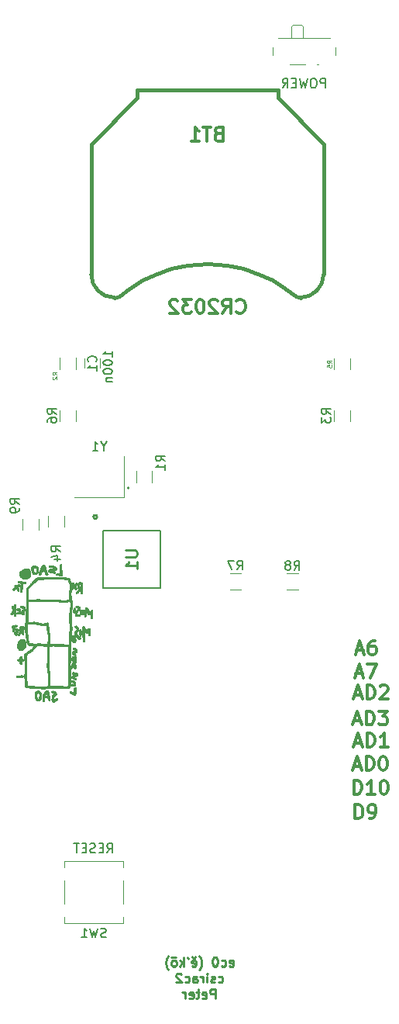
<source format=gbr>
G04 #@! TF.FileFunction,Legend,Bot*
%FSLAX46Y46*%
G04 Gerber Fmt 4.6, Leading zero omitted, Abs format (unit mm)*
G04 Created by KiCad (PCBNEW 4.0.6) date Sat Nov 10 09:15:38 2018*
%MOMM*%
%LPD*%
G01*
G04 APERTURE LIST*
%ADD10C,0.100000*%
%ADD11C,0.300000*%
%ADD12C,0.200000*%
%ADD13C,0.250000*%
%ADD14C,0.010000*%
%ADD15C,0.120000*%
%ADD16C,0.254000*%
%ADD17C,0.381000*%
%ADD18C,0.150000*%
%ADD19C,0.125000*%
%ADD20C,0.304800*%
G04 APERTURE END LIST*
D10*
D11*
X75423058Y-134206371D02*
X75423058Y-132706371D01*
X75780201Y-132706371D01*
X75994486Y-132777800D01*
X76137344Y-132920657D01*
X76208772Y-133063514D01*
X76280201Y-133349229D01*
X76280201Y-133563514D01*
X76208772Y-133849229D01*
X76137344Y-133992086D01*
X75994486Y-134134943D01*
X75780201Y-134206371D01*
X75423058Y-134206371D01*
X76994486Y-134206371D02*
X77280201Y-134206371D01*
X77423058Y-134134943D01*
X77494486Y-134063514D01*
X77637344Y-133849229D01*
X77708772Y-133563514D01*
X77708772Y-132992086D01*
X77637344Y-132849229D01*
X77565915Y-132777800D01*
X77423058Y-132706371D01*
X77137344Y-132706371D01*
X76994486Y-132777800D01*
X76923058Y-132849229D01*
X76851629Y-132992086D01*
X76851629Y-133349229D01*
X76923058Y-133492086D01*
X76994486Y-133563514D01*
X77137344Y-133634943D01*
X77423058Y-133634943D01*
X77565915Y-133563514D01*
X77637344Y-133492086D01*
X77708772Y-133349229D01*
X75292972Y-131539371D02*
X75292972Y-130039371D01*
X75650115Y-130039371D01*
X75864400Y-130110800D01*
X76007258Y-130253657D01*
X76078686Y-130396514D01*
X76150115Y-130682229D01*
X76150115Y-130896514D01*
X76078686Y-131182229D01*
X76007258Y-131325086D01*
X75864400Y-131467943D01*
X75650115Y-131539371D01*
X75292972Y-131539371D01*
X77578686Y-131539371D02*
X76721543Y-131539371D01*
X77150115Y-131539371D02*
X77150115Y-130039371D01*
X77007258Y-130253657D01*
X76864400Y-130396514D01*
X76721543Y-130467943D01*
X78507257Y-130039371D02*
X78650114Y-130039371D01*
X78792971Y-130110800D01*
X78864400Y-130182229D01*
X78935829Y-130325086D01*
X79007257Y-130610800D01*
X79007257Y-130967943D01*
X78935829Y-131253657D01*
X78864400Y-131396514D01*
X78792971Y-131467943D01*
X78650114Y-131539371D01*
X78507257Y-131539371D01*
X78364400Y-131467943D01*
X78292971Y-131396514D01*
X78221543Y-131253657D01*
X78150114Y-130967943D01*
X78150114Y-130610800D01*
X78221543Y-130325086D01*
X78292971Y-130182229D01*
X78364400Y-130110800D01*
X78507257Y-130039371D01*
X75267572Y-128520000D02*
X75981858Y-128520000D01*
X75124715Y-128948571D02*
X75624715Y-127448571D01*
X76124715Y-128948571D01*
X76624715Y-128948571D02*
X76624715Y-127448571D01*
X76981858Y-127448571D01*
X77196143Y-127520000D01*
X77339001Y-127662857D01*
X77410429Y-127805714D01*
X77481858Y-128091429D01*
X77481858Y-128305714D01*
X77410429Y-128591429D01*
X77339001Y-128734286D01*
X77196143Y-128877143D01*
X76981858Y-128948571D01*
X76624715Y-128948571D01*
X78410429Y-127448571D02*
X78553286Y-127448571D01*
X78696143Y-127520000D01*
X78767572Y-127591429D01*
X78839001Y-127734286D01*
X78910429Y-128020000D01*
X78910429Y-128377143D01*
X78839001Y-128662857D01*
X78767572Y-128805714D01*
X78696143Y-128877143D01*
X78553286Y-128948571D01*
X78410429Y-128948571D01*
X78267572Y-128877143D01*
X78196143Y-128805714D01*
X78124715Y-128662857D01*
X78053286Y-128377143D01*
X78053286Y-128020000D01*
X78124715Y-127734286D01*
X78196143Y-127591429D01*
X78267572Y-127520000D01*
X78410429Y-127448571D01*
X75369172Y-125980000D02*
X76083458Y-125980000D01*
X75226315Y-126408571D02*
X75726315Y-124908571D01*
X76226315Y-126408571D01*
X76726315Y-126408571D02*
X76726315Y-124908571D01*
X77083458Y-124908571D01*
X77297743Y-124980000D01*
X77440601Y-125122857D01*
X77512029Y-125265714D01*
X77583458Y-125551429D01*
X77583458Y-125765714D01*
X77512029Y-126051429D01*
X77440601Y-126194286D01*
X77297743Y-126337143D01*
X77083458Y-126408571D01*
X76726315Y-126408571D01*
X79012029Y-126408571D02*
X78154886Y-126408571D01*
X78583458Y-126408571D02*
X78583458Y-124908571D01*
X78440601Y-125122857D01*
X78297743Y-125265714D01*
X78154886Y-125337143D01*
X75292972Y-123567000D02*
X76007258Y-123567000D01*
X75150115Y-123995571D02*
X75650115Y-122495571D01*
X76150115Y-123995571D01*
X76650115Y-123995571D02*
X76650115Y-122495571D01*
X77007258Y-122495571D01*
X77221543Y-122567000D01*
X77364401Y-122709857D01*
X77435829Y-122852714D01*
X77507258Y-123138429D01*
X77507258Y-123352714D01*
X77435829Y-123638429D01*
X77364401Y-123781286D01*
X77221543Y-123924143D01*
X77007258Y-123995571D01*
X76650115Y-123995571D01*
X78007258Y-122495571D02*
X78935829Y-122495571D01*
X78435829Y-123067000D01*
X78650115Y-123067000D01*
X78792972Y-123138429D01*
X78864401Y-123209857D01*
X78935829Y-123352714D01*
X78935829Y-123709857D01*
X78864401Y-123852714D01*
X78792972Y-123924143D01*
X78650115Y-123995571D01*
X78221543Y-123995571D01*
X78078686Y-123924143D01*
X78007258Y-123852714D01*
X75369172Y-120747600D02*
X76083458Y-120747600D01*
X75226315Y-121176171D02*
X75726315Y-119676171D01*
X76226315Y-121176171D01*
X76726315Y-121176171D02*
X76726315Y-119676171D01*
X77083458Y-119676171D01*
X77297743Y-119747600D01*
X77440601Y-119890457D01*
X77512029Y-120033314D01*
X77583458Y-120319029D01*
X77583458Y-120533314D01*
X77512029Y-120819029D01*
X77440601Y-120961886D01*
X77297743Y-121104743D01*
X77083458Y-121176171D01*
X76726315Y-121176171D01*
X78154886Y-119819029D02*
X78226315Y-119747600D01*
X78369172Y-119676171D01*
X78726315Y-119676171D01*
X78869172Y-119747600D01*
X78940601Y-119819029D01*
X79012029Y-119961886D01*
X79012029Y-120104743D01*
X78940601Y-120319029D01*
X78083458Y-121176171D01*
X79012029Y-121176171D01*
X75509572Y-118410800D02*
X76223858Y-118410800D01*
X75366715Y-118839371D02*
X75866715Y-117339371D01*
X76366715Y-118839371D01*
X76723858Y-117339371D02*
X77723858Y-117339371D01*
X77081001Y-118839371D01*
X75585772Y-115870800D02*
X76300058Y-115870800D01*
X75442915Y-116299371D02*
X75942915Y-114799371D01*
X76442915Y-116299371D01*
X77585772Y-114799371D02*
X77300058Y-114799371D01*
X77157201Y-114870800D01*
X77085772Y-114942229D01*
X76942915Y-115156514D01*
X76871486Y-115442229D01*
X76871486Y-116013657D01*
X76942915Y-116156514D01*
X77014343Y-116227943D01*
X77157201Y-116299371D01*
X77442915Y-116299371D01*
X77585772Y-116227943D01*
X77657201Y-116156514D01*
X77728629Y-116013657D01*
X77728629Y-115656514D01*
X77657201Y-115513657D01*
X77585772Y-115442229D01*
X77442915Y-115370800D01*
X77157201Y-115370800D01*
X77014343Y-115442229D01*
X76942915Y-115513657D01*
X76871486Y-115656514D01*
D12*
X50746619Y-98130000D02*
G75*
G03X50746619Y-98130000I-116619J0D01*
G01*
D13*
X61695714Y-150304762D02*
X61790952Y-150352381D01*
X61981429Y-150352381D01*
X62076667Y-150304762D01*
X62124286Y-150209524D01*
X62124286Y-149828571D01*
X62076667Y-149733333D01*
X61981429Y-149685714D01*
X61790952Y-149685714D01*
X61695714Y-149733333D01*
X61648095Y-149828571D01*
X61648095Y-149923810D01*
X62124286Y-150019048D01*
X60790952Y-150304762D02*
X60886190Y-150352381D01*
X61076667Y-150352381D01*
X61171905Y-150304762D01*
X61219524Y-150257143D01*
X61267143Y-150161905D01*
X61267143Y-149876190D01*
X61219524Y-149780952D01*
X61171905Y-149733333D01*
X61076667Y-149685714D01*
X60886190Y-149685714D01*
X60790952Y-149733333D01*
X60171905Y-149352381D02*
X60076666Y-149352381D01*
X59981428Y-149400000D01*
X59933809Y-149447619D01*
X59886190Y-149542857D01*
X59838571Y-149733333D01*
X59838571Y-149971429D01*
X59886190Y-150161905D01*
X59933809Y-150257143D01*
X59981428Y-150304762D01*
X60076666Y-150352381D01*
X60171905Y-150352381D01*
X60267143Y-150304762D01*
X60314762Y-150257143D01*
X60362381Y-150161905D01*
X60410000Y-149971429D01*
X60410000Y-149733333D01*
X60362381Y-149542857D01*
X60314762Y-149447619D01*
X60267143Y-149400000D01*
X60171905Y-149352381D01*
X58362380Y-150733333D02*
X58410000Y-150685714D01*
X58505238Y-150542857D01*
X58552857Y-150447619D01*
X58600476Y-150304762D01*
X58648095Y-150066667D01*
X58648095Y-149876190D01*
X58600476Y-149638095D01*
X58552857Y-149495238D01*
X58505238Y-149400000D01*
X58410000Y-149257143D01*
X58362380Y-149209524D01*
X57600475Y-150304762D02*
X57695713Y-150352381D01*
X57886190Y-150352381D01*
X57981428Y-150304762D01*
X58029047Y-150209524D01*
X58029047Y-149828571D01*
X57981428Y-149733333D01*
X57886190Y-149685714D01*
X57695713Y-149685714D01*
X57600475Y-149733333D01*
X57552856Y-149828571D01*
X57552856Y-149923810D01*
X58029047Y-150019048D01*
X57981428Y-149304762D02*
X57933809Y-149400000D01*
X57838571Y-149447619D01*
X57743333Y-149447619D01*
X57648094Y-149400000D01*
X57600475Y-149304762D01*
X57076666Y-149352381D02*
X57171904Y-149542857D01*
X56648095Y-150352381D02*
X56648095Y-149352381D01*
X56552857Y-149971429D02*
X56267142Y-150352381D01*
X56267142Y-149685714D02*
X56648095Y-150066667D01*
X55695714Y-150352381D02*
X55790952Y-150304762D01*
X55838571Y-150257143D01*
X55886190Y-150161905D01*
X55886190Y-149876190D01*
X55838571Y-149780952D01*
X55790952Y-149733333D01*
X55695714Y-149685714D01*
X55552856Y-149685714D01*
X55457618Y-149733333D01*
X55409999Y-149780952D01*
X55362380Y-149876190D01*
X55362380Y-150161905D01*
X55409999Y-150257143D01*
X55457618Y-150304762D01*
X55552856Y-150352381D01*
X55695714Y-150352381D01*
X55838571Y-149400000D02*
X55362380Y-149400000D01*
X55029047Y-150733333D02*
X54981428Y-150685714D01*
X54886190Y-150542857D01*
X54838571Y-150447619D01*
X54790952Y-150304762D01*
X54743333Y-150066667D01*
X54743333Y-149876190D01*
X54790952Y-149638095D01*
X54838571Y-149495238D01*
X54886190Y-149400000D01*
X54981428Y-149257143D01*
X55029047Y-149209524D01*
X60481428Y-152054762D02*
X60576666Y-152102381D01*
X60767143Y-152102381D01*
X60862381Y-152054762D01*
X60910000Y-152007143D01*
X60957619Y-151911905D01*
X60957619Y-151626190D01*
X60910000Y-151530952D01*
X60862381Y-151483333D01*
X60767143Y-151435714D01*
X60576666Y-151435714D01*
X60481428Y-151483333D01*
X60100476Y-152054762D02*
X60005238Y-152102381D01*
X59814762Y-152102381D01*
X59719523Y-152054762D01*
X59671904Y-151959524D01*
X59671904Y-151911905D01*
X59719523Y-151816667D01*
X59814762Y-151769048D01*
X59957619Y-151769048D01*
X60052857Y-151721429D01*
X60100476Y-151626190D01*
X60100476Y-151578571D01*
X60052857Y-151483333D01*
X59957619Y-151435714D01*
X59814762Y-151435714D01*
X59719523Y-151483333D01*
X59243333Y-152102381D02*
X59243333Y-151435714D01*
X59243333Y-151102381D02*
X59290952Y-151150000D01*
X59243333Y-151197619D01*
X59195714Y-151150000D01*
X59243333Y-151102381D01*
X59243333Y-151197619D01*
X58767143Y-152102381D02*
X58767143Y-151435714D01*
X58767143Y-151626190D02*
X58719524Y-151530952D01*
X58671905Y-151483333D01*
X58576667Y-151435714D01*
X58481428Y-151435714D01*
X57719523Y-152102381D02*
X57719523Y-151578571D01*
X57767142Y-151483333D01*
X57862380Y-151435714D01*
X58052857Y-151435714D01*
X58148095Y-151483333D01*
X57719523Y-152054762D02*
X57814761Y-152102381D01*
X58052857Y-152102381D01*
X58148095Y-152054762D01*
X58195714Y-151959524D01*
X58195714Y-151864286D01*
X58148095Y-151769048D01*
X58052857Y-151721429D01*
X57814761Y-151721429D01*
X57719523Y-151673810D01*
X56814761Y-152054762D02*
X56909999Y-152102381D01*
X57100476Y-152102381D01*
X57195714Y-152054762D01*
X57243333Y-152007143D01*
X57290952Y-151911905D01*
X57290952Y-151626190D01*
X57243333Y-151530952D01*
X57195714Y-151483333D01*
X57100476Y-151435714D01*
X56909999Y-151435714D01*
X56814761Y-151483333D01*
X56433809Y-151197619D02*
X56386190Y-151150000D01*
X56290952Y-151102381D01*
X56052856Y-151102381D01*
X55957618Y-151150000D01*
X55909999Y-151197619D01*
X55862380Y-151292857D01*
X55862380Y-151388095D01*
X55909999Y-151530952D01*
X56481428Y-152102381D01*
X55862380Y-152102381D01*
X60124286Y-153852381D02*
X60124286Y-152852381D01*
X59743333Y-152852381D01*
X59648095Y-152900000D01*
X59600476Y-152947619D01*
X59552857Y-153042857D01*
X59552857Y-153185714D01*
X59600476Y-153280952D01*
X59648095Y-153328571D01*
X59743333Y-153376190D01*
X60124286Y-153376190D01*
X58743333Y-153804762D02*
X58838571Y-153852381D01*
X59029048Y-153852381D01*
X59124286Y-153804762D01*
X59171905Y-153709524D01*
X59171905Y-153328571D01*
X59124286Y-153233333D01*
X59029048Y-153185714D01*
X58838571Y-153185714D01*
X58743333Y-153233333D01*
X58695714Y-153328571D01*
X58695714Y-153423810D01*
X59171905Y-153519048D01*
X58410000Y-153185714D02*
X58029048Y-153185714D01*
X58267143Y-152852381D02*
X58267143Y-153709524D01*
X58219524Y-153804762D01*
X58124286Y-153852381D01*
X58029048Y-153852381D01*
X57314761Y-153804762D02*
X57409999Y-153852381D01*
X57600476Y-153852381D01*
X57695714Y-153804762D01*
X57743333Y-153709524D01*
X57743333Y-153328571D01*
X57695714Y-153233333D01*
X57600476Y-153185714D01*
X57409999Y-153185714D01*
X57314761Y-153233333D01*
X57267142Y-153328571D01*
X57267142Y-153423810D01*
X57743333Y-153519048D01*
X56838571Y-153852381D02*
X56838571Y-153185714D01*
X56838571Y-153376190D02*
X56790952Y-153280952D01*
X56743333Y-153233333D01*
X56648095Y-153185714D01*
X56552856Y-153185714D01*
D14*
G36*
X42304948Y-120276659D02*
X42257151Y-120302434D01*
X42237378Y-120350521D01*
X42235967Y-120374833D01*
X42251464Y-120439540D01*
X42295244Y-120475141D01*
X42330537Y-120480667D01*
X42372019Y-120491569D01*
X42426348Y-120518594D01*
X42480064Y-120553222D01*
X42519712Y-120586930D01*
X42532300Y-120608430D01*
X42514696Y-120625391D01*
X42492821Y-120628833D01*
X42437165Y-120646481D01*
X42377614Y-120692172D01*
X42326919Y-120755025D01*
X42311533Y-120783496D01*
X42291781Y-120844306D01*
X42272376Y-120934372D01*
X42255325Y-121040649D01*
X42242637Y-121150092D01*
X42236320Y-121249656D01*
X42235967Y-121274324D01*
X42252304Y-121372583D01*
X42298682Y-121445049D01*
X42371155Y-121487347D01*
X42436627Y-121496667D01*
X42496913Y-121491274D01*
X42549876Y-121470436D01*
X42611497Y-121427162D01*
X42630149Y-121412000D01*
X42687205Y-121367649D01*
X42733109Y-121336998D01*
X42755302Y-121327333D01*
X42788627Y-121311217D01*
X42832169Y-121271455D01*
X42874747Y-121220926D01*
X42905177Y-121172513D01*
X42913300Y-121145350D01*
X42896397Y-121091655D01*
X42853037Y-121059544D01*
X42794247Y-121050925D01*
X42731051Y-121067705D01*
X42680467Y-121105083D01*
X42641196Y-121140983D01*
X42611856Y-121157822D01*
X42609983Y-121158000D01*
X42581323Y-121169890D01*
X42535227Y-121199551D01*
X42519725Y-121211001D01*
X42474865Y-121240270D01*
X42445390Y-121250341D01*
X42440883Y-121248043D01*
X42437084Y-121214560D01*
X42442005Y-121153306D01*
X42453352Y-121077385D01*
X42468828Y-120999902D01*
X42486140Y-120933960D01*
X42502991Y-120892664D01*
X42503183Y-120892369D01*
X42546096Y-120850585D01*
X42601888Y-120820383D01*
X42691280Y-120773303D01*
X42754604Y-120707289D01*
X42784697Y-120630553D01*
X42786195Y-120608998D01*
X42775678Y-120544853D01*
X42741008Y-120482729D01*
X42677226Y-120415992D01*
X42588887Y-120345051D01*
X42519188Y-120298617D01*
X42460164Y-120275622D01*
X42393110Y-120269029D01*
X42386746Y-120269000D01*
X42304948Y-120276659D01*
X42304948Y-120276659D01*
G37*
X42304948Y-120276659D02*
X42257151Y-120302434D01*
X42237378Y-120350521D01*
X42235967Y-120374833D01*
X42251464Y-120439540D01*
X42295244Y-120475141D01*
X42330537Y-120480667D01*
X42372019Y-120491569D01*
X42426348Y-120518594D01*
X42480064Y-120553222D01*
X42519712Y-120586930D01*
X42532300Y-120608430D01*
X42514696Y-120625391D01*
X42492821Y-120628833D01*
X42437165Y-120646481D01*
X42377614Y-120692172D01*
X42326919Y-120755025D01*
X42311533Y-120783496D01*
X42291781Y-120844306D01*
X42272376Y-120934372D01*
X42255325Y-121040649D01*
X42242637Y-121150092D01*
X42236320Y-121249656D01*
X42235967Y-121274324D01*
X42252304Y-121372583D01*
X42298682Y-121445049D01*
X42371155Y-121487347D01*
X42436627Y-121496667D01*
X42496913Y-121491274D01*
X42549876Y-121470436D01*
X42611497Y-121427162D01*
X42630149Y-121412000D01*
X42687205Y-121367649D01*
X42733109Y-121336998D01*
X42755302Y-121327333D01*
X42788627Y-121311217D01*
X42832169Y-121271455D01*
X42874747Y-121220926D01*
X42905177Y-121172513D01*
X42913300Y-121145350D01*
X42896397Y-121091655D01*
X42853037Y-121059544D01*
X42794247Y-121050925D01*
X42731051Y-121067705D01*
X42680467Y-121105083D01*
X42641196Y-121140983D01*
X42611856Y-121157822D01*
X42609983Y-121158000D01*
X42581323Y-121169890D01*
X42535227Y-121199551D01*
X42519725Y-121211001D01*
X42474865Y-121240270D01*
X42445390Y-121250341D01*
X42440883Y-121248043D01*
X42437084Y-121214560D01*
X42442005Y-121153306D01*
X42453352Y-121077385D01*
X42468828Y-120999902D01*
X42486140Y-120933960D01*
X42502991Y-120892664D01*
X42503183Y-120892369D01*
X42546096Y-120850585D01*
X42601888Y-120820383D01*
X42691280Y-120773303D01*
X42754604Y-120707289D01*
X42784697Y-120630553D01*
X42786195Y-120608998D01*
X42775678Y-120544853D01*
X42741008Y-120482729D01*
X42677226Y-120415992D01*
X42588887Y-120345051D01*
X42519188Y-120298617D01*
X42460164Y-120275622D01*
X42393110Y-120269029D01*
X42386746Y-120269000D01*
X42304948Y-120276659D01*
G36*
X41701195Y-120233241D02*
X41675050Y-120247833D01*
X41645651Y-120264672D01*
X41613991Y-120269000D01*
X41556625Y-120289253D01*
X41497908Y-120347136D01*
X41442217Y-120438333D01*
X41407961Y-120499373D01*
X41372874Y-120550382D01*
X41369254Y-120554750D01*
X41339167Y-120601170D01*
X41315599Y-120665534D01*
X41297449Y-120753575D01*
X41283614Y-120871027D01*
X41272993Y-121023622D01*
X41270736Y-121067403D01*
X41265485Y-121195960D01*
X41264375Y-121288212D01*
X41267618Y-121350006D01*
X41275430Y-121387186D01*
X41282937Y-121400778D01*
X41329685Y-121428439D01*
X41387164Y-121429066D01*
X41427400Y-121407767D01*
X41441409Y-121373702D01*
X41450634Y-121312816D01*
X41452800Y-121262246D01*
X41455190Y-121181644D01*
X41461297Y-121107628D01*
X41466029Y-121075979D01*
X41480950Y-121029999D01*
X41510572Y-121012241D01*
X41549081Y-121009833D01*
X41612458Y-121014773D01*
X41691394Y-121027247D01*
X41724736Y-121034262D01*
X41795814Y-121056632D01*
X41835284Y-121089880D01*
X41851922Y-121145401D01*
X41854678Y-121203033D01*
X41871236Y-121265278D01*
X41917657Y-121298677D01*
X41975395Y-121302404D01*
X42005641Y-121297401D01*
X42023343Y-121284814D01*
X42031820Y-121255334D01*
X42034394Y-121199651D01*
X42034452Y-121136833D01*
X42026731Y-120994464D01*
X42006349Y-120843367D01*
X41995313Y-120791824D01*
X41791515Y-120791824D01*
X41772215Y-120799271D01*
X41721403Y-120802907D01*
X41649790Y-120802006D01*
X41644659Y-120801773D01*
X41567473Y-120796784D01*
X41524759Y-120789383D01*
X41508656Y-120777088D01*
X41510545Y-120759439D01*
X41531060Y-120721083D01*
X41566874Y-120667987D01*
X41580323Y-120650000D01*
X41624783Y-120587371D01*
X41662900Y-120525856D01*
X41669142Y-120514300D01*
X41700971Y-120452683D01*
X41716518Y-120556354D01*
X41732101Y-120631184D01*
X41753090Y-120697896D01*
X41761765Y-120717462D01*
X41782936Y-120763448D01*
X41791515Y-120791824D01*
X41995313Y-120791824D01*
X41976405Y-120703519D01*
X41957252Y-120639417D01*
X41940351Y-120582540D01*
X41920408Y-120505250D01*
X41908572Y-120454632D01*
X41877429Y-120344702D01*
X41840174Y-120272894D01*
X41793963Y-120235125D01*
X41749895Y-120226667D01*
X41701195Y-120233241D01*
X41701195Y-120233241D01*
G37*
X41701195Y-120233241D02*
X41675050Y-120247833D01*
X41645651Y-120264672D01*
X41613991Y-120269000D01*
X41556625Y-120289253D01*
X41497908Y-120347136D01*
X41442217Y-120438333D01*
X41407961Y-120499373D01*
X41372874Y-120550382D01*
X41369254Y-120554750D01*
X41339167Y-120601170D01*
X41315599Y-120665534D01*
X41297449Y-120753575D01*
X41283614Y-120871027D01*
X41272993Y-121023622D01*
X41270736Y-121067403D01*
X41265485Y-121195960D01*
X41264375Y-121288212D01*
X41267618Y-121350006D01*
X41275430Y-121387186D01*
X41282937Y-121400778D01*
X41329685Y-121428439D01*
X41387164Y-121429066D01*
X41427400Y-121407767D01*
X41441409Y-121373702D01*
X41450634Y-121312816D01*
X41452800Y-121262246D01*
X41455190Y-121181644D01*
X41461297Y-121107628D01*
X41466029Y-121075979D01*
X41480950Y-121029999D01*
X41510572Y-121012241D01*
X41549081Y-121009833D01*
X41612458Y-121014773D01*
X41691394Y-121027247D01*
X41724736Y-121034262D01*
X41795814Y-121056632D01*
X41835284Y-121089880D01*
X41851922Y-121145401D01*
X41854678Y-121203033D01*
X41871236Y-121265278D01*
X41917657Y-121298677D01*
X41975395Y-121302404D01*
X42005641Y-121297401D01*
X42023343Y-121284814D01*
X42031820Y-121255334D01*
X42034394Y-121199651D01*
X42034452Y-121136833D01*
X42026731Y-120994464D01*
X42006349Y-120843367D01*
X41995313Y-120791824D01*
X41791515Y-120791824D01*
X41772215Y-120799271D01*
X41721403Y-120802907D01*
X41649790Y-120802006D01*
X41644659Y-120801773D01*
X41567473Y-120796784D01*
X41524759Y-120789383D01*
X41508656Y-120777088D01*
X41510545Y-120759439D01*
X41531060Y-120721083D01*
X41566874Y-120667987D01*
X41580323Y-120650000D01*
X41624783Y-120587371D01*
X41662900Y-120525856D01*
X41669142Y-120514300D01*
X41700971Y-120452683D01*
X41716518Y-120556354D01*
X41732101Y-120631184D01*
X41753090Y-120697896D01*
X41761765Y-120717462D01*
X41782936Y-120763448D01*
X41791515Y-120791824D01*
X41995313Y-120791824D01*
X41976405Y-120703519D01*
X41957252Y-120639417D01*
X41940351Y-120582540D01*
X41920408Y-120505250D01*
X41908572Y-120454632D01*
X41877429Y-120344702D01*
X41840174Y-120272894D01*
X41793963Y-120235125D01*
X41749895Y-120226667D01*
X41701195Y-120233241D01*
G36*
X40692073Y-120240083D02*
X40616405Y-120287640D01*
X40546034Y-120348841D01*
X40415633Y-120471015D01*
X40415633Y-120720468D01*
X40418241Y-120867931D01*
X40427451Y-120981853D01*
X40445344Y-121070781D01*
X40474002Y-121143266D01*
X40515506Y-121207854D01*
X40542212Y-121240420D01*
X40585476Y-121288145D01*
X40621202Y-121316634D01*
X40663109Y-121331829D01*
X40724919Y-121339669D01*
X40780276Y-121343508D01*
X40937436Y-121353594D01*
X41004230Y-121252754D01*
X41041455Y-121191559D01*
X41068193Y-121132052D01*
X41086107Y-121065495D01*
X41096862Y-120983148D01*
X41102121Y-120876272D01*
X41103549Y-120736129D01*
X41103550Y-120731121D01*
X41102944Y-120658694D01*
X40901308Y-120658694D01*
X40900882Y-120720702D01*
X40896270Y-120800043D01*
X40883457Y-120920586D01*
X40863006Y-121020072D01*
X40836817Y-121092432D01*
X40806792Y-121131596D01*
X40790820Y-121136833D01*
X40756636Y-121122398D01*
X40717685Y-121089208D01*
X40668604Y-121007294D01*
X40638366Y-120889138D01*
X40627448Y-120736642D01*
X40627418Y-120728413D01*
X40629441Y-120647317D01*
X40638048Y-120594996D01*
X40656800Y-120557997D01*
X40679255Y-120532621D01*
X40731169Y-120491475D01*
X40775698Y-120486507D01*
X40822765Y-120518672D01*
X40850480Y-120549132D01*
X40878229Y-120584536D01*
X40894465Y-120617181D01*
X40901308Y-120658694D01*
X41102944Y-120658694D01*
X41102536Y-120609934D01*
X41096768Y-120521745D01*
X41082154Y-120457226D01*
X41054606Y-120407048D01*
X41010032Y-120361881D01*
X40944342Y-120312396D01*
X40909236Y-120287918D01*
X40829673Y-120241701D01*
X40760224Y-120225263D01*
X40692073Y-120240083D01*
X40692073Y-120240083D01*
G37*
X40692073Y-120240083D02*
X40616405Y-120287640D01*
X40546034Y-120348841D01*
X40415633Y-120471015D01*
X40415633Y-120720468D01*
X40418241Y-120867931D01*
X40427451Y-120981853D01*
X40445344Y-121070781D01*
X40474002Y-121143266D01*
X40515506Y-121207854D01*
X40542212Y-121240420D01*
X40585476Y-121288145D01*
X40621202Y-121316634D01*
X40663109Y-121331829D01*
X40724919Y-121339669D01*
X40780276Y-121343508D01*
X40937436Y-121353594D01*
X41004230Y-121252754D01*
X41041455Y-121191559D01*
X41068193Y-121132052D01*
X41086107Y-121065495D01*
X41096862Y-120983148D01*
X41102121Y-120876272D01*
X41103549Y-120736129D01*
X41103550Y-120731121D01*
X41102944Y-120658694D01*
X40901308Y-120658694D01*
X40900882Y-120720702D01*
X40896270Y-120800043D01*
X40883457Y-120920586D01*
X40863006Y-121020072D01*
X40836817Y-121092432D01*
X40806792Y-121131596D01*
X40790820Y-121136833D01*
X40756636Y-121122398D01*
X40717685Y-121089208D01*
X40668604Y-121007294D01*
X40638366Y-120889138D01*
X40627448Y-120736642D01*
X40627418Y-120728413D01*
X40629441Y-120647317D01*
X40638048Y-120594996D01*
X40656800Y-120557997D01*
X40679255Y-120532621D01*
X40731169Y-120491475D01*
X40775698Y-120486507D01*
X40822765Y-120518672D01*
X40850480Y-120549132D01*
X40878229Y-120584536D01*
X40894465Y-120617181D01*
X40901308Y-120658694D01*
X41102944Y-120658694D01*
X41102536Y-120609934D01*
X41096768Y-120521745D01*
X41082154Y-120457226D01*
X41054606Y-120407048D01*
X41010032Y-120361881D01*
X40944342Y-120312396D01*
X40909236Y-120287918D01*
X40829673Y-120241701D01*
X40760224Y-120225263D01*
X40692073Y-120240083D01*
G36*
X44761901Y-119877079D02*
X44727487Y-119904264D01*
X44710433Y-119936345D01*
X44697109Y-119993949D01*
X44686515Y-120082937D01*
X44678767Y-120190014D01*
X44671641Y-120286842D01*
X44663269Y-120366011D01*
X44654704Y-120419259D01*
X44647126Y-120438333D01*
X44620942Y-120429230D01*
X44569057Y-120405455D01*
X44507941Y-120374833D01*
X44397917Y-120327320D01*
X44314426Y-120312729D01*
X44257402Y-120331052D01*
X44251034Y-120336733D01*
X44228609Y-120385040D01*
X44230358Y-120445816D01*
X44254818Y-120497842D01*
X44262675Y-120505647D01*
X44298065Y-120529000D01*
X44354242Y-120559785D01*
X44417389Y-120591185D01*
X44473690Y-120616379D01*
X44509327Y-120628550D01*
X44512276Y-120628833D01*
X44535508Y-120639708D01*
X44580088Y-120667118D01*
X44602087Y-120681750D01*
X44671951Y-120716290D01*
X44746379Y-120733253D01*
X44811843Y-120731225D01*
X44854811Y-120708791D01*
X44855281Y-120708208D01*
X44862971Y-120679203D01*
X44871160Y-120615348D01*
X44879170Y-120524112D01*
X44886324Y-120412962D01*
X44890984Y-120314504D01*
X44895993Y-120179926D01*
X44898405Y-120081134D01*
X44897876Y-120011642D01*
X44894060Y-119964961D01*
X44886611Y-119934607D01*
X44875185Y-119914090D01*
X44869298Y-119907046D01*
X44816068Y-119871272D01*
X44761901Y-119877079D01*
X44761901Y-119877079D01*
G37*
X44761901Y-119877079D02*
X44727487Y-119904264D01*
X44710433Y-119936345D01*
X44697109Y-119993949D01*
X44686515Y-120082937D01*
X44678767Y-120190014D01*
X44671641Y-120286842D01*
X44663269Y-120366011D01*
X44654704Y-120419259D01*
X44647126Y-120438333D01*
X44620942Y-120429230D01*
X44569057Y-120405455D01*
X44507941Y-120374833D01*
X44397917Y-120327320D01*
X44314426Y-120312729D01*
X44257402Y-120331052D01*
X44251034Y-120336733D01*
X44228609Y-120385040D01*
X44230358Y-120445816D01*
X44254818Y-120497842D01*
X44262675Y-120505647D01*
X44298065Y-120529000D01*
X44354242Y-120559785D01*
X44417389Y-120591185D01*
X44473690Y-120616379D01*
X44509327Y-120628550D01*
X44512276Y-120628833D01*
X44535508Y-120639708D01*
X44580088Y-120667118D01*
X44602087Y-120681750D01*
X44671951Y-120716290D01*
X44746379Y-120733253D01*
X44811843Y-120731225D01*
X44854811Y-120708791D01*
X44855281Y-120708208D01*
X44862971Y-120679203D01*
X44871160Y-120615348D01*
X44879170Y-120524112D01*
X44886324Y-120412962D01*
X44890984Y-120314504D01*
X44895993Y-120179926D01*
X44898405Y-120081134D01*
X44897876Y-120011642D01*
X44894060Y-119964961D01*
X44886611Y-119934607D01*
X44875185Y-119914090D01*
X44869298Y-119907046D01*
X44816068Y-119871272D01*
X44761901Y-119877079D01*
G36*
X42327274Y-107849494D02*
X42140130Y-107850923D01*
X41967668Y-107853472D01*
X41816666Y-107857130D01*
X41693901Y-107861884D01*
X41606149Y-107867724D01*
X41600967Y-107868225D01*
X41510223Y-107875687D01*
X41389455Y-107883325D01*
X41250963Y-107890482D01*
X41107050Y-107896497D01*
X41018883Y-107899411D01*
X40883037Y-107903588D01*
X40782990Y-107907664D01*
X40712220Y-107912590D01*
X40664207Y-107919315D01*
X40632428Y-107928791D01*
X40610364Y-107941968D01*
X40591492Y-107959797D01*
X40589402Y-107962008D01*
X40549433Y-107997417D01*
X40518272Y-108013421D01*
X40516868Y-108013500D01*
X40488562Y-108028012D01*
X40439113Y-108067213D01*
X40375998Y-108124596D01*
X40306694Y-108193658D01*
X40291806Y-108209299D01*
X40261036Y-108240464D01*
X40209016Y-108291706D01*
X40145094Y-108353845D01*
X40119392Y-108378632D01*
X40048262Y-108448285D01*
X39980757Y-108516467D01*
X39928751Y-108571131D01*
X39918309Y-108582682D01*
X39879037Y-108626283D01*
X39819083Y-108691986D01*
X39746593Y-108770897D01*
X39669715Y-108854119D01*
X39669508Y-108854342D01*
X39484300Y-109054235D01*
X39484300Y-110098952D01*
X39483943Y-110305210D01*
X39482917Y-110498404D01*
X39481293Y-110674441D01*
X39479142Y-110829229D01*
X39476534Y-110958678D01*
X39473539Y-111058695D01*
X39470229Y-111125189D01*
X39466673Y-111154067D01*
X39466112Y-111154909D01*
X39461671Y-111177930D01*
X39457056Y-111238486D01*
X39452443Y-111331781D01*
X39448008Y-111453016D01*
X39443926Y-111597395D01*
X39440374Y-111760122D01*
X39437559Y-111934033D01*
X39434759Y-112135044D01*
X39432135Y-112298292D01*
X39429380Y-112428343D01*
X39426187Y-112529767D01*
X39422251Y-112607130D01*
X39417266Y-112665000D01*
X39410926Y-112707943D01*
X39402924Y-112740529D01*
X39392955Y-112767323D01*
X39380713Y-112792895D01*
X39379907Y-112794476D01*
X39364372Y-112826589D01*
X39352850Y-112857957D01*
X39344913Y-112894950D01*
X39340138Y-112943940D01*
X39338097Y-113011298D01*
X39338365Y-113103395D01*
X39340517Y-113226603D01*
X39343147Y-113344809D01*
X39347335Y-113488046D01*
X39352967Y-113624384D01*
X39359571Y-113745483D01*
X39366677Y-113843005D01*
X39373815Y-113908610D01*
X39375541Y-113919000D01*
X39390768Y-114010415D01*
X39405086Y-114112973D01*
X39410890Y-114162417D01*
X39420022Y-114236034D01*
X39429710Y-114295233D01*
X39436001Y-114321167D01*
X39442611Y-114362671D01*
X39443614Y-114422918D01*
X39443178Y-114432292D01*
X39445970Y-114487602D01*
X39460548Y-114511348D01*
X39463084Y-114511667D01*
X39478529Y-114531597D01*
X39483769Y-114588535D01*
X39483222Y-114612208D01*
X39482997Y-114679015D01*
X39487322Y-114731063D01*
X39490438Y-114744500D01*
X39499664Y-114783651D01*
X39509876Y-114846258D01*
X39514086Y-114878534D01*
X39528095Y-114956174D01*
X39548585Y-115028295D01*
X39556320Y-115047868D01*
X39583893Y-115115490D01*
X39605371Y-115176904D01*
X39628346Y-115225704D01*
X39654893Y-115252989D01*
X39697110Y-115273591D01*
X39734702Y-115292780D01*
X39783022Y-115305688D01*
X39862855Y-115313492D01*
X39963578Y-115315174D01*
X39967535Y-115315106D01*
X40055554Y-115314982D01*
X40130291Y-115317583D01*
X40179367Y-115322384D01*
X40188092Y-115324453D01*
X40239016Y-115341415D01*
X40257796Y-115347436D01*
X40279103Y-115365879D01*
X40270290Y-115395061D01*
X40244728Y-115429584D01*
X40196421Y-115484141D01*
X40131460Y-115552765D01*
X40055940Y-115629494D01*
X39975953Y-115708362D01*
X39897593Y-115783406D01*
X39826951Y-115848661D01*
X39770122Y-115898163D01*
X39733199Y-115925947D01*
X39723979Y-115929833D01*
X39686837Y-115942123D01*
X39634566Y-115973005D01*
X39613886Y-115988042D01*
X39556746Y-116029211D01*
X39505881Y-116061217D01*
X39494075Y-116067417D01*
X39456644Y-116094004D01*
X39404336Y-116141604D01*
X39358474Y-116189153D01*
X39267190Y-116289723D01*
X39283087Y-116834736D01*
X39289845Y-117074939D01*
X39294955Y-117280588D01*
X39298430Y-117459429D01*
X39300282Y-117619209D01*
X39300521Y-117767675D01*
X39299161Y-117912574D01*
X39296212Y-118061652D01*
X39291687Y-118222655D01*
X39285598Y-118403332D01*
X39285491Y-118406333D01*
X39279774Y-118584181D01*
X39276780Y-118724643D01*
X39276569Y-118832584D01*
X39279203Y-118912867D01*
X39284744Y-118970357D01*
X39293151Y-119009583D01*
X39302807Y-119058849D01*
X39312923Y-119141380D01*
X39322644Y-119248128D01*
X39331112Y-119370044D01*
X39335936Y-119461724D01*
X39342537Y-119609708D01*
X39350108Y-119721047D01*
X39363165Y-119801282D01*
X39386223Y-119855952D01*
X39423798Y-119890598D01*
X39480404Y-119910760D01*
X39560558Y-119921977D01*
X39668776Y-119929789D01*
X39720187Y-119933152D01*
X39827468Y-119941159D01*
X39921050Y-119949592D01*
X39991998Y-119957540D01*
X40031376Y-119964095D01*
X40034633Y-119965141D01*
X40071938Y-119972364D01*
X40145302Y-119979884D01*
X40248476Y-119987483D01*
X40375206Y-119994947D01*
X40519243Y-120002060D01*
X40674334Y-120008606D01*
X40834229Y-120014370D01*
X40992675Y-120019137D01*
X41143423Y-120022691D01*
X41280219Y-120024815D01*
X41396813Y-120025296D01*
X41486953Y-120023916D01*
X41544389Y-120020462D01*
X41559419Y-120017720D01*
X41622977Y-120003687D01*
X41721917Y-119990704D01*
X41849738Y-119978956D01*
X41999941Y-119968626D01*
X42166023Y-119959898D01*
X42341485Y-119952955D01*
X42519827Y-119947981D01*
X42694546Y-119945159D01*
X42859143Y-119944674D01*
X43007117Y-119946710D01*
X43131968Y-119951449D01*
X43227194Y-119959076D01*
X43283717Y-119968992D01*
X43343396Y-119979909D01*
X43431110Y-119987830D01*
X43538251Y-119992822D01*
X43656212Y-119994948D01*
X43776384Y-119994273D01*
X43890161Y-119990864D01*
X43988935Y-119984783D01*
X44064097Y-119976097D01*
X44107041Y-119964871D01*
X44110463Y-119962756D01*
X44156339Y-119937833D01*
X44185311Y-119931006D01*
X44225063Y-119920213D01*
X44254763Y-119886238D01*
X44276396Y-119823975D01*
X44291943Y-119728315D01*
X44300623Y-119634000D01*
X44306819Y-119523548D01*
X44311659Y-119382330D01*
X44315138Y-119218499D01*
X44317254Y-119040205D01*
X44317311Y-119025952D01*
X44104810Y-119025952D01*
X44102463Y-119216949D01*
X44097522Y-119379951D01*
X44089946Y-119508196D01*
X44088972Y-119519642D01*
X44079004Y-119615321D01*
X44064430Y-119684523D01*
X44039026Y-119731293D01*
X43996567Y-119759675D01*
X43930828Y-119773716D01*
X43835586Y-119777461D01*
X43704614Y-119774954D01*
X43696467Y-119774721D01*
X43559209Y-119769049D01*
X43403038Y-119759901D01*
X43251086Y-119748739D01*
X43167300Y-119741270D01*
X42972190Y-119728539D01*
X42738398Y-119724550D01*
X42468800Y-119729347D01*
X42034883Y-119743279D01*
X42034816Y-119119915D01*
X41851539Y-119119915D01*
X41849820Y-119282431D01*
X41845346Y-119430884D01*
X41844106Y-119458119D01*
X41829525Y-119758488D01*
X41709954Y-119772084D01*
X41621428Y-119783630D01*
X41531986Y-119797560D01*
X41495133Y-119804221D01*
X41454767Y-119809982D01*
X41401115Y-119813547D01*
X41330144Y-119814819D01*
X41237818Y-119813701D01*
X41120102Y-119810097D01*
X40972961Y-119803908D01*
X40792361Y-119795039D01*
X40574265Y-119783391D01*
X40532050Y-119781066D01*
X40401770Y-119773115D01*
X40275985Y-119764093D01*
X40165189Y-119754850D01*
X40079874Y-119746233D01*
X40045217Y-119741706D01*
X39952848Y-119730841D01*
X39845456Y-119722900D01*
X39770050Y-119720128D01*
X39691362Y-119716449D01*
X39627299Y-119708826D01*
X39591687Y-119698908D01*
X39591625Y-119698870D01*
X39579173Y-119680749D01*
X39569023Y-119640513D01*
X39560545Y-119573130D01*
X39553110Y-119473567D01*
X39546086Y-119336791D01*
X39545965Y-119334069D01*
X39539038Y-119209395D01*
X39530040Y-119092367D01*
X39519902Y-118992740D01*
X39509557Y-118920271D01*
X39504080Y-118895399D01*
X39496375Y-118859137D01*
X39491238Y-118810240D01*
X39488678Y-118743851D01*
X39488703Y-118655111D01*
X39491320Y-118539162D01*
X39496538Y-118391144D01*
X39504365Y-118206199D01*
X39505254Y-118186316D01*
X39512012Y-118018408D01*
X39517155Y-117854833D01*
X39520557Y-117703080D01*
X39522089Y-117570639D01*
X39521625Y-117464999D01*
X39519037Y-117393649D01*
X39518788Y-117390333D01*
X39513483Y-117309508D01*
X39507553Y-117197285D01*
X39501503Y-117064584D01*
X39495836Y-116922325D01*
X39491793Y-116805072D01*
X39478920Y-116399728D01*
X39617507Y-116264510D01*
X39685068Y-116201285D01*
X39746972Y-116148079D01*
X39793264Y-116113277D01*
X39805405Y-116106281D01*
X39864844Y-116078494D01*
X39907633Y-116058446D01*
X40022580Y-115999112D01*
X40097391Y-115947562D01*
X40133354Y-115902853D01*
X40136751Y-115890694D01*
X40154455Y-115853406D01*
X40195849Y-115796053D01*
X40254246Y-115725694D01*
X40322958Y-115649393D01*
X40395298Y-115574210D01*
X40464579Y-115507208D01*
X40524115Y-115455448D01*
X40567216Y-115425993D01*
X40580749Y-115421833D01*
X40605646Y-115404941D01*
X40613788Y-115390083D01*
X40641089Y-115361941D01*
X40656622Y-115358333D01*
X40688951Y-115344903D01*
X40694941Y-115335326D01*
X40717512Y-115326305D01*
X40771233Y-115319134D01*
X40844949Y-115314159D01*
X40927503Y-115311726D01*
X41007739Y-115312180D01*
X41074501Y-115315868D01*
X41114133Y-115322325D01*
X41183513Y-115337894D01*
X41281015Y-115353029D01*
X41392444Y-115366094D01*
X41503605Y-115375448D01*
X41600305Y-115379456D01*
X41609554Y-115379500D01*
X41765523Y-115379500D01*
X41774554Y-115532958D01*
X41776445Y-115597812D01*
X41776870Y-115696898D01*
X41775913Y-115822147D01*
X41773659Y-115965487D01*
X41770190Y-116118846D01*
X41767462Y-116215583D01*
X41758437Y-116512123D01*
X41750737Y-116770010D01*
X41744449Y-116992907D01*
X41739655Y-117184475D01*
X41736439Y-117348377D01*
X41734886Y-117488274D01*
X41735080Y-117607831D01*
X41737103Y-117710707D01*
X41741041Y-117800567D01*
X41746977Y-117881071D01*
X41754995Y-117955882D01*
X41765178Y-118028663D01*
X41777612Y-118103076D01*
X41792379Y-118182782D01*
X41809564Y-118271444D01*
X41815235Y-118300500D01*
X41825831Y-118378268D01*
X41834876Y-118490295D01*
X41842171Y-118628527D01*
X41847513Y-118784910D01*
X41850703Y-118951390D01*
X41851539Y-119119915D01*
X42034816Y-119119915D01*
X42034805Y-119027181D01*
X42034108Y-118797167D01*
X42032011Y-118606744D01*
X42028426Y-118453188D01*
X42023265Y-118333776D01*
X42016438Y-118245786D01*
X42007857Y-118186496D01*
X42007347Y-118184083D01*
X41980202Y-118051902D01*
X41959041Y-117931354D01*
X41943468Y-117815198D01*
X41933086Y-117696198D01*
X41927497Y-117567112D01*
X41926303Y-117420703D01*
X41929108Y-117249731D01*
X41935513Y-117046957D01*
X41939368Y-116945833D01*
X41946370Y-116754666D01*
X41952889Y-116550326D01*
X41958628Y-116344150D01*
X41963294Y-116147477D01*
X41966589Y-115971646D01*
X41968133Y-115841662D01*
X41971383Y-115383073D01*
X42214800Y-115367389D01*
X42333599Y-115363097D01*
X42484302Y-115362930D01*
X42656693Y-115366728D01*
X42840561Y-115374332D01*
X42913300Y-115378302D01*
X43075850Y-115387374D01*
X43250182Y-115396372D01*
X43422572Y-115404637D01*
X43579297Y-115411510D01*
X43699773Y-115416101D01*
X44031163Y-115427301D01*
X44058913Y-115525109D01*
X44068436Y-115582430D01*
X44075966Y-115676913D01*
X44081467Y-115803428D01*
X44084904Y-115956850D01*
X44086240Y-116132050D01*
X44085439Y-116323902D01*
X44082464Y-116527278D01*
X44077281Y-116737050D01*
X44069852Y-116948091D01*
X44069071Y-116967000D01*
X44063400Y-117211046D01*
X44065140Y-117485967D01*
X44074172Y-117780978D01*
X44079073Y-117887750D01*
X44089080Y-118117276D01*
X44096698Y-118352622D01*
X44101887Y-118587025D01*
X44104604Y-118813723D01*
X44104810Y-119025952D01*
X44317311Y-119025952D01*
X44318002Y-118855601D01*
X44317378Y-118672837D01*
X44315379Y-118500067D01*
X44312000Y-118345441D01*
X44307239Y-118217111D01*
X44301332Y-118125875D01*
X44282749Y-117919500D01*
X44335577Y-117919500D01*
X44398932Y-117899796D01*
X44447497Y-117844799D01*
X44469696Y-117787208D01*
X44482310Y-117752181D01*
X44505624Y-117734994D01*
X44552303Y-117729400D01*
X44587761Y-117729000D01*
X44649837Y-117730938D01*
X44680489Y-117740224D01*
X44690576Y-117762060D01*
X44691300Y-117778636D01*
X44708045Y-117833139D01*
X44748582Y-117878320D01*
X44798367Y-117898282D01*
X44800811Y-117898333D01*
X44839118Y-117883714D01*
X44867936Y-117859625D01*
X44890389Y-117810711D01*
X44902502Y-117733803D01*
X44904426Y-117641920D01*
X44896310Y-117548083D01*
X44889277Y-117515746D01*
X44644910Y-117515746D01*
X44634692Y-117535046D01*
X44617217Y-117538500D01*
X44590873Y-117527760D01*
X44589524Y-117515746D01*
X44611376Y-117493877D01*
X44617217Y-117492992D01*
X44642035Y-117509470D01*
X44644910Y-117515746D01*
X44889277Y-117515746D01*
X44878306Y-117465309D01*
X44862941Y-117426608D01*
X44824192Y-117343055D01*
X44809185Y-117287105D01*
X44817295Y-117251747D01*
X44845531Y-117230978D01*
X44867787Y-117217263D01*
X44882803Y-117193722D01*
X44892954Y-117151654D01*
X44900616Y-117082357D01*
X44906017Y-117009333D01*
X44914028Y-116903599D01*
X44923462Y-116797513D01*
X44929730Y-116737396D01*
X44731182Y-116737396D01*
X44716700Y-116759567D01*
X44696194Y-116800113D01*
X44691300Y-116833650D01*
X44682465Y-116874196D01*
X44658396Y-116876777D01*
X44622746Y-116841313D01*
X44618376Y-116835231D01*
X44598890Y-116800870D01*
X44604079Y-116773674D01*
X44637400Y-116736113D01*
X44638053Y-116735459D01*
X44678060Y-116702111D01*
X44705081Y-116699870D01*
X44716412Y-116708478D01*
X44731182Y-116737396D01*
X44929730Y-116737396D01*
X44932657Y-116709323D01*
X44935396Y-116686938D01*
X44942698Y-116607535D01*
X44935885Y-116554630D01*
X44908647Y-116522905D01*
X44854673Y-116507042D01*
X44767653Y-116501723D01*
X44715167Y-116501352D01*
X44532550Y-116501371D01*
X44453175Y-116583195D01*
X44406988Y-116634917D01*
X44383309Y-116679117D01*
X44374751Y-116734597D01*
X44373800Y-116785267D01*
X44375546Y-116850633D01*
X44385301Y-116896383D01*
X44409844Y-116937143D01*
X44455952Y-116987535D01*
X44477666Y-117009382D01*
X44534709Y-117070793D01*
X44560526Y-117110677D01*
X44557669Y-117133027D01*
X44557021Y-117133591D01*
X44538580Y-117159614D01*
X44506417Y-117215228D01*
X44465056Y-117291827D01*
X44419021Y-117380804D01*
X44372839Y-117473552D01*
X44331032Y-117561463D01*
X44323952Y-117576920D01*
X44301671Y-117625924D01*
X44282763Y-117576920D01*
X44277453Y-117539996D01*
X44274542Y-117467140D01*
X44274057Y-117364685D01*
X44276029Y-117238966D01*
X44280486Y-117096317D01*
X44280575Y-117094000D01*
X44285423Y-116946254D01*
X44289901Y-116768551D01*
X44293780Y-116573268D01*
X44296830Y-116372781D01*
X44298823Y-116179466D01*
X44299395Y-116078000D01*
X44300962Y-115882884D01*
X44304086Y-115721514D01*
X44308687Y-115595888D01*
X44314684Y-115508001D01*
X44321998Y-115459851D01*
X44324366Y-115453583D01*
X44331426Y-115419428D01*
X44338077Y-115345302D01*
X44344212Y-115233564D01*
X44349723Y-115086575D01*
X44354505Y-114906696D01*
X44358359Y-114702167D01*
X44361635Y-114506061D01*
X44364907Y-114346934D01*
X44368525Y-114219431D01*
X44372838Y-114118200D01*
X44378195Y-114037886D01*
X44384945Y-113973136D01*
X44393439Y-113918596D01*
X44404025Y-113868913D01*
X44415678Y-113823750D01*
X44434838Y-113747477D01*
X44447315Y-113678180D01*
X44454022Y-113604351D01*
X44455873Y-113514485D01*
X44453779Y-113397074D01*
X44452623Y-113358083D01*
X44447006Y-113229020D01*
X44438498Y-113095041D01*
X44428241Y-112971750D01*
X44417377Y-112874755D01*
X44417080Y-112872608D01*
X44406831Y-112765458D01*
X44400297Y-112625033D01*
X44397288Y-112460210D01*
X44397616Y-112279867D01*
X44401091Y-112092881D01*
X44407523Y-111908130D01*
X44416722Y-111734491D01*
X44428500Y-111580842D01*
X44442666Y-111456061D01*
X44448071Y-111421333D01*
X44469476Y-111262639D01*
X44482993Y-111090028D01*
X44488567Y-110914229D01*
X44488096Y-110881516D01*
X44302666Y-110881516D01*
X44299284Y-110955676D01*
X44290980Y-111050976D01*
X44277492Y-111175740D01*
X44268697Y-111252000D01*
X44253156Y-111378293D01*
X44237676Y-111491694D01*
X44223388Y-111584829D01*
X44211418Y-111650322D01*
X44203160Y-111680338D01*
X44197953Y-111710339D01*
X44193511Y-111775244D01*
X44189857Y-111868396D01*
X44187012Y-111983140D01*
X44184998Y-112112822D01*
X44183838Y-112250787D01*
X44183553Y-112390379D01*
X44184165Y-112524943D01*
X44185696Y-112647825D01*
X44188167Y-112752369D01*
X44191602Y-112831920D01*
X44196021Y-112879824D01*
X44199175Y-112890627D01*
X44210285Y-112920164D01*
X44222838Y-112982491D01*
X44235678Y-113068143D01*
X44247652Y-113167655D01*
X44257604Y-113271565D01*
X44264380Y-113370406D01*
X44266793Y-113444883D01*
X44260043Y-113582778D01*
X44235146Y-113696555D01*
X44191175Y-113797336D01*
X44181899Y-113822202D01*
X44174121Y-113862200D01*
X44167589Y-113921538D01*
X44162050Y-114004423D01*
X44157250Y-114115065D01*
X44152937Y-114257670D01*
X44148859Y-114436447D01*
X44146975Y-114532878D01*
X44134263Y-115210167D01*
X43938007Y-115210167D01*
X43858762Y-115208696D01*
X43746500Y-115204579D01*
X43610421Y-115198258D01*
X43459727Y-115190177D01*
X43303622Y-115180777D01*
X43237567Y-115176470D01*
X43047105Y-115165509D01*
X42848507Y-115157205D01*
X42655095Y-115151943D01*
X42480186Y-115150108D01*
X42365971Y-115151284D01*
X41998558Y-115159795D01*
X42011214Y-115042106D01*
X42018915Y-114962414D01*
X42027554Y-114860762D01*
X42035419Y-114757440D01*
X42036326Y-114744500D01*
X42043218Y-114658196D01*
X42050655Y-114586015D01*
X42057334Y-114540069D01*
X42059114Y-114532833D01*
X42066439Y-114489786D01*
X42071210Y-114420442D01*
X42073532Y-114334879D01*
X42073511Y-114254620D01*
X41874278Y-114254620D01*
X41871769Y-114334212D01*
X41866178Y-114434511D01*
X41856995Y-114564346D01*
X41844450Y-114706958D01*
X41830479Y-114841493D01*
X41821670Y-114913833D01*
X41809518Y-115007179D01*
X41799731Y-115085011D01*
X41793502Y-115137701D01*
X41791880Y-115154894D01*
X41772148Y-115161780D01*
X41719270Y-115163877D01*
X41642103Y-115161692D01*
X41549500Y-115155732D01*
X41450317Y-115146504D01*
X41353409Y-115134515D01*
X41304633Y-115126987D01*
X41238014Y-115119337D01*
X41141754Y-115112825D01*
X41028548Y-115108123D01*
X40911086Y-115105905D01*
X40906707Y-115105878D01*
X40780026Y-115106451D01*
X40687959Y-115110252D01*
X40622862Y-115117991D01*
X40577093Y-115130377D01*
X40559934Y-115138083D01*
X40518924Y-115156200D01*
X40480948Y-115161147D01*
X40430281Y-115152923D01*
X40374388Y-115138083D01*
X40284121Y-115120176D01*
X40169919Y-115108287D01*
X40058312Y-115104333D01*
X39934445Y-115100527D01*
X39849051Y-115088554D01*
X39798912Y-115067586D01*
X39780807Y-115036792D01*
X39780633Y-115032757D01*
X39771696Y-114995663D01*
X39750038Y-114943703D01*
X39748579Y-114940748D01*
X39735365Y-114897594D01*
X39719755Y-114819582D01*
X39702945Y-114714036D01*
X39686133Y-114588280D01*
X39674522Y-114487705D01*
X39657627Y-114338799D01*
X39638333Y-114180878D01*
X39618469Y-114028174D01*
X39599862Y-113894920D01*
X39590161Y-113830851D01*
X39555142Y-113503574D01*
X39547800Y-113251795D01*
X39548136Y-113131348D01*
X39549641Y-113047309D01*
X39553062Y-112993753D01*
X39559145Y-112964756D01*
X39568638Y-112954395D01*
X39582285Y-112956745D01*
X39584842Y-112957876D01*
X39641880Y-112972367D01*
X39731325Y-112981033D01*
X39843631Y-112983722D01*
X39969253Y-112980286D01*
X40098647Y-112970575D01*
X40135819Y-112966527D01*
X40254259Y-112954778D01*
X40346493Y-112951633D01*
X40427775Y-112957153D01*
X40495652Y-112967940D01*
X40570400Y-112984003D01*
X40628843Y-113000058D01*
X40657992Y-113012442D01*
X40691083Y-113024101D01*
X40746151Y-113029867D01*
X40755843Y-113030000D01*
X40822072Y-113038902D01*
X40900930Y-113061456D01*
X40936190Y-113075387D01*
X40981897Y-113093947D01*
X41025570Y-113106022D01*
X41076740Y-113112426D01*
X41144939Y-113113971D01*
X41239697Y-113111470D01*
X41319500Y-113108085D01*
X41427733Y-113101662D01*
X41523464Y-113093149D01*
X41597256Y-113083583D01*
X41639676Y-113074001D01*
X41642919Y-113072537D01*
X41672040Y-113061431D01*
X41684181Y-113076797D01*
X41687138Y-113119213D01*
X41690064Y-113172057D01*
X41696554Y-113252465D01*
X41705397Y-113345940D01*
X41708845Y-113379250D01*
X41720883Y-113495311D01*
X41733809Y-113623919D01*
X41745022Y-113739152D01*
X41746017Y-113749667D01*
X41767683Y-113894199D01*
X41804830Y-114014378D01*
X41822147Y-114053511D01*
X41846931Y-114107193D01*
X41863072Y-114151608D01*
X41871783Y-114197251D01*
X41874278Y-114254620D01*
X42073511Y-114254620D01*
X42073508Y-114243172D01*
X42071242Y-114155399D01*
X42066838Y-114081637D01*
X42060400Y-114031960D01*
X42053793Y-114016308D01*
X42030422Y-113988901D01*
X42004356Y-113929349D01*
X41978580Y-113847454D01*
X41956077Y-113753022D01*
X41939833Y-113655858D01*
X41937200Y-113633250D01*
X41929554Y-113555933D01*
X41919692Y-113449437D01*
X41908790Y-113326783D01*
X41898023Y-113200990D01*
X41896119Y-113178167D01*
X41885651Y-113067042D01*
X41874186Y-112970066D01*
X41862880Y-112895530D01*
X41852892Y-112851725D01*
X41849626Y-112844792D01*
X41809190Y-112823955D01*
X41743438Y-112819781D01*
X41665657Y-112831558D01*
X41589135Y-112858572D01*
X41588698Y-112858783D01*
X41523904Y-112881152D01*
X41434161Y-112900781D01*
X41336843Y-112913894D01*
X41334013Y-112914145D01*
X41241542Y-112920398D01*
X41175698Y-112918702D01*
X41121240Y-112907383D01*
X41062928Y-112884770D01*
X41061817Y-112884279D01*
X40983020Y-112857313D01*
X40901939Y-112841358D01*
X40872736Y-112839500D01*
X40804519Y-112831628D01*
X40747058Y-112812160D01*
X40738136Y-112806755D01*
X40693759Y-112783615D01*
X40664635Y-112778399D01*
X40627553Y-112773731D01*
X40575379Y-112756370D01*
X40574383Y-112755951D01*
X40530475Y-112746772D01*
X40457671Y-112741173D01*
X40365905Y-112738909D01*
X40265108Y-112739733D01*
X40165214Y-112743401D01*
X40076156Y-112749664D01*
X40007866Y-112758279D01*
X39970278Y-112768998D01*
X39967689Y-112770977D01*
X39941880Y-112775524D01*
X39887294Y-112775745D01*
X39817161Y-112772546D01*
X39744716Y-112766829D01*
X39683188Y-112759499D01*
X39645810Y-112751458D01*
X39640896Y-112748659D01*
X39640471Y-112727265D01*
X39640857Y-112667921D01*
X39641987Y-112575000D01*
X39643795Y-112452877D01*
X39646213Y-112305925D01*
X39649174Y-112138519D01*
X39652611Y-111955031D01*
X39654763Y-111844667D01*
X39658659Y-111644074D01*
X39662324Y-111448716D01*
X39665657Y-111264410D01*
X39668559Y-111096976D01*
X39670929Y-110952231D01*
X39672669Y-110835994D01*
X39673677Y-110754083D01*
X39673846Y-110733417D01*
X39675146Y-110521750D01*
X40103598Y-110517946D01*
X40245237Y-110515421D01*
X40382650Y-110510674D01*
X40506379Y-110504203D01*
X40606962Y-110496505D01*
X40674940Y-110488078D01*
X40676290Y-110487835D01*
X40737747Y-110478387D01*
X40799728Y-110473573D01*
X40871018Y-110473599D01*
X40960401Y-110478672D01*
X41076662Y-110489001D01*
X41181456Y-110499756D01*
X41291103Y-110510685D01*
X41392837Y-110519006D01*
X41493801Y-110524872D01*
X41601141Y-110528438D01*
X41721999Y-110529856D01*
X41863522Y-110529281D01*
X42032852Y-110526866D01*
X42237135Y-110522765D01*
X42243717Y-110522621D01*
X42435063Y-110518524D01*
X42589070Y-110515621D01*
X42710718Y-110514090D01*
X42804988Y-110514107D01*
X42876863Y-110515847D01*
X42931323Y-110519487D01*
X42973349Y-110525203D01*
X43007923Y-110533171D01*
X43040025Y-110543567D01*
X43061467Y-110551535D01*
X43151904Y-110574898D01*
X43272835Y-110590605D01*
X43413117Y-110598641D01*
X43561604Y-110598990D01*
X43707153Y-110591633D01*
X43838620Y-110576556D01*
X43944859Y-110553740D01*
X43947795Y-110552859D01*
X44044273Y-110528056D01*
X44118299Y-110520998D01*
X44173331Y-110527347D01*
X44257383Y-110544810D01*
X44285879Y-110702613D01*
X44295703Y-110763310D01*
X44301385Y-110820169D01*
X44302666Y-110881516D01*
X44488096Y-110881516D01*
X44486140Y-110745972D01*
X44475657Y-110595985D01*
X44457062Y-110474999D01*
X44453130Y-110458250D01*
X44424641Y-110330404D01*
X44399912Y-110192489D01*
X44379498Y-110051159D01*
X44363954Y-109913068D01*
X44353833Y-109784871D01*
X44349689Y-109673223D01*
X44352077Y-109584779D01*
X44361552Y-109526192D01*
X44373800Y-109505750D01*
X44389436Y-109476944D01*
X44394967Y-109434259D01*
X44401037Y-109379964D01*
X44416500Y-109306813D01*
X44427537Y-109266175D01*
X44452730Y-109196876D01*
X44478273Y-109162905D01*
X44499108Y-109156500D01*
X44535219Y-109140662D01*
X44579258Y-109100924D01*
X44594615Y-109082417D01*
X44634476Y-109037220D01*
X44658326Y-109018641D01*
X44258423Y-109018641D01*
X44255088Y-109092379D01*
X44247139Y-109142367D01*
X44245202Y-109147936D01*
X44221403Y-109206974D01*
X44203426Y-109251750D01*
X44185423Y-109302973D01*
X44172114Y-109358655D01*
X44162822Y-109426088D01*
X44156869Y-109512569D01*
X44153581Y-109625390D01*
X44152280Y-109771846D01*
X44152202Y-109804124D01*
X44153223Y-109952769D01*
X44156703Y-110072194D01*
X44162439Y-110158570D01*
X44170229Y-110208067D01*
X44174015Y-110216874D01*
X44197031Y-110258970D01*
X44189161Y-110288645D01*
X44146862Y-110308875D01*
X44066591Y-110322636D01*
X44045362Y-110324904D01*
X43957678Y-110337240D01*
X43875997Y-110354742D01*
X43823112Y-110371701D01*
X43745626Y-110392559D01*
X43639813Y-110404094D01*
X43518589Y-110406537D01*
X43394869Y-110400117D01*
X43281566Y-110385064D01*
X43191598Y-110361607D01*
X43188467Y-110360420D01*
X43156233Y-110348513D01*
X43124666Y-110339028D01*
X43088961Y-110331788D01*
X43044313Y-110326616D01*
X42985914Y-110323335D01*
X42908961Y-110321770D01*
X42808647Y-110321742D01*
X42680167Y-110323077D01*
X42518715Y-110325597D01*
X42331217Y-110328913D01*
X42071229Y-110332625D01*
X41848919Y-110333707D01*
X41665364Y-110332170D01*
X41521642Y-110328025D01*
X41418830Y-110321283D01*
X41399883Y-110319222D01*
X41283454Y-110306825D01*
X41157188Y-110296248D01*
X41028455Y-110287782D01*
X40904621Y-110281719D01*
X40793055Y-110278350D01*
X40701124Y-110277966D01*
X40636195Y-110280858D01*
X40605636Y-110287318D01*
X40605084Y-110287797D01*
X40578861Y-110294705D01*
X40516803Y-110302711D01*
X40425379Y-110311237D01*
X40311054Y-110319709D01*
X40180295Y-110327549D01*
X40129941Y-110330131D01*
X39674794Y-110352417D01*
X39674800Y-109159365D01*
X39817675Y-109005909D01*
X39916352Y-108901616D01*
X40026481Y-108788077D01*
X40142730Y-108670519D01*
X40259767Y-108554168D01*
X40372260Y-108444252D01*
X40474877Y-108345999D01*
X40562285Y-108264635D01*
X40629153Y-108205388D01*
X40658274Y-108181817D01*
X40764883Y-108101580D01*
X41124717Y-108091885D01*
X41268027Y-108086753D01*
X41419257Y-108079182D01*
X41563698Y-108070046D01*
X41686639Y-108060215D01*
X41727967Y-108056127D01*
X41805508Y-108050366D01*
X41913906Y-108045944D01*
X42047542Y-108042801D01*
X42200796Y-108040877D01*
X42368051Y-108040113D01*
X42543688Y-108040448D01*
X42722087Y-108041824D01*
X42897631Y-108044181D01*
X43064701Y-108047459D01*
X43217678Y-108051598D01*
X43350943Y-108056538D01*
X43458879Y-108062221D01*
X43535865Y-108068586D01*
X43576284Y-108075573D01*
X43576788Y-108075760D01*
X43622138Y-108088002D01*
X43696054Y-108102784D01*
X43785078Y-108117508D01*
X43817048Y-108122130D01*
X43922722Y-108139934D01*
X43992724Y-108161055D01*
X44033713Y-108189421D01*
X44052345Y-108228961D01*
X44055627Y-108262912D01*
X44066337Y-108310678D01*
X44093088Y-108379815D01*
X44129162Y-108456000D01*
X44167842Y-108524907D01*
X44198864Y-108568336D01*
X44219408Y-108609809D01*
X44218542Y-108636450D01*
X44216808Y-108669897D01*
X44223616Y-108679003D01*
X44235752Y-108706359D01*
X44245808Y-108765010D01*
X44253276Y-108843947D01*
X44257650Y-108932160D01*
X44258423Y-109018641D01*
X44658326Y-109018641D01*
X44667856Y-109011218D01*
X44676502Y-109008713D01*
X44700951Y-109025388D01*
X44738031Y-109068150D01*
X44769696Y-109112821D01*
X44811782Y-109172200D01*
X44843451Y-109201167D01*
X44873785Y-109206884D01*
X44886113Y-109204634D01*
X44953845Y-109172511D01*
X44985724Y-109119337D01*
X44981494Y-109046964D01*
X44940903Y-108957247D01*
X44923650Y-108930251D01*
X44859667Y-108835446D01*
X44890459Y-108798630D01*
X44532740Y-108798630D01*
X44512019Y-108858849D01*
X44506434Y-108865635D01*
X44478573Y-108893063D01*
X44464894Y-108886359D01*
X44455467Y-108856896D01*
X44446802Y-108806080D01*
X44440989Y-108734892D01*
X44439881Y-108701417D01*
X44438241Y-108595583D01*
X44478380Y-108647817D01*
X44521083Y-108724840D01*
X44532740Y-108798630D01*
X44890459Y-108798630D01*
X44950109Y-108727311D01*
X45040550Y-108619175D01*
X45046624Y-108812833D01*
X45050871Y-108909720D01*
X45059931Y-108975226D01*
X45079220Y-109020298D01*
X45114153Y-109055885D01*
X45170147Y-109092934D01*
X45191537Y-109105777D01*
X45206043Y-109118537D01*
X45206631Y-109136571D01*
X45189605Y-109165732D01*
X45151272Y-109211870D01*
X45087938Y-109280836D01*
X45066830Y-109303325D01*
X44980703Y-109400384D01*
X44926292Y-109476344D01*
X44901608Y-109535723D01*
X44904663Y-109583038D01*
X44928367Y-109617933D01*
X44965026Y-109640097D01*
X45008848Y-109635574D01*
X45064744Y-109601988D01*
X45137629Y-109536964D01*
X45175864Y-109498281D01*
X45242001Y-109432041D01*
X45302047Y-109376072D01*
X45346873Y-109338708D01*
X45360493Y-109329728D01*
X45383190Y-109320137D01*
X45397651Y-109325580D01*
X45407054Y-109353489D01*
X45414578Y-109411299D01*
X45420010Y-109468896D01*
X45429872Y-109550403D01*
X45442439Y-109616879D01*
X45455247Y-109655743D01*
X45457200Y-109658616D01*
X45499079Y-109681392D01*
X45553348Y-109682953D01*
X45592657Y-109664843D01*
X45598928Y-109637262D01*
X45603826Y-109570406D01*
X45607270Y-109467315D01*
X45609178Y-109331028D01*
X45609470Y-109164583D01*
X45608873Y-109056301D01*
X45606673Y-108775561D01*
X45410967Y-108775561D01*
X45410967Y-108944955D01*
X45342175Y-108917018D01*
X45293571Y-108889653D01*
X45272123Y-108849445D01*
X45266890Y-108812397D01*
X45271743Y-108738300D01*
X45294801Y-108671241D01*
X45330112Y-108623221D01*
X45369177Y-108606167D01*
X45390007Y-108609831D01*
X45402494Y-108626492D01*
X45408733Y-108664645D01*
X45410822Y-108732791D01*
X45410967Y-108775561D01*
X45606673Y-108775561D01*
X45604266Y-108468583D01*
X45555241Y-108442437D01*
X45509706Y-108429211D01*
X45437525Y-108419703D01*
X45354640Y-108415979D01*
X45268684Y-108418789D01*
X45208389Y-108432471D01*
X45161339Y-108464269D01*
X45115118Y-108521426D01*
X45078837Y-108576873D01*
X45059496Y-108604182D01*
X45053312Y-108594109D01*
X45052378Y-108573358D01*
X45035573Y-108514523D01*
X44994057Y-108484198D01*
X44934905Y-108482934D01*
X44865194Y-108511282D01*
X44808009Y-108554334D01*
X44761530Y-108595853D01*
X44731851Y-108611412D01*
X44708457Y-108597941D01*
X44680835Y-108552373D01*
X44659196Y-108510917D01*
X44629287Y-108480535D01*
X44574613Y-108469073D01*
X44553717Y-108468583D01*
X44493860Y-108474266D01*
X44459206Y-108496503D01*
X44443529Y-108521500D01*
X44424599Y-108555416D01*
X44417470Y-108552821D01*
X44416446Y-108531100D01*
X44406573Y-108491620D01*
X44380908Y-108428703D01*
X44344871Y-108355548D01*
X44342531Y-108351184D01*
X44305707Y-108275129D01*
X44279152Y-108205598D01*
X44268464Y-108157311D01*
X44268448Y-108156375D01*
X44262170Y-108114112D01*
X44249095Y-108098167D01*
X44230084Y-108080325D01*
X44217916Y-108049132D01*
X44189733Y-108002031D01*
X44157413Y-107977846D01*
X44095565Y-107957633D01*
X43999659Y-107936642D01*
X43877927Y-107916066D01*
X43738598Y-107897097D01*
X43589903Y-107880925D01*
X43440072Y-107868744D01*
X43378967Y-107865114D01*
X43246042Y-107859571D01*
X43087139Y-107855220D01*
X42909033Y-107852049D01*
X42718503Y-107850045D01*
X42522324Y-107849198D01*
X42327274Y-107849494D01*
X42327274Y-107849494D01*
G37*
X42327274Y-107849494D02*
X42140130Y-107850923D01*
X41967668Y-107853472D01*
X41816666Y-107857130D01*
X41693901Y-107861884D01*
X41606149Y-107867724D01*
X41600967Y-107868225D01*
X41510223Y-107875687D01*
X41389455Y-107883325D01*
X41250963Y-107890482D01*
X41107050Y-107896497D01*
X41018883Y-107899411D01*
X40883037Y-107903588D01*
X40782990Y-107907664D01*
X40712220Y-107912590D01*
X40664207Y-107919315D01*
X40632428Y-107928791D01*
X40610364Y-107941968D01*
X40591492Y-107959797D01*
X40589402Y-107962008D01*
X40549433Y-107997417D01*
X40518272Y-108013421D01*
X40516868Y-108013500D01*
X40488562Y-108028012D01*
X40439113Y-108067213D01*
X40375998Y-108124596D01*
X40306694Y-108193658D01*
X40291806Y-108209299D01*
X40261036Y-108240464D01*
X40209016Y-108291706D01*
X40145094Y-108353845D01*
X40119392Y-108378632D01*
X40048262Y-108448285D01*
X39980757Y-108516467D01*
X39928751Y-108571131D01*
X39918309Y-108582682D01*
X39879037Y-108626283D01*
X39819083Y-108691986D01*
X39746593Y-108770897D01*
X39669715Y-108854119D01*
X39669508Y-108854342D01*
X39484300Y-109054235D01*
X39484300Y-110098952D01*
X39483943Y-110305210D01*
X39482917Y-110498404D01*
X39481293Y-110674441D01*
X39479142Y-110829229D01*
X39476534Y-110958678D01*
X39473539Y-111058695D01*
X39470229Y-111125189D01*
X39466673Y-111154067D01*
X39466112Y-111154909D01*
X39461671Y-111177930D01*
X39457056Y-111238486D01*
X39452443Y-111331781D01*
X39448008Y-111453016D01*
X39443926Y-111597395D01*
X39440374Y-111760122D01*
X39437559Y-111934033D01*
X39434759Y-112135044D01*
X39432135Y-112298292D01*
X39429380Y-112428343D01*
X39426187Y-112529767D01*
X39422251Y-112607130D01*
X39417266Y-112665000D01*
X39410926Y-112707943D01*
X39402924Y-112740529D01*
X39392955Y-112767323D01*
X39380713Y-112792895D01*
X39379907Y-112794476D01*
X39364372Y-112826589D01*
X39352850Y-112857957D01*
X39344913Y-112894950D01*
X39340138Y-112943940D01*
X39338097Y-113011298D01*
X39338365Y-113103395D01*
X39340517Y-113226603D01*
X39343147Y-113344809D01*
X39347335Y-113488046D01*
X39352967Y-113624384D01*
X39359571Y-113745483D01*
X39366677Y-113843005D01*
X39373815Y-113908610D01*
X39375541Y-113919000D01*
X39390768Y-114010415D01*
X39405086Y-114112973D01*
X39410890Y-114162417D01*
X39420022Y-114236034D01*
X39429710Y-114295233D01*
X39436001Y-114321167D01*
X39442611Y-114362671D01*
X39443614Y-114422918D01*
X39443178Y-114432292D01*
X39445970Y-114487602D01*
X39460548Y-114511348D01*
X39463084Y-114511667D01*
X39478529Y-114531597D01*
X39483769Y-114588535D01*
X39483222Y-114612208D01*
X39482997Y-114679015D01*
X39487322Y-114731063D01*
X39490438Y-114744500D01*
X39499664Y-114783651D01*
X39509876Y-114846258D01*
X39514086Y-114878534D01*
X39528095Y-114956174D01*
X39548585Y-115028295D01*
X39556320Y-115047868D01*
X39583893Y-115115490D01*
X39605371Y-115176904D01*
X39628346Y-115225704D01*
X39654893Y-115252989D01*
X39697110Y-115273591D01*
X39734702Y-115292780D01*
X39783022Y-115305688D01*
X39862855Y-115313492D01*
X39963578Y-115315174D01*
X39967535Y-115315106D01*
X40055554Y-115314982D01*
X40130291Y-115317583D01*
X40179367Y-115322384D01*
X40188092Y-115324453D01*
X40239016Y-115341415D01*
X40257796Y-115347436D01*
X40279103Y-115365879D01*
X40270290Y-115395061D01*
X40244728Y-115429584D01*
X40196421Y-115484141D01*
X40131460Y-115552765D01*
X40055940Y-115629494D01*
X39975953Y-115708362D01*
X39897593Y-115783406D01*
X39826951Y-115848661D01*
X39770122Y-115898163D01*
X39733199Y-115925947D01*
X39723979Y-115929833D01*
X39686837Y-115942123D01*
X39634566Y-115973005D01*
X39613886Y-115988042D01*
X39556746Y-116029211D01*
X39505881Y-116061217D01*
X39494075Y-116067417D01*
X39456644Y-116094004D01*
X39404336Y-116141604D01*
X39358474Y-116189153D01*
X39267190Y-116289723D01*
X39283087Y-116834736D01*
X39289845Y-117074939D01*
X39294955Y-117280588D01*
X39298430Y-117459429D01*
X39300282Y-117619209D01*
X39300521Y-117767675D01*
X39299161Y-117912574D01*
X39296212Y-118061652D01*
X39291687Y-118222655D01*
X39285598Y-118403332D01*
X39285491Y-118406333D01*
X39279774Y-118584181D01*
X39276780Y-118724643D01*
X39276569Y-118832584D01*
X39279203Y-118912867D01*
X39284744Y-118970357D01*
X39293151Y-119009583D01*
X39302807Y-119058849D01*
X39312923Y-119141380D01*
X39322644Y-119248128D01*
X39331112Y-119370044D01*
X39335936Y-119461724D01*
X39342537Y-119609708D01*
X39350108Y-119721047D01*
X39363165Y-119801282D01*
X39386223Y-119855952D01*
X39423798Y-119890598D01*
X39480404Y-119910760D01*
X39560558Y-119921977D01*
X39668776Y-119929789D01*
X39720187Y-119933152D01*
X39827468Y-119941159D01*
X39921050Y-119949592D01*
X39991998Y-119957540D01*
X40031376Y-119964095D01*
X40034633Y-119965141D01*
X40071938Y-119972364D01*
X40145302Y-119979884D01*
X40248476Y-119987483D01*
X40375206Y-119994947D01*
X40519243Y-120002060D01*
X40674334Y-120008606D01*
X40834229Y-120014370D01*
X40992675Y-120019137D01*
X41143423Y-120022691D01*
X41280219Y-120024815D01*
X41396813Y-120025296D01*
X41486953Y-120023916D01*
X41544389Y-120020462D01*
X41559419Y-120017720D01*
X41622977Y-120003687D01*
X41721917Y-119990704D01*
X41849738Y-119978956D01*
X41999941Y-119968626D01*
X42166023Y-119959898D01*
X42341485Y-119952955D01*
X42519827Y-119947981D01*
X42694546Y-119945159D01*
X42859143Y-119944674D01*
X43007117Y-119946710D01*
X43131968Y-119951449D01*
X43227194Y-119959076D01*
X43283717Y-119968992D01*
X43343396Y-119979909D01*
X43431110Y-119987830D01*
X43538251Y-119992822D01*
X43656212Y-119994948D01*
X43776384Y-119994273D01*
X43890161Y-119990864D01*
X43988935Y-119984783D01*
X44064097Y-119976097D01*
X44107041Y-119964871D01*
X44110463Y-119962756D01*
X44156339Y-119937833D01*
X44185311Y-119931006D01*
X44225063Y-119920213D01*
X44254763Y-119886238D01*
X44276396Y-119823975D01*
X44291943Y-119728315D01*
X44300623Y-119634000D01*
X44306819Y-119523548D01*
X44311659Y-119382330D01*
X44315138Y-119218499D01*
X44317254Y-119040205D01*
X44317311Y-119025952D01*
X44104810Y-119025952D01*
X44102463Y-119216949D01*
X44097522Y-119379951D01*
X44089946Y-119508196D01*
X44088972Y-119519642D01*
X44079004Y-119615321D01*
X44064430Y-119684523D01*
X44039026Y-119731293D01*
X43996567Y-119759675D01*
X43930828Y-119773716D01*
X43835586Y-119777461D01*
X43704614Y-119774954D01*
X43696467Y-119774721D01*
X43559209Y-119769049D01*
X43403038Y-119759901D01*
X43251086Y-119748739D01*
X43167300Y-119741270D01*
X42972190Y-119728539D01*
X42738398Y-119724550D01*
X42468800Y-119729347D01*
X42034883Y-119743279D01*
X42034816Y-119119915D01*
X41851539Y-119119915D01*
X41849820Y-119282431D01*
X41845346Y-119430884D01*
X41844106Y-119458119D01*
X41829525Y-119758488D01*
X41709954Y-119772084D01*
X41621428Y-119783630D01*
X41531986Y-119797560D01*
X41495133Y-119804221D01*
X41454767Y-119809982D01*
X41401115Y-119813547D01*
X41330144Y-119814819D01*
X41237818Y-119813701D01*
X41120102Y-119810097D01*
X40972961Y-119803908D01*
X40792361Y-119795039D01*
X40574265Y-119783391D01*
X40532050Y-119781066D01*
X40401770Y-119773115D01*
X40275985Y-119764093D01*
X40165189Y-119754850D01*
X40079874Y-119746233D01*
X40045217Y-119741706D01*
X39952848Y-119730841D01*
X39845456Y-119722900D01*
X39770050Y-119720128D01*
X39691362Y-119716449D01*
X39627299Y-119708826D01*
X39591687Y-119698908D01*
X39591625Y-119698870D01*
X39579173Y-119680749D01*
X39569023Y-119640513D01*
X39560545Y-119573130D01*
X39553110Y-119473567D01*
X39546086Y-119336791D01*
X39545965Y-119334069D01*
X39539038Y-119209395D01*
X39530040Y-119092367D01*
X39519902Y-118992740D01*
X39509557Y-118920271D01*
X39504080Y-118895399D01*
X39496375Y-118859137D01*
X39491238Y-118810240D01*
X39488678Y-118743851D01*
X39488703Y-118655111D01*
X39491320Y-118539162D01*
X39496538Y-118391144D01*
X39504365Y-118206199D01*
X39505254Y-118186316D01*
X39512012Y-118018408D01*
X39517155Y-117854833D01*
X39520557Y-117703080D01*
X39522089Y-117570639D01*
X39521625Y-117464999D01*
X39519037Y-117393649D01*
X39518788Y-117390333D01*
X39513483Y-117309508D01*
X39507553Y-117197285D01*
X39501503Y-117064584D01*
X39495836Y-116922325D01*
X39491793Y-116805072D01*
X39478920Y-116399728D01*
X39617507Y-116264510D01*
X39685068Y-116201285D01*
X39746972Y-116148079D01*
X39793264Y-116113277D01*
X39805405Y-116106281D01*
X39864844Y-116078494D01*
X39907633Y-116058446D01*
X40022580Y-115999112D01*
X40097391Y-115947562D01*
X40133354Y-115902853D01*
X40136751Y-115890694D01*
X40154455Y-115853406D01*
X40195849Y-115796053D01*
X40254246Y-115725694D01*
X40322958Y-115649393D01*
X40395298Y-115574210D01*
X40464579Y-115507208D01*
X40524115Y-115455448D01*
X40567216Y-115425993D01*
X40580749Y-115421833D01*
X40605646Y-115404941D01*
X40613788Y-115390083D01*
X40641089Y-115361941D01*
X40656622Y-115358333D01*
X40688951Y-115344903D01*
X40694941Y-115335326D01*
X40717512Y-115326305D01*
X40771233Y-115319134D01*
X40844949Y-115314159D01*
X40927503Y-115311726D01*
X41007739Y-115312180D01*
X41074501Y-115315868D01*
X41114133Y-115322325D01*
X41183513Y-115337894D01*
X41281015Y-115353029D01*
X41392444Y-115366094D01*
X41503605Y-115375448D01*
X41600305Y-115379456D01*
X41609554Y-115379500D01*
X41765523Y-115379500D01*
X41774554Y-115532958D01*
X41776445Y-115597812D01*
X41776870Y-115696898D01*
X41775913Y-115822147D01*
X41773659Y-115965487D01*
X41770190Y-116118846D01*
X41767462Y-116215583D01*
X41758437Y-116512123D01*
X41750737Y-116770010D01*
X41744449Y-116992907D01*
X41739655Y-117184475D01*
X41736439Y-117348377D01*
X41734886Y-117488274D01*
X41735080Y-117607831D01*
X41737103Y-117710707D01*
X41741041Y-117800567D01*
X41746977Y-117881071D01*
X41754995Y-117955882D01*
X41765178Y-118028663D01*
X41777612Y-118103076D01*
X41792379Y-118182782D01*
X41809564Y-118271444D01*
X41815235Y-118300500D01*
X41825831Y-118378268D01*
X41834876Y-118490295D01*
X41842171Y-118628527D01*
X41847513Y-118784910D01*
X41850703Y-118951390D01*
X41851539Y-119119915D01*
X42034816Y-119119915D01*
X42034805Y-119027181D01*
X42034108Y-118797167D01*
X42032011Y-118606744D01*
X42028426Y-118453188D01*
X42023265Y-118333776D01*
X42016438Y-118245786D01*
X42007857Y-118186496D01*
X42007347Y-118184083D01*
X41980202Y-118051902D01*
X41959041Y-117931354D01*
X41943468Y-117815198D01*
X41933086Y-117696198D01*
X41927497Y-117567112D01*
X41926303Y-117420703D01*
X41929108Y-117249731D01*
X41935513Y-117046957D01*
X41939368Y-116945833D01*
X41946370Y-116754666D01*
X41952889Y-116550326D01*
X41958628Y-116344150D01*
X41963294Y-116147477D01*
X41966589Y-115971646D01*
X41968133Y-115841662D01*
X41971383Y-115383073D01*
X42214800Y-115367389D01*
X42333599Y-115363097D01*
X42484302Y-115362930D01*
X42656693Y-115366728D01*
X42840561Y-115374332D01*
X42913300Y-115378302D01*
X43075850Y-115387374D01*
X43250182Y-115396372D01*
X43422572Y-115404637D01*
X43579297Y-115411510D01*
X43699773Y-115416101D01*
X44031163Y-115427301D01*
X44058913Y-115525109D01*
X44068436Y-115582430D01*
X44075966Y-115676913D01*
X44081467Y-115803428D01*
X44084904Y-115956850D01*
X44086240Y-116132050D01*
X44085439Y-116323902D01*
X44082464Y-116527278D01*
X44077281Y-116737050D01*
X44069852Y-116948091D01*
X44069071Y-116967000D01*
X44063400Y-117211046D01*
X44065140Y-117485967D01*
X44074172Y-117780978D01*
X44079073Y-117887750D01*
X44089080Y-118117276D01*
X44096698Y-118352622D01*
X44101887Y-118587025D01*
X44104604Y-118813723D01*
X44104810Y-119025952D01*
X44317311Y-119025952D01*
X44318002Y-118855601D01*
X44317378Y-118672837D01*
X44315379Y-118500067D01*
X44312000Y-118345441D01*
X44307239Y-118217111D01*
X44301332Y-118125875D01*
X44282749Y-117919500D01*
X44335577Y-117919500D01*
X44398932Y-117899796D01*
X44447497Y-117844799D01*
X44469696Y-117787208D01*
X44482310Y-117752181D01*
X44505624Y-117734994D01*
X44552303Y-117729400D01*
X44587761Y-117729000D01*
X44649837Y-117730938D01*
X44680489Y-117740224D01*
X44690576Y-117762060D01*
X44691300Y-117778636D01*
X44708045Y-117833139D01*
X44748582Y-117878320D01*
X44798367Y-117898282D01*
X44800811Y-117898333D01*
X44839118Y-117883714D01*
X44867936Y-117859625D01*
X44890389Y-117810711D01*
X44902502Y-117733803D01*
X44904426Y-117641920D01*
X44896310Y-117548083D01*
X44889277Y-117515746D01*
X44644910Y-117515746D01*
X44634692Y-117535046D01*
X44617217Y-117538500D01*
X44590873Y-117527760D01*
X44589524Y-117515746D01*
X44611376Y-117493877D01*
X44617217Y-117492992D01*
X44642035Y-117509470D01*
X44644910Y-117515746D01*
X44889277Y-117515746D01*
X44878306Y-117465309D01*
X44862941Y-117426608D01*
X44824192Y-117343055D01*
X44809185Y-117287105D01*
X44817295Y-117251747D01*
X44845531Y-117230978D01*
X44867787Y-117217263D01*
X44882803Y-117193722D01*
X44892954Y-117151654D01*
X44900616Y-117082357D01*
X44906017Y-117009333D01*
X44914028Y-116903599D01*
X44923462Y-116797513D01*
X44929730Y-116737396D01*
X44731182Y-116737396D01*
X44716700Y-116759567D01*
X44696194Y-116800113D01*
X44691300Y-116833650D01*
X44682465Y-116874196D01*
X44658396Y-116876777D01*
X44622746Y-116841313D01*
X44618376Y-116835231D01*
X44598890Y-116800870D01*
X44604079Y-116773674D01*
X44637400Y-116736113D01*
X44638053Y-116735459D01*
X44678060Y-116702111D01*
X44705081Y-116699870D01*
X44716412Y-116708478D01*
X44731182Y-116737396D01*
X44929730Y-116737396D01*
X44932657Y-116709323D01*
X44935396Y-116686938D01*
X44942698Y-116607535D01*
X44935885Y-116554630D01*
X44908647Y-116522905D01*
X44854673Y-116507042D01*
X44767653Y-116501723D01*
X44715167Y-116501352D01*
X44532550Y-116501371D01*
X44453175Y-116583195D01*
X44406988Y-116634917D01*
X44383309Y-116679117D01*
X44374751Y-116734597D01*
X44373800Y-116785267D01*
X44375546Y-116850633D01*
X44385301Y-116896383D01*
X44409844Y-116937143D01*
X44455952Y-116987535D01*
X44477666Y-117009382D01*
X44534709Y-117070793D01*
X44560526Y-117110677D01*
X44557669Y-117133027D01*
X44557021Y-117133591D01*
X44538580Y-117159614D01*
X44506417Y-117215228D01*
X44465056Y-117291827D01*
X44419021Y-117380804D01*
X44372839Y-117473552D01*
X44331032Y-117561463D01*
X44323952Y-117576920D01*
X44301671Y-117625924D01*
X44282763Y-117576920D01*
X44277453Y-117539996D01*
X44274542Y-117467140D01*
X44274057Y-117364685D01*
X44276029Y-117238966D01*
X44280486Y-117096317D01*
X44280575Y-117094000D01*
X44285423Y-116946254D01*
X44289901Y-116768551D01*
X44293780Y-116573268D01*
X44296830Y-116372781D01*
X44298823Y-116179466D01*
X44299395Y-116078000D01*
X44300962Y-115882884D01*
X44304086Y-115721514D01*
X44308687Y-115595888D01*
X44314684Y-115508001D01*
X44321998Y-115459851D01*
X44324366Y-115453583D01*
X44331426Y-115419428D01*
X44338077Y-115345302D01*
X44344212Y-115233564D01*
X44349723Y-115086575D01*
X44354505Y-114906696D01*
X44358359Y-114702167D01*
X44361635Y-114506061D01*
X44364907Y-114346934D01*
X44368525Y-114219431D01*
X44372838Y-114118200D01*
X44378195Y-114037886D01*
X44384945Y-113973136D01*
X44393439Y-113918596D01*
X44404025Y-113868913D01*
X44415678Y-113823750D01*
X44434838Y-113747477D01*
X44447315Y-113678180D01*
X44454022Y-113604351D01*
X44455873Y-113514485D01*
X44453779Y-113397074D01*
X44452623Y-113358083D01*
X44447006Y-113229020D01*
X44438498Y-113095041D01*
X44428241Y-112971750D01*
X44417377Y-112874755D01*
X44417080Y-112872608D01*
X44406831Y-112765458D01*
X44400297Y-112625033D01*
X44397288Y-112460210D01*
X44397616Y-112279867D01*
X44401091Y-112092881D01*
X44407523Y-111908130D01*
X44416722Y-111734491D01*
X44428500Y-111580842D01*
X44442666Y-111456061D01*
X44448071Y-111421333D01*
X44469476Y-111262639D01*
X44482993Y-111090028D01*
X44488567Y-110914229D01*
X44488096Y-110881516D01*
X44302666Y-110881516D01*
X44299284Y-110955676D01*
X44290980Y-111050976D01*
X44277492Y-111175740D01*
X44268697Y-111252000D01*
X44253156Y-111378293D01*
X44237676Y-111491694D01*
X44223388Y-111584829D01*
X44211418Y-111650322D01*
X44203160Y-111680338D01*
X44197953Y-111710339D01*
X44193511Y-111775244D01*
X44189857Y-111868396D01*
X44187012Y-111983140D01*
X44184998Y-112112822D01*
X44183838Y-112250787D01*
X44183553Y-112390379D01*
X44184165Y-112524943D01*
X44185696Y-112647825D01*
X44188167Y-112752369D01*
X44191602Y-112831920D01*
X44196021Y-112879824D01*
X44199175Y-112890627D01*
X44210285Y-112920164D01*
X44222838Y-112982491D01*
X44235678Y-113068143D01*
X44247652Y-113167655D01*
X44257604Y-113271565D01*
X44264380Y-113370406D01*
X44266793Y-113444883D01*
X44260043Y-113582778D01*
X44235146Y-113696555D01*
X44191175Y-113797336D01*
X44181899Y-113822202D01*
X44174121Y-113862200D01*
X44167589Y-113921538D01*
X44162050Y-114004423D01*
X44157250Y-114115065D01*
X44152937Y-114257670D01*
X44148859Y-114436447D01*
X44146975Y-114532878D01*
X44134263Y-115210167D01*
X43938007Y-115210167D01*
X43858762Y-115208696D01*
X43746500Y-115204579D01*
X43610421Y-115198258D01*
X43459727Y-115190177D01*
X43303622Y-115180777D01*
X43237567Y-115176470D01*
X43047105Y-115165509D01*
X42848507Y-115157205D01*
X42655095Y-115151943D01*
X42480186Y-115150108D01*
X42365971Y-115151284D01*
X41998558Y-115159795D01*
X42011214Y-115042106D01*
X42018915Y-114962414D01*
X42027554Y-114860762D01*
X42035419Y-114757440D01*
X42036326Y-114744500D01*
X42043218Y-114658196D01*
X42050655Y-114586015D01*
X42057334Y-114540069D01*
X42059114Y-114532833D01*
X42066439Y-114489786D01*
X42071210Y-114420442D01*
X42073532Y-114334879D01*
X42073511Y-114254620D01*
X41874278Y-114254620D01*
X41871769Y-114334212D01*
X41866178Y-114434511D01*
X41856995Y-114564346D01*
X41844450Y-114706958D01*
X41830479Y-114841493D01*
X41821670Y-114913833D01*
X41809518Y-115007179D01*
X41799731Y-115085011D01*
X41793502Y-115137701D01*
X41791880Y-115154894D01*
X41772148Y-115161780D01*
X41719270Y-115163877D01*
X41642103Y-115161692D01*
X41549500Y-115155732D01*
X41450317Y-115146504D01*
X41353409Y-115134515D01*
X41304633Y-115126987D01*
X41238014Y-115119337D01*
X41141754Y-115112825D01*
X41028548Y-115108123D01*
X40911086Y-115105905D01*
X40906707Y-115105878D01*
X40780026Y-115106451D01*
X40687959Y-115110252D01*
X40622862Y-115117991D01*
X40577093Y-115130377D01*
X40559934Y-115138083D01*
X40518924Y-115156200D01*
X40480948Y-115161147D01*
X40430281Y-115152923D01*
X40374388Y-115138083D01*
X40284121Y-115120176D01*
X40169919Y-115108287D01*
X40058312Y-115104333D01*
X39934445Y-115100527D01*
X39849051Y-115088554D01*
X39798912Y-115067586D01*
X39780807Y-115036792D01*
X39780633Y-115032757D01*
X39771696Y-114995663D01*
X39750038Y-114943703D01*
X39748579Y-114940748D01*
X39735365Y-114897594D01*
X39719755Y-114819582D01*
X39702945Y-114714036D01*
X39686133Y-114588280D01*
X39674522Y-114487705D01*
X39657627Y-114338799D01*
X39638333Y-114180878D01*
X39618469Y-114028174D01*
X39599862Y-113894920D01*
X39590161Y-113830851D01*
X39555142Y-113503574D01*
X39547800Y-113251795D01*
X39548136Y-113131348D01*
X39549641Y-113047309D01*
X39553062Y-112993753D01*
X39559145Y-112964756D01*
X39568638Y-112954395D01*
X39582285Y-112956745D01*
X39584842Y-112957876D01*
X39641880Y-112972367D01*
X39731325Y-112981033D01*
X39843631Y-112983722D01*
X39969253Y-112980286D01*
X40098647Y-112970575D01*
X40135819Y-112966527D01*
X40254259Y-112954778D01*
X40346493Y-112951633D01*
X40427775Y-112957153D01*
X40495652Y-112967940D01*
X40570400Y-112984003D01*
X40628843Y-113000058D01*
X40657992Y-113012442D01*
X40691083Y-113024101D01*
X40746151Y-113029867D01*
X40755843Y-113030000D01*
X40822072Y-113038902D01*
X40900930Y-113061456D01*
X40936190Y-113075387D01*
X40981897Y-113093947D01*
X41025570Y-113106022D01*
X41076740Y-113112426D01*
X41144939Y-113113971D01*
X41239697Y-113111470D01*
X41319500Y-113108085D01*
X41427733Y-113101662D01*
X41523464Y-113093149D01*
X41597256Y-113083583D01*
X41639676Y-113074001D01*
X41642919Y-113072537D01*
X41672040Y-113061431D01*
X41684181Y-113076797D01*
X41687138Y-113119213D01*
X41690064Y-113172057D01*
X41696554Y-113252465D01*
X41705397Y-113345940D01*
X41708845Y-113379250D01*
X41720883Y-113495311D01*
X41733809Y-113623919D01*
X41745022Y-113739152D01*
X41746017Y-113749667D01*
X41767683Y-113894199D01*
X41804830Y-114014378D01*
X41822147Y-114053511D01*
X41846931Y-114107193D01*
X41863072Y-114151608D01*
X41871783Y-114197251D01*
X41874278Y-114254620D01*
X42073511Y-114254620D01*
X42073508Y-114243172D01*
X42071242Y-114155399D01*
X42066838Y-114081637D01*
X42060400Y-114031960D01*
X42053793Y-114016308D01*
X42030422Y-113988901D01*
X42004356Y-113929349D01*
X41978580Y-113847454D01*
X41956077Y-113753022D01*
X41939833Y-113655858D01*
X41937200Y-113633250D01*
X41929554Y-113555933D01*
X41919692Y-113449437D01*
X41908790Y-113326783D01*
X41898023Y-113200990D01*
X41896119Y-113178167D01*
X41885651Y-113067042D01*
X41874186Y-112970066D01*
X41862880Y-112895530D01*
X41852892Y-112851725D01*
X41849626Y-112844792D01*
X41809190Y-112823955D01*
X41743438Y-112819781D01*
X41665657Y-112831558D01*
X41589135Y-112858572D01*
X41588698Y-112858783D01*
X41523904Y-112881152D01*
X41434161Y-112900781D01*
X41336843Y-112913894D01*
X41334013Y-112914145D01*
X41241542Y-112920398D01*
X41175698Y-112918702D01*
X41121240Y-112907383D01*
X41062928Y-112884770D01*
X41061817Y-112884279D01*
X40983020Y-112857313D01*
X40901939Y-112841358D01*
X40872736Y-112839500D01*
X40804519Y-112831628D01*
X40747058Y-112812160D01*
X40738136Y-112806755D01*
X40693759Y-112783615D01*
X40664635Y-112778399D01*
X40627553Y-112773731D01*
X40575379Y-112756370D01*
X40574383Y-112755951D01*
X40530475Y-112746772D01*
X40457671Y-112741173D01*
X40365905Y-112738909D01*
X40265108Y-112739733D01*
X40165214Y-112743401D01*
X40076156Y-112749664D01*
X40007866Y-112758279D01*
X39970278Y-112768998D01*
X39967689Y-112770977D01*
X39941880Y-112775524D01*
X39887294Y-112775745D01*
X39817161Y-112772546D01*
X39744716Y-112766829D01*
X39683188Y-112759499D01*
X39645810Y-112751458D01*
X39640896Y-112748659D01*
X39640471Y-112727265D01*
X39640857Y-112667921D01*
X39641987Y-112575000D01*
X39643795Y-112452877D01*
X39646213Y-112305925D01*
X39649174Y-112138519D01*
X39652611Y-111955031D01*
X39654763Y-111844667D01*
X39658659Y-111644074D01*
X39662324Y-111448716D01*
X39665657Y-111264410D01*
X39668559Y-111096976D01*
X39670929Y-110952231D01*
X39672669Y-110835994D01*
X39673677Y-110754083D01*
X39673846Y-110733417D01*
X39675146Y-110521750D01*
X40103598Y-110517946D01*
X40245237Y-110515421D01*
X40382650Y-110510674D01*
X40506379Y-110504203D01*
X40606962Y-110496505D01*
X40674940Y-110488078D01*
X40676290Y-110487835D01*
X40737747Y-110478387D01*
X40799728Y-110473573D01*
X40871018Y-110473599D01*
X40960401Y-110478672D01*
X41076662Y-110489001D01*
X41181456Y-110499756D01*
X41291103Y-110510685D01*
X41392837Y-110519006D01*
X41493801Y-110524872D01*
X41601141Y-110528438D01*
X41721999Y-110529856D01*
X41863522Y-110529281D01*
X42032852Y-110526866D01*
X42237135Y-110522765D01*
X42243717Y-110522621D01*
X42435063Y-110518524D01*
X42589070Y-110515621D01*
X42710718Y-110514090D01*
X42804988Y-110514107D01*
X42876863Y-110515847D01*
X42931323Y-110519487D01*
X42973349Y-110525203D01*
X43007923Y-110533171D01*
X43040025Y-110543567D01*
X43061467Y-110551535D01*
X43151904Y-110574898D01*
X43272835Y-110590605D01*
X43413117Y-110598641D01*
X43561604Y-110598990D01*
X43707153Y-110591633D01*
X43838620Y-110576556D01*
X43944859Y-110553740D01*
X43947795Y-110552859D01*
X44044273Y-110528056D01*
X44118299Y-110520998D01*
X44173331Y-110527347D01*
X44257383Y-110544810D01*
X44285879Y-110702613D01*
X44295703Y-110763310D01*
X44301385Y-110820169D01*
X44302666Y-110881516D01*
X44488096Y-110881516D01*
X44486140Y-110745972D01*
X44475657Y-110595985D01*
X44457062Y-110474999D01*
X44453130Y-110458250D01*
X44424641Y-110330404D01*
X44399912Y-110192489D01*
X44379498Y-110051159D01*
X44363954Y-109913068D01*
X44353833Y-109784871D01*
X44349689Y-109673223D01*
X44352077Y-109584779D01*
X44361552Y-109526192D01*
X44373800Y-109505750D01*
X44389436Y-109476944D01*
X44394967Y-109434259D01*
X44401037Y-109379964D01*
X44416500Y-109306813D01*
X44427537Y-109266175D01*
X44452730Y-109196876D01*
X44478273Y-109162905D01*
X44499108Y-109156500D01*
X44535219Y-109140662D01*
X44579258Y-109100924D01*
X44594615Y-109082417D01*
X44634476Y-109037220D01*
X44658326Y-109018641D01*
X44258423Y-109018641D01*
X44255088Y-109092379D01*
X44247139Y-109142367D01*
X44245202Y-109147936D01*
X44221403Y-109206974D01*
X44203426Y-109251750D01*
X44185423Y-109302973D01*
X44172114Y-109358655D01*
X44162822Y-109426088D01*
X44156869Y-109512569D01*
X44153581Y-109625390D01*
X44152280Y-109771846D01*
X44152202Y-109804124D01*
X44153223Y-109952769D01*
X44156703Y-110072194D01*
X44162439Y-110158570D01*
X44170229Y-110208067D01*
X44174015Y-110216874D01*
X44197031Y-110258970D01*
X44189161Y-110288645D01*
X44146862Y-110308875D01*
X44066591Y-110322636D01*
X44045362Y-110324904D01*
X43957678Y-110337240D01*
X43875997Y-110354742D01*
X43823112Y-110371701D01*
X43745626Y-110392559D01*
X43639813Y-110404094D01*
X43518589Y-110406537D01*
X43394869Y-110400117D01*
X43281566Y-110385064D01*
X43191598Y-110361607D01*
X43188467Y-110360420D01*
X43156233Y-110348513D01*
X43124666Y-110339028D01*
X43088961Y-110331788D01*
X43044313Y-110326616D01*
X42985914Y-110323335D01*
X42908961Y-110321770D01*
X42808647Y-110321742D01*
X42680167Y-110323077D01*
X42518715Y-110325597D01*
X42331217Y-110328913D01*
X42071229Y-110332625D01*
X41848919Y-110333707D01*
X41665364Y-110332170D01*
X41521642Y-110328025D01*
X41418830Y-110321283D01*
X41399883Y-110319222D01*
X41283454Y-110306825D01*
X41157188Y-110296248D01*
X41028455Y-110287782D01*
X40904621Y-110281719D01*
X40793055Y-110278350D01*
X40701124Y-110277966D01*
X40636195Y-110280858D01*
X40605636Y-110287318D01*
X40605084Y-110287797D01*
X40578861Y-110294705D01*
X40516803Y-110302711D01*
X40425379Y-110311237D01*
X40311054Y-110319709D01*
X40180295Y-110327549D01*
X40129941Y-110330131D01*
X39674794Y-110352417D01*
X39674800Y-109159365D01*
X39817675Y-109005909D01*
X39916352Y-108901616D01*
X40026481Y-108788077D01*
X40142730Y-108670519D01*
X40259767Y-108554168D01*
X40372260Y-108444252D01*
X40474877Y-108345999D01*
X40562285Y-108264635D01*
X40629153Y-108205388D01*
X40658274Y-108181817D01*
X40764883Y-108101580D01*
X41124717Y-108091885D01*
X41268027Y-108086753D01*
X41419257Y-108079182D01*
X41563698Y-108070046D01*
X41686639Y-108060215D01*
X41727967Y-108056127D01*
X41805508Y-108050366D01*
X41913906Y-108045944D01*
X42047542Y-108042801D01*
X42200796Y-108040877D01*
X42368051Y-108040113D01*
X42543688Y-108040448D01*
X42722087Y-108041824D01*
X42897631Y-108044181D01*
X43064701Y-108047459D01*
X43217678Y-108051598D01*
X43350943Y-108056538D01*
X43458879Y-108062221D01*
X43535865Y-108068586D01*
X43576284Y-108075573D01*
X43576788Y-108075760D01*
X43622138Y-108088002D01*
X43696054Y-108102784D01*
X43785078Y-108117508D01*
X43817048Y-108122130D01*
X43922722Y-108139934D01*
X43992724Y-108161055D01*
X44033713Y-108189421D01*
X44052345Y-108228961D01*
X44055627Y-108262912D01*
X44066337Y-108310678D01*
X44093088Y-108379815D01*
X44129162Y-108456000D01*
X44167842Y-108524907D01*
X44198864Y-108568336D01*
X44219408Y-108609809D01*
X44218542Y-108636450D01*
X44216808Y-108669897D01*
X44223616Y-108679003D01*
X44235752Y-108706359D01*
X44245808Y-108765010D01*
X44253276Y-108843947D01*
X44257650Y-108932160D01*
X44258423Y-109018641D01*
X44658326Y-109018641D01*
X44667856Y-109011218D01*
X44676502Y-109008713D01*
X44700951Y-109025388D01*
X44738031Y-109068150D01*
X44769696Y-109112821D01*
X44811782Y-109172200D01*
X44843451Y-109201167D01*
X44873785Y-109206884D01*
X44886113Y-109204634D01*
X44953845Y-109172511D01*
X44985724Y-109119337D01*
X44981494Y-109046964D01*
X44940903Y-108957247D01*
X44923650Y-108930251D01*
X44859667Y-108835446D01*
X44890459Y-108798630D01*
X44532740Y-108798630D01*
X44512019Y-108858849D01*
X44506434Y-108865635D01*
X44478573Y-108893063D01*
X44464894Y-108886359D01*
X44455467Y-108856896D01*
X44446802Y-108806080D01*
X44440989Y-108734892D01*
X44439881Y-108701417D01*
X44438241Y-108595583D01*
X44478380Y-108647817D01*
X44521083Y-108724840D01*
X44532740Y-108798630D01*
X44890459Y-108798630D01*
X44950109Y-108727311D01*
X45040550Y-108619175D01*
X45046624Y-108812833D01*
X45050871Y-108909720D01*
X45059931Y-108975226D01*
X45079220Y-109020298D01*
X45114153Y-109055885D01*
X45170147Y-109092934D01*
X45191537Y-109105777D01*
X45206043Y-109118537D01*
X45206631Y-109136571D01*
X45189605Y-109165732D01*
X45151272Y-109211870D01*
X45087938Y-109280836D01*
X45066830Y-109303325D01*
X44980703Y-109400384D01*
X44926292Y-109476344D01*
X44901608Y-109535723D01*
X44904663Y-109583038D01*
X44928367Y-109617933D01*
X44965026Y-109640097D01*
X45008848Y-109635574D01*
X45064744Y-109601988D01*
X45137629Y-109536964D01*
X45175864Y-109498281D01*
X45242001Y-109432041D01*
X45302047Y-109376072D01*
X45346873Y-109338708D01*
X45360493Y-109329728D01*
X45383190Y-109320137D01*
X45397651Y-109325580D01*
X45407054Y-109353489D01*
X45414578Y-109411299D01*
X45420010Y-109468896D01*
X45429872Y-109550403D01*
X45442439Y-109616879D01*
X45455247Y-109655743D01*
X45457200Y-109658616D01*
X45499079Y-109681392D01*
X45553348Y-109682953D01*
X45592657Y-109664843D01*
X45598928Y-109637262D01*
X45603826Y-109570406D01*
X45607270Y-109467315D01*
X45609178Y-109331028D01*
X45609470Y-109164583D01*
X45608873Y-109056301D01*
X45606673Y-108775561D01*
X45410967Y-108775561D01*
X45410967Y-108944955D01*
X45342175Y-108917018D01*
X45293571Y-108889653D01*
X45272123Y-108849445D01*
X45266890Y-108812397D01*
X45271743Y-108738300D01*
X45294801Y-108671241D01*
X45330112Y-108623221D01*
X45369177Y-108606167D01*
X45390007Y-108609831D01*
X45402494Y-108626492D01*
X45408733Y-108664645D01*
X45410822Y-108732791D01*
X45410967Y-108775561D01*
X45606673Y-108775561D01*
X45604266Y-108468583D01*
X45555241Y-108442437D01*
X45509706Y-108429211D01*
X45437525Y-108419703D01*
X45354640Y-108415979D01*
X45268684Y-108418789D01*
X45208389Y-108432471D01*
X45161339Y-108464269D01*
X45115118Y-108521426D01*
X45078837Y-108576873D01*
X45059496Y-108604182D01*
X45053312Y-108594109D01*
X45052378Y-108573358D01*
X45035573Y-108514523D01*
X44994057Y-108484198D01*
X44934905Y-108482934D01*
X44865194Y-108511282D01*
X44808009Y-108554334D01*
X44761530Y-108595853D01*
X44731851Y-108611412D01*
X44708457Y-108597941D01*
X44680835Y-108552373D01*
X44659196Y-108510917D01*
X44629287Y-108480535D01*
X44574613Y-108469073D01*
X44553717Y-108468583D01*
X44493860Y-108474266D01*
X44459206Y-108496503D01*
X44443529Y-108521500D01*
X44424599Y-108555416D01*
X44417470Y-108552821D01*
X44416446Y-108531100D01*
X44406573Y-108491620D01*
X44380908Y-108428703D01*
X44344871Y-108355548D01*
X44342531Y-108351184D01*
X44305707Y-108275129D01*
X44279152Y-108205598D01*
X44268464Y-108157311D01*
X44268448Y-108156375D01*
X44262170Y-108114112D01*
X44249095Y-108098167D01*
X44230084Y-108080325D01*
X44217916Y-108049132D01*
X44189733Y-108002031D01*
X44157413Y-107977846D01*
X44095565Y-107957633D01*
X43999659Y-107936642D01*
X43877927Y-107916066D01*
X43738598Y-107897097D01*
X43589903Y-107880925D01*
X43440072Y-107868744D01*
X43378967Y-107865114D01*
X43246042Y-107859571D01*
X43087139Y-107855220D01*
X42909033Y-107852049D01*
X42718503Y-107850045D01*
X42522324Y-107849198D01*
X42327274Y-107849494D01*
G36*
X44425741Y-119133357D02*
X44374988Y-119157500D01*
X44353942Y-119201536D01*
X44352633Y-119221250D01*
X44369803Y-119279453D01*
X44418760Y-119311371D01*
X44459846Y-119316500D01*
X44535376Y-119335851D01*
X44595585Y-119387052D01*
X44629320Y-119459827D01*
X44631781Y-119474936D01*
X44633617Y-119525877D01*
X44620172Y-119546757D01*
X44603632Y-119549333D01*
X44564897Y-119538547D01*
X44553717Y-119528167D01*
X44522229Y-119511121D01*
X44471317Y-119508207D01*
X44421260Y-119518869D01*
X44399200Y-119532400D01*
X44375391Y-119582872D01*
X44385784Y-119642666D01*
X44422789Y-119693810D01*
X44458524Y-119719817D01*
X44504256Y-119733954D01*
X44573153Y-119739386D01*
X44614252Y-119739833D01*
X44694501Y-119737794D01*
X44746321Y-119729118D01*
X44783522Y-119709965D01*
X44811586Y-119684972D01*
X44840845Y-119652140D01*
X44855882Y-119619338D01*
X44859630Y-119573056D01*
X44855023Y-119499786D01*
X44854104Y-119489180D01*
X44838971Y-119376795D01*
X44813100Y-119295593D01*
X44771212Y-119234776D01*
X44708028Y-119183548D01*
X44703092Y-119180315D01*
X44621335Y-119140265D01*
X44530470Y-119126290D01*
X44511380Y-119126000D01*
X44425741Y-119133357D01*
X44425741Y-119133357D01*
G37*
X44425741Y-119133357D02*
X44374988Y-119157500D01*
X44353942Y-119201536D01*
X44352633Y-119221250D01*
X44369803Y-119279453D01*
X44418760Y-119311371D01*
X44459846Y-119316500D01*
X44535376Y-119335851D01*
X44595585Y-119387052D01*
X44629320Y-119459827D01*
X44631781Y-119474936D01*
X44633617Y-119525877D01*
X44620172Y-119546757D01*
X44603632Y-119549333D01*
X44564897Y-119538547D01*
X44553717Y-119528167D01*
X44522229Y-119511121D01*
X44471317Y-119508207D01*
X44421260Y-119518869D01*
X44399200Y-119532400D01*
X44375391Y-119582872D01*
X44385784Y-119642666D01*
X44422789Y-119693810D01*
X44458524Y-119719817D01*
X44504256Y-119733954D01*
X44573153Y-119739386D01*
X44614252Y-119739833D01*
X44694501Y-119737794D01*
X44746321Y-119729118D01*
X44783522Y-119709965D01*
X44811586Y-119684972D01*
X44840845Y-119652140D01*
X44855882Y-119619338D01*
X44859630Y-119573056D01*
X44855023Y-119499786D01*
X44854104Y-119489180D01*
X44838971Y-119376795D01*
X44813100Y-119295593D01*
X44771212Y-119234776D01*
X44708028Y-119183548D01*
X44703092Y-119180315D01*
X44621335Y-119140265D01*
X44530470Y-119126290D01*
X44511380Y-119126000D01*
X44425741Y-119133357D01*
G36*
X44521336Y-118246956D02*
X44480162Y-118268282D01*
X44461517Y-118305561D01*
X44458467Y-118341192D01*
X44469331Y-118399730D01*
X44506024Y-118434235D01*
X44574700Y-118449291D01*
X44605575Y-118450776D01*
X44677718Y-118455867D01*
X44740619Y-118466012D01*
X44754800Y-118469833D01*
X44784266Y-118480813D01*
X44778956Y-118486238D01*
X44735280Y-118488700D01*
X44728391Y-118488890D01*
X44650005Y-118505764D01*
X44560683Y-118554831D01*
X44543067Y-118567152D01*
X44470389Y-118627320D01*
X44430685Y-118685154D01*
X44417417Y-118753521D01*
X44419866Y-118809638D01*
X44428436Y-118850726D01*
X44450592Y-118883837D01*
X44495067Y-118918428D01*
X44552859Y-118953683D01*
X44648211Y-119000153D01*
X44741047Y-119029432D01*
X44821820Y-119039747D01*
X44880981Y-119029323D01*
X44897675Y-119017740D01*
X44921979Y-118966070D01*
X44914815Y-118907637D01*
X44887092Y-118869152D01*
X44844030Y-118840789D01*
X44783632Y-118808747D01*
X44768167Y-118801518D01*
X44717989Y-118777116D01*
X44700894Y-118759213D01*
X44711092Y-118737550D01*
X44723823Y-118722980D01*
X44771261Y-118692347D01*
X44845438Y-118681615D01*
X44856624Y-118681500D01*
X44945201Y-118669633D01*
X45020931Y-118628819D01*
X45023759Y-118626681D01*
X45068296Y-118588212D01*
X45087845Y-118551351D01*
X45090536Y-118497219D01*
X45089257Y-118474572D01*
X45082981Y-118417846D01*
X45067070Y-118380450D01*
X45031957Y-118348722D01*
X44977050Y-118314328D01*
X44912436Y-118280181D01*
X44849440Y-118259163D01*
X44771997Y-118247104D01*
X44696663Y-118241536D01*
X44591387Y-118238926D01*
X44521336Y-118246956D01*
X44521336Y-118246956D01*
G37*
X44521336Y-118246956D02*
X44480162Y-118268282D01*
X44461517Y-118305561D01*
X44458467Y-118341192D01*
X44469331Y-118399730D01*
X44506024Y-118434235D01*
X44574700Y-118449291D01*
X44605575Y-118450776D01*
X44677718Y-118455867D01*
X44740619Y-118466012D01*
X44754800Y-118469833D01*
X44784266Y-118480813D01*
X44778956Y-118486238D01*
X44735280Y-118488700D01*
X44728391Y-118488890D01*
X44650005Y-118505764D01*
X44560683Y-118554831D01*
X44543067Y-118567152D01*
X44470389Y-118627320D01*
X44430685Y-118685154D01*
X44417417Y-118753521D01*
X44419866Y-118809638D01*
X44428436Y-118850726D01*
X44450592Y-118883837D01*
X44495067Y-118918428D01*
X44552859Y-118953683D01*
X44648211Y-119000153D01*
X44741047Y-119029432D01*
X44821820Y-119039747D01*
X44880981Y-119029323D01*
X44897675Y-119017740D01*
X44921979Y-118966070D01*
X44914815Y-118907637D01*
X44887092Y-118869152D01*
X44844030Y-118840789D01*
X44783632Y-118808747D01*
X44768167Y-118801518D01*
X44717989Y-118777116D01*
X44700894Y-118759213D01*
X44711092Y-118737550D01*
X44723823Y-118722980D01*
X44771261Y-118692347D01*
X44845438Y-118681615D01*
X44856624Y-118681500D01*
X44945201Y-118669633D01*
X45020931Y-118628819D01*
X45023759Y-118626681D01*
X45068296Y-118588212D01*
X45087845Y-118551351D01*
X45090536Y-118497219D01*
X45089257Y-118474572D01*
X45082981Y-118417846D01*
X45067070Y-118380450D01*
X45031957Y-118348722D01*
X44977050Y-118314328D01*
X44912436Y-118280181D01*
X44849440Y-118259163D01*
X44771997Y-118247104D01*
X44696663Y-118241536D01*
X44591387Y-118238926D01*
X44521336Y-118246956D01*
G36*
X38808908Y-118582623D02*
X38761297Y-118584936D01*
X38650152Y-118592129D01*
X38551861Y-118601372D01*
X38475345Y-118611616D01*
X38429523Y-118621813D01*
X38423061Y-118624727D01*
X38390172Y-118666826D01*
X38386939Y-118721097D01*
X38409033Y-118761933D01*
X38444097Y-118774110D01*
X38517555Y-118781300D01*
X38625757Y-118783436D01*
X38765051Y-118780454D01*
X38931786Y-118772287D01*
X38943818Y-118771555D01*
X39035029Y-118761350D01*
X39091003Y-118741909D01*
X39118477Y-118709476D01*
X39124467Y-118670917D01*
X39120444Y-118632983D01*
X39104582Y-118606132D01*
X39071189Y-118589019D01*
X39014573Y-118580294D01*
X38929043Y-118578612D01*
X38808908Y-118582623D01*
X38808908Y-118582623D01*
G37*
X38808908Y-118582623D02*
X38761297Y-118584936D01*
X38650152Y-118592129D01*
X38551861Y-118601372D01*
X38475345Y-118611616D01*
X38429523Y-118621813D01*
X38423061Y-118624727D01*
X38390172Y-118666826D01*
X38386939Y-118721097D01*
X38409033Y-118761933D01*
X38444097Y-118774110D01*
X38517555Y-118781300D01*
X38625757Y-118783436D01*
X38765051Y-118780454D01*
X38931786Y-118772287D01*
X38943818Y-118771555D01*
X39035029Y-118761350D01*
X39091003Y-118741909D01*
X39118477Y-118709476D01*
X39124467Y-118670917D01*
X39120444Y-118632983D01*
X39104582Y-118606132D01*
X39071189Y-118589019D01*
X39014573Y-118580294D01*
X38929043Y-118578612D01*
X38808908Y-118582623D01*
G36*
X38814999Y-116532421D02*
X38781812Y-116566470D01*
X38766730Y-116631079D01*
X38764633Y-116685483D01*
X38764633Y-116797667D01*
X38652450Y-116797667D01*
X38567029Y-116804109D01*
X38515921Y-116826219D01*
X38492696Y-116868173D01*
X38489467Y-116903500D01*
X38499388Y-116958968D01*
X38533437Y-116992155D01*
X38598046Y-117007236D01*
X38652450Y-117009333D01*
X38764633Y-117009333D01*
X38764633Y-117164803D01*
X38766954Y-117252297D01*
X38775343Y-117308197D01*
X38791948Y-117343056D01*
X38803342Y-117355303D01*
X38859300Y-117387169D01*
X38911628Y-117377014D01*
X38941270Y-117351625D01*
X38962013Y-117313701D01*
X38973135Y-117251609D01*
X38976300Y-117161125D01*
X38976300Y-117009333D01*
X39056733Y-117009333D01*
X39133965Y-116998088D01*
X39176754Y-116963548D01*
X39187294Y-116915142D01*
X39168831Y-116849031D01*
X39118390Y-116808888D01*
X39053342Y-116797667D01*
X38976300Y-116797667D01*
X38976300Y-116685483D01*
X38969858Y-116600062D01*
X38947748Y-116548954D01*
X38905794Y-116525729D01*
X38870467Y-116522500D01*
X38814999Y-116532421D01*
X38814999Y-116532421D01*
G37*
X38814999Y-116532421D02*
X38781812Y-116566470D01*
X38766730Y-116631079D01*
X38764633Y-116685483D01*
X38764633Y-116797667D01*
X38652450Y-116797667D01*
X38567029Y-116804109D01*
X38515921Y-116826219D01*
X38492696Y-116868173D01*
X38489467Y-116903500D01*
X38499388Y-116958968D01*
X38533437Y-116992155D01*
X38598046Y-117007236D01*
X38652450Y-117009333D01*
X38764633Y-117009333D01*
X38764633Y-117164803D01*
X38766954Y-117252297D01*
X38775343Y-117308197D01*
X38791948Y-117343056D01*
X38803342Y-117355303D01*
X38859300Y-117387169D01*
X38911628Y-117377014D01*
X38941270Y-117351625D01*
X38962013Y-117313701D01*
X38973135Y-117251609D01*
X38976300Y-117161125D01*
X38976300Y-117009333D01*
X39056733Y-117009333D01*
X39133965Y-116998088D01*
X39176754Y-116963548D01*
X39187294Y-116915142D01*
X39168831Y-116849031D01*
X39118390Y-116808888D01*
X39053342Y-116797667D01*
X38976300Y-116797667D01*
X38976300Y-116685483D01*
X38969858Y-116600062D01*
X38947748Y-116548954D01*
X38905794Y-116525729D01*
X38870467Y-116522500D01*
X38814999Y-116532421D01*
G36*
X44573376Y-115592563D02*
X44545514Y-115640570D01*
X44543133Y-115666203D01*
X44552416Y-115706093D01*
X44584413Y-115744103D01*
X44645345Y-115785917D01*
X44716530Y-115824607D01*
X44777401Y-115863830D01*
X44796800Y-115895970D01*
X44775330Y-115918603D01*
X44713595Y-115929304D01*
X44690332Y-115929833D01*
X44602369Y-115947622D01*
X44544758Y-115984631D01*
X44503291Y-116026284D01*
X44484278Y-116070860D01*
X44479635Y-116137607D01*
X44479633Y-116139692D01*
X44494207Y-116230031D01*
X44540532Y-116298728D01*
X44622518Y-116350580D01*
X44665005Y-116367275D01*
X44741560Y-116389660D01*
X44793009Y-116391346D01*
X44831626Y-116371505D01*
X44848470Y-116354912D01*
X44877099Y-116297477D01*
X44865596Y-116237471D01*
X44815400Y-116180337D01*
X44799295Y-116168685D01*
X44727373Y-116120333D01*
X44806611Y-116120333D01*
X44887131Y-116105982D01*
X44947324Y-116076559D01*
X44980106Y-116050042D01*
X44998551Y-116020989D01*
X45006745Y-115976894D01*
X45008774Y-115905251D01*
X45008800Y-115888403D01*
X45003923Y-115791427D01*
X44984184Y-115724388D01*
X44941922Y-115675907D01*
X44869477Y-115634604D01*
X44824960Y-115615316D01*
X44715363Y-115579527D01*
X44630747Y-115572079D01*
X44573376Y-115592563D01*
X44573376Y-115592563D01*
G37*
X44573376Y-115592563D02*
X44545514Y-115640570D01*
X44543133Y-115666203D01*
X44552416Y-115706093D01*
X44584413Y-115744103D01*
X44645345Y-115785917D01*
X44716530Y-115824607D01*
X44777401Y-115863830D01*
X44796800Y-115895970D01*
X44775330Y-115918603D01*
X44713595Y-115929304D01*
X44690332Y-115929833D01*
X44602369Y-115947622D01*
X44544758Y-115984631D01*
X44503291Y-116026284D01*
X44484278Y-116070860D01*
X44479635Y-116137607D01*
X44479633Y-116139692D01*
X44494207Y-116230031D01*
X44540532Y-116298728D01*
X44622518Y-116350580D01*
X44665005Y-116367275D01*
X44741560Y-116389660D01*
X44793009Y-116391346D01*
X44831626Y-116371505D01*
X44848470Y-116354912D01*
X44877099Y-116297477D01*
X44865596Y-116237471D01*
X44815400Y-116180337D01*
X44799295Y-116168685D01*
X44727373Y-116120333D01*
X44806611Y-116120333D01*
X44887131Y-116105982D01*
X44947324Y-116076559D01*
X44980106Y-116050042D01*
X44998551Y-116020989D01*
X45006745Y-115976894D01*
X45008774Y-115905251D01*
X45008800Y-115888403D01*
X45003923Y-115791427D01*
X44984184Y-115724388D01*
X44941922Y-115675907D01*
X44869477Y-115634604D01*
X44824960Y-115615316D01*
X44715363Y-115579527D01*
X44630747Y-115572079D01*
X44573376Y-115592563D01*
G36*
X38919338Y-114661968D02*
X38854760Y-114669111D01*
X38817562Y-114682369D01*
X38806967Y-114691583D01*
X38766987Y-114718671D01*
X38744156Y-114723333D01*
X38698861Y-114740636D01*
X38657750Y-114781053D01*
X38637810Y-114827348D01*
X38637633Y-114831415D01*
X38626137Y-114870456D01*
X38602462Y-114912295D01*
X38527895Y-115035647D01*
X38485075Y-115152444D01*
X38469047Y-115277235D01*
X38468622Y-115305417D01*
X38471665Y-115432240D01*
X38482032Y-115526104D01*
X38502004Y-115596085D01*
X38533866Y-115651255D01*
X38564305Y-115685760D01*
X38612283Y-115738364D01*
X38649562Y-115787217D01*
X38657130Y-115799713D01*
X38674530Y-115823526D01*
X38701822Y-115836972D01*
X38749593Y-115842642D01*
X38828428Y-115843126D01*
X38834170Y-115843049D01*
X38929758Y-115838075D01*
X39000398Y-115823765D01*
X39063109Y-115796309D01*
X39076309Y-115788841D01*
X39127922Y-115751707D01*
X39188768Y-115697719D01*
X39250487Y-115635740D01*
X39304721Y-115574633D01*
X39343109Y-115523259D01*
X39357300Y-115490935D01*
X39371911Y-115460663D01*
X39389050Y-115443000D01*
X39407652Y-115411865D01*
X39417829Y-115352392D01*
X39420800Y-115262106D01*
X39412079Y-115096510D01*
X39384167Y-114960235D01*
X39334438Y-114843646D01*
X39287022Y-114770958D01*
X39204047Y-114659833D01*
X39018682Y-114659833D01*
X38919338Y-114661968D01*
X38919338Y-114661968D01*
G37*
X38919338Y-114661968D02*
X38854760Y-114669111D01*
X38817562Y-114682369D01*
X38806967Y-114691583D01*
X38766987Y-114718671D01*
X38744156Y-114723333D01*
X38698861Y-114740636D01*
X38657750Y-114781053D01*
X38637810Y-114827348D01*
X38637633Y-114831415D01*
X38626137Y-114870456D01*
X38602462Y-114912295D01*
X38527895Y-115035647D01*
X38485075Y-115152444D01*
X38469047Y-115277235D01*
X38468622Y-115305417D01*
X38471665Y-115432240D01*
X38482032Y-115526104D01*
X38502004Y-115596085D01*
X38533866Y-115651255D01*
X38564305Y-115685760D01*
X38612283Y-115738364D01*
X38649562Y-115787217D01*
X38657130Y-115799713D01*
X38674530Y-115823526D01*
X38701822Y-115836972D01*
X38749593Y-115842642D01*
X38828428Y-115843126D01*
X38834170Y-115843049D01*
X38929758Y-115838075D01*
X39000398Y-115823765D01*
X39063109Y-115796309D01*
X39076309Y-115788841D01*
X39127922Y-115751707D01*
X39188768Y-115697719D01*
X39250487Y-115635740D01*
X39304721Y-115574633D01*
X39343109Y-115523259D01*
X39357300Y-115490935D01*
X39371911Y-115460663D01*
X39389050Y-115443000D01*
X39407652Y-115411865D01*
X39417829Y-115352392D01*
X39420800Y-115262106D01*
X39412079Y-115096510D01*
X39384167Y-114960235D01*
X39334438Y-114843646D01*
X39287022Y-114770958D01*
X39204047Y-114659833D01*
X39018682Y-114659833D01*
X38919338Y-114661968D01*
G36*
X44609314Y-114204719D02*
X44545397Y-114217548D01*
X44498088Y-114232958D01*
X44487154Y-114239222D01*
X44465756Y-114274300D01*
X44448433Y-114342652D01*
X44434671Y-114447208D01*
X44423954Y-114590895D01*
X44423322Y-114602168D01*
X44413101Y-114787920D01*
X44501255Y-114893210D01*
X44552267Y-114951020D01*
X44591083Y-114982683D01*
X44630889Y-114995930D01*
X44680806Y-114998500D01*
X44747158Y-114992530D01*
X44793448Y-114968279D01*
X44827002Y-114933376D01*
X44857205Y-114891479D01*
X44873854Y-114846963D01*
X44880747Y-114785231D01*
X44881800Y-114722742D01*
X44879385Y-114687759D01*
X44667813Y-114687759D01*
X44651024Y-114690054D01*
X44638383Y-114681000D01*
X44616388Y-114641219D01*
X44608209Y-114580060D01*
X44608244Y-114577866D01*
X44609854Y-114501083D01*
X44638383Y-114575167D01*
X44663600Y-114649614D01*
X44667813Y-114687759D01*
X44879385Y-114687759D01*
X44871293Y-114570583D01*
X44841648Y-114431039D01*
X44795677Y-114315009D01*
X44763228Y-114263543D01*
X44726130Y-114219118D01*
X44693460Y-114200102D01*
X44647170Y-114199597D01*
X44609314Y-114204719D01*
X44609314Y-114204719D01*
G37*
X44609314Y-114204719D02*
X44545397Y-114217548D01*
X44498088Y-114232958D01*
X44487154Y-114239222D01*
X44465756Y-114274300D01*
X44448433Y-114342652D01*
X44434671Y-114447208D01*
X44423954Y-114590895D01*
X44423322Y-114602168D01*
X44413101Y-114787920D01*
X44501255Y-114893210D01*
X44552267Y-114951020D01*
X44591083Y-114982683D01*
X44630889Y-114995930D01*
X44680806Y-114998500D01*
X44747158Y-114992530D01*
X44793448Y-114968279D01*
X44827002Y-114933376D01*
X44857205Y-114891479D01*
X44873854Y-114846963D01*
X44880747Y-114785231D01*
X44881800Y-114722742D01*
X44879385Y-114687759D01*
X44667813Y-114687759D01*
X44651024Y-114690054D01*
X44638383Y-114681000D01*
X44616388Y-114641219D01*
X44608209Y-114580060D01*
X44608244Y-114577866D01*
X44609854Y-114501083D01*
X44638383Y-114575167D01*
X44663600Y-114649614D01*
X44667813Y-114687759D01*
X44879385Y-114687759D01*
X44871293Y-114570583D01*
X44841648Y-114431039D01*
X44795677Y-114315009D01*
X44763228Y-114263543D01*
X44726130Y-114219118D01*
X44693460Y-114200102D01*
X44647170Y-114199597D01*
X44609314Y-114204719D01*
G36*
X45642582Y-113253068D02*
X45634610Y-113261294D01*
X45620889Y-113280412D01*
X45611534Y-113306804D01*
X45606121Y-113347215D01*
X45604225Y-113408392D01*
X45605422Y-113497082D01*
X45609285Y-113620032D01*
X45610277Y-113647585D01*
X45615036Y-113784006D01*
X45620434Y-113948147D01*
X45626009Y-114125408D01*
X45631301Y-114301192D01*
X45635206Y-114437583D01*
X45640148Y-114580021D01*
X45646373Y-114703990D01*
X45653462Y-114803698D01*
X45660993Y-114873354D01*
X45668545Y-114907166D01*
X45669435Y-114908542D01*
X45713441Y-114932503D01*
X45769620Y-114927771D01*
X45820642Y-114896006D01*
X45822654Y-114893840D01*
X45834395Y-114877814D01*
X45843120Y-114855590D01*
X45849074Y-114821764D01*
X45852503Y-114770934D01*
X45853650Y-114697695D01*
X45852762Y-114596643D01*
X45850083Y-114462375D01*
X45847349Y-114348799D01*
X45843195Y-114199445D01*
X45838446Y-114057538D01*
X45833422Y-113930787D01*
X45828443Y-113826903D01*
X45823829Y-113753595D01*
X45821664Y-113729980D01*
X45815259Y-113665639D01*
X45816459Y-113636347D01*
X45827045Y-113635222D01*
X45842584Y-113649093D01*
X45869853Y-113686316D01*
X45876633Y-113707845D01*
X45888102Y-113739979D01*
X45916456Y-113788097D01*
X45924215Y-113799316D01*
X45965929Y-113863109D01*
X46002055Y-113926548D01*
X46003590Y-113929583D01*
X46034847Y-113974777D01*
X46078227Y-113991620D01*
X46108842Y-113993083D01*
X46166678Y-113984815D01*
X46201231Y-113954094D01*
X46209071Y-113940167D01*
X46222890Y-113916828D01*
X46230980Y-113918406D01*
X46234873Y-113950337D01*
X46236096Y-114018061D01*
X46236155Y-114036475D01*
X46239926Y-114120919D01*
X46249788Y-114183356D01*
X46261867Y-114211100D01*
X46302047Y-114230029D01*
X46358484Y-114235720D01*
X46411782Y-114228288D01*
X46441316Y-114210042D01*
X46446625Y-114180718D01*
X46450350Y-114116919D01*
X46452280Y-114026480D01*
X46452206Y-113917234D01*
X46451091Y-113844917D01*
X46447292Y-113702981D01*
X46441240Y-113597877D01*
X46430792Y-113524101D01*
X46413804Y-113476150D01*
X46388134Y-113448523D01*
X46351638Y-113435717D01*
X46302175Y-113432230D01*
X46290336Y-113432167D01*
X46210708Y-113442169D01*
X46165420Y-113473695D01*
X46151127Y-113526358D01*
X46137956Y-113578148D01*
X46119959Y-113610041D01*
X46096124Y-113637997D01*
X46083341Y-113631883D01*
X46074443Y-113610041D01*
X46051430Y-113569573D01*
X46006569Y-113506703D01*
X45946662Y-113430196D01*
X45878511Y-113348816D01*
X45825559Y-113289292D01*
X45759519Y-113235730D01*
X45698182Y-113223605D01*
X45642582Y-113253068D01*
X45642582Y-113253068D01*
G37*
X45642582Y-113253068D02*
X45634610Y-113261294D01*
X45620889Y-113280412D01*
X45611534Y-113306804D01*
X45606121Y-113347215D01*
X45604225Y-113408392D01*
X45605422Y-113497082D01*
X45609285Y-113620032D01*
X45610277Y-113647585D01*
X45615036Y-113784006D01*
X45620434Y-113948147D01*
X45626009Y-114125408D01*
X45631301Y-114301192D01*
X45635206Y-114437583D01*
X45640148Y-114580021D01*
X45646373Y-114703990D01*
X45653462Y-114803698D01*
X45660993Y-114873354D01*
X45668545Y-114907166D01*
X45669435Y-114908542D01*
X45713441Y-114932503D01*
X45769620Y-114927771D01*
X45820642Y-114896006D01*
X45822654Y-114893840D01*
X45834395Y-114877814D01*
X45843120Y-114855590D01*
X45849074Y-114821764D01*
X45852503Y-114770934D01*
X45853650Y-114697695D01*
X45852762Y-114596643D01*
X45850083Y-114462375D01*
X45847349Y-114348799D01*
X45843195Y-114199445D01*
X45838446Y-114057538D01*
X45833422Y-113930787D01*
X45828443Y-113826903D01*
X45823829Y-113753595D01*
X45821664Y-113729980D01*
X45815259Y-113665639D01*
X45816459Y-113636347D01*
X45827045Y-113635222D01*
X45842584Y-113649093D01*
X45869853Y-113686316D01*
X45876633Y-113707845D01*
X45888102Y-113739979D01*
X45916456Y-113788097D01*
X45924215Y-113799316D01*
X45965929Y-113863109D01*
X46002055Y-113926548D01*
X46003590Y-113929583D01*
X46034847Y-113974777D01*
X46078227Y-113991620D01*
X46108842Y-113993083D01*
X46166678Y-113984815D01*
X46201231Y-113954094D01*
X46209071Y-113940167D01*
X46222890Y-113916828D01*
X46230980Y-113918406D01*
X46234873Y-113950337D01*
X46236096Y-114018061D01*
X46236155Y-114036475D01*
X46239926Y-114120919D01*
X46249788Y-114183356D01*
X46261867Y-114211100D01*
X46302047Y-114230029D01*
X46358484Y-114235720D01*
X46411782Y-114228288D01*
X46441316Y-114210042D01*
X46446625Y-114180718D01*
X46450350Y-114116919D01*
X46452280Y-114026480D01*
X46452206Y-113917234D01*
X46451091Y-113844917D01*
X46447292Y-113702981D01*
X46441240Y-113597877D01*
X46430792Y-113524101D01*
X46413804Y-113476150D01*
X46388134Y-113448523D01*
X46351638Y-113435717D01*
X46302175Y-113432230D01*
X46290336Y-113432167D01*
X46210708Y-113442169D01*
X46165420Y-113473695D01*
X46151127Y-113526358D01*
X46137956Y-113578148D01*
X46119959Y-113610041D01*
X46096124Y-113637997D01*
X46083341Y-113631883D01*
X46074443Y-113610041D01*
X46051430Y-113569573D01*
X46006569Y-113506703D01*
X45946662Y-113430196D01*
X45878511Y-113348816D01*
X45825559Y-113289292D01*
X45759519Y-113235730D01*
X45698182Y-113223605D01*
X45642582Y-113253068D01*
G36*
X44818204Y-113169377D02*
X44782036Y-113204826D01*
X44779706Y-113260824D01*
X44811271Y-113334850D01*
X44876790Y-113424381D01*
X44881800Y-113430188D01*
X44932524Y-113491042D01*
X44969981Y-113540812D01*
X44987215Y-113570145D01*
X44987633Y-113572457D01*
X44973819Y-113596419D01*
X44937189Y-113641478D01*
X44884965Y-113698902D01*
X44871217Y-113713240D01*
X44754800Y-113833434D01*
X44754800Y-113982050D01*
X44757589Y-114058228D01*
X44765068Y-114110886D01*
X44775904Y-114130666D01*
X44775967Y-114130667D01*
X44794745Y-114147811D01*
X44797133Y-114162417D01*
X44808563Y-114190584D01*
X44818300Y-114194167D01*
X44836623Y-114211497D01*
X44839467Y-114228768D01*
X44853643Y-114256160D01*
X44892407Y-114306425D01*
X44950118Y-114372805D01*
X45021131Y-114448541D01*
X45033866Y-114461601D01*
X45130228Y-114556070D01*
X45205176Y-114619587D01*
X45263342Y-114654572D01*
X45309356Y-114663446D01*
X45347848Y-114648632D01*
X45364400Y-114634433D01*
X45383248Y-114595573D01*
X45389800Y-114548655D01*
X45382470Y-114512452D01*
X45357367Y-114468549D01*
X45309821Y-114410464D01*
X45235161Y-114331716D01*
X45228882Y-114325346D01*
X45154400Y-114247370D01*
X45084363Y-114169559D01*
X45028671Y-114103124D01*
X45005768Y-114072681D01*
X44971905Y-114017911D01*
X44959828Y-113974059D01*
X44972530Y-113932415D01*
X45013007Y-113884269D01*
X45084254Y-113820910D01*
X45095619Y-113811365D01*
X45204729Y-113720013D01*
X45192620Y-113575581D01*
X45182418Y-113493128D01*
X45163644Y-113426856D01*
X45130282Y-113364941D01*
X45076315Y-113295555D01*
X45016209Y-113228815D01*
X44951287Y-113174503D01*
X44889135Y-113157004D01*
X44888150Y-113157000D01*
X44818204Y-113169377D01*
X44818204Y-113169377D01*
G37*
X44818204Y-113169377D02*
X44782036Y-113204826D01*
X44779706Y-113260824D01*
X44811271Y-113334850D01*
X44876790Y-113424381D01*
X44881800Y-113430188D01*
X44932524Y-113491042D01*
X44969981Y-113540812D01*
X44987215Y-113570145D01*
X44987633Y-113572457D01*
X44973819Y-113596419D01*
X44937189Y-113641478D01*
X44884965Y-113698902D01*
X44871217Y-113713240D01*
X44754800Y-113833434D01*
X44754800Y-113982050D01*
X44757589Y-114058228D01*
X44765068Y-114110886D01*
X44775904Y-114130666D01*
X44775967Y-114130667D01*
X44794745Y-114147811D01*
X44797133Y-114162417D01*
X44808563Y-114190584D01*
X44818300Y-114194167D01*
X44836623Y-114211497D01*
X44839467Y-114228768D01*
X44853643Y-114256160D01*
X44892407Y-114306425D01*
X44950118Y-114372805D01*
X45021131Y-114448541D01*
X45033866Y-114461601D01*
X45130228Y-114556070D01*
X45205176Y-114619587D01*
X45263342Y-114654572D01*
X45309356Y-114663446D01*
X45347848Y-114648632D01*
X45364400Y-114634433D01*
X45383248Y-114595573D01*
X45389800Y-114548655D01*
X45382470Y-114512452D01*
X45357367Y-114468549D01*
X45309821Y-114410464D01*
X45235161Y-114331716D01*
X45228882Y-114325346D01*
X45154400Y-114247370D01*
X45084363Y-114169559D01*
X45028671Y-114103124D01*
X45005768Y-114072681D01*
X44971905Y-114017911D01*
X44959828Y-113974059D01*
X44972530Y-113932415D01*
X45013007Y-113884269D01*
X45084254Y-113820910D01*
X45095619Y-113811365D01*
X45204729Y-113720013D01*
X45192620Y-113575581D01*
X45182418Y-113493128D01*
X45163644Y-113426856D01*
X45130282Y-113364941D01*
X45076315Y-113295555D01*
X45016209Y-113228815D01*
X44951287Y-113174503D01*
X44889135Y-113157004D01*
X44888150Y-113157000D01*
X44818204Y-113169377D01*
G36*
X45345198Y-113562452D02*
X45320344Y-113576082D01*
X45303239Y-113605715D01*
X45292470Y-113657009D01*
X45286622Y-113735622D01*
X45284279Y-113847214D01*
X45283967Y-113940167D01*
X45284866Y-114076707D01*
X45288401Y-114176527D01*
X45295827Y-114245215D01*
X45308402Y-114288362D01*
X45327380Y-114311556D01*
X45354019Y-114320387D01*
X45369586Y-114321167D01*
X45410183Y-114306448D01*
X45439436Y-114282458D01*
X45453366Y-114260767D01*
X45463148Y-114226992D01*
X45469458Y-114174294D01*
X45472969Y-114095829D01*
X45474356Y-113984757D01*
X45474467Y-113926858D01*
X45473570Y-113793429D01*
X45469888Y-113696567D01*
X45461932Y-113630528D01*
X45448214Y-113589566D01*
X45427246Y-113567935D01*
X45397538Y-113559890D01*
X45379217Y-113559167D01*
X45345198Y-113562452D01*
X45345198Y-113562452D01*
G37*
X45345198Y-113562452D02*
X45320344Y-113576082D01*
X45303239Y-113605715D01*
X45292470Y-113657009D01*
X45286622Y-113735622D01*
X45284279Y-113847214D01*
X45283967Y-113940167D01*
X45284866Y-114076707D01*
X45288401Y-114176527D01*
X45295827Y-114245215D01*
X45308402Y-114288362D01*
X45327380Y-114311556D01*
X45354019Y-114320387D01*
X45369586Y-114321167D01*
X45410183Y-114306448D01*
X45439436Y-114282458D01*
X45453366Y-114260767D01*
X45463148Y-114226992D01*
X45469458Y-114174294D01*
X45472969Y-114095829D01*
X45474356Y-113984757D01*
X45474467Y-113926858D01*
X45473570Y-113793429D01*
X45469888Y-113696567D01*
X45461932Y-113630528D01*
X45448214Y-113589566D01*
X45427246Y-113567935D01*
X45397538Y-113559890D01*
X45379217Y-113559167D01*
X45345198Y-113562452D01*
G36*
X38820851Y-113188750D02*
X38760992Y-113304748D01*
X38726578Y-113391321D01*
X38705297Y-113485707D01*
X38697937Y-113576613D01*
X38705286Y-113652747D01*
X38728133Y-113702819D01*
X38732883Y-113707333D01*
X38759555Y-113739033D01*
X38764633Y-113754515D01*
X38752501Y-113779239D01*
X38719823Y-113829051D01*
X38672180Y-113895728D01*
X38636337Y-113943554D01*
X38572132Y-114031607D01*
X38533200Y-114095601D01*
X38515856Y-114142357D01*
X38514628Y-114168839D01*
X38525625Y-114208163D01*
X38555313Y-114226342D01*
X38597235Y-114232286D01*
X38638885Y-114232947D01*
X38671304Y-114221891D01*
X38704654Y-114192040D01*
X38749099Y-114136312D01*
X38764350Y-114115869D01*
X38841549Y-114015530D01*
X38905644Y-113939744D01*
X38953278Y-113892230D01*
X38980260Y-113876667D01*
X38990720Y-113895540D01*
X38996823Y-113943061D01*
X38997467Y-113967683D01*
X39006912Y-114048234D01*
X39036930Y-114094247D01*
X39090043Y-114109478D01*
X39092717Y-114109500D01*
X39136385Y-114102086D01*
X39164829Y-114075440D01*
X39180897Y-114022953D01*
X39187435Y-113938017D01*
X39188026Y-113888308D01*
X39191005Y-113780879D01*
X39198797Y-113656794D01*
X39209783Y-113541241D01*
X39210989Y-113531172D01*
X39218993Y-113462185D01*
X39018633Y-113462185D01*
X39012972Y-113535293D01*
X38997873Y-113584927D01*
X38978081Y-113601500D01*
X38951216Y-113590223D01*
X38922137Y-113571246D01*
X38897033Y-113549890D01*
X38892441Y-113527928D01*
X38908260Y-113490335D01*
X38921425Y-113465413D01*
X38959491Y-113409345D01*
X38990940Y-113391311D01*
X39011910Y-113411439D01*
X39018633Y-113462185D01*
X39218993Y-113462185D01*
X39221411Y-113441349D01*
X39225020Y-113381614D01*
X39220380Y-113340064D01*
X39206053Y-113304793D01*
X39180600Y-113263900D01*
X39178278Y-113260388D01*
X39122663Y-113176348D01*
X38820851Y-113188750D01*
X38820851Y-113188750D01*
G37*
X38820851Y-113188750D02*
X38760992Y-113304748D01*
X38726578Y-113391321D01*
X38705297Y-113485707D01*
X38697937Y-113576613D01*
X38705286Y-113652747D01*
X38728133Y-113702819D01*
X38732883Y-113707333D01*
X38759555Y-113739033D01*
X38764633Y-113754515D01*
X38752501Y-113779239D01*
X38719823Y-113829051D01*
X38672180Y-113895728D01*
X38636337Y-113943554D01*
X38572132Y-114031607D01*
X38533200Y-114095601D01*
X38515856Y-114142357D01*
X38514628Y-114168839D01*
X38525625Y-114208163D01*
X38555313Y-114226342D01*
X38597235Y-114232286D01*
X38638885Y-114232947D01*
X38671304Y-114221891D01*
X38704654Y-114192040D01*
X38749099Y-114136312D01*
X38764350Y-114115869D01*
X38841549Y-114015530D01*
X38905644Y-113939744D01*
X38953278Y-113892230D01*
X38980260Y-113876667D01*
X38990720Y-113895540D01*
X38996823Y-113943061D01*
X38997467Y-113967683D01*
X39006912Y-114048234D01*
X39036930Y-114094247D01*
X39090043Y-114109478D01*
X39092717Y-114109500D01*
X39136385Y-114102086D01*
X39164829Y-114075440D01*
X39180897Y-114022953D01*
X39187435Y-113938017D01*
X39188026Y-113888308D01*
X39191005Y-113780879D01*
X39198797Y-113656794D01*
X39209783Y-113541241D01*
X39210989Y-113531172D01*
X39218993Y-113462185D01*
X39018633Y-113462185D01*
X39012972Y-113535293D01*
X38997873Y-113584927D01*
X38978081Y-113601500D01*
X38951216Y-113590223D01*
X38922137Y-113571246D01*
X38897033Y-113549890D01*
X38892441Y-113527928D01*
X38908260Y-113490335D01*
X38921425Y-113465413D01*
X38959491Y-113409345D01*
X38990940Y-113391311D01*
X39011910Y-113411439D01*
X39018633Y-113462185D01*
X39218993Y-113462185D01*
X39221411Y-113441349D01*
X39225020Y-113381614D01*
X39220380Y-113340064D01*
X39206053Y-113304793D01*
X39180600Y-113263900D01*
X39178278Y-113260388D01*
X39122663Y-113176348D01*
X38820851Y-113188750D01*
G36*
X38329914Y-113496999D02*
X38267912Y-113507223D01*
X38239700Y-113521067D01*
X38213242Y-113571844D01*
X38220138Y-113625110D01*
X38254441Y-113667615D01*
X38310208Y-113686109D01*
X38313783Y-113686167D01*
X38353992Y-113696604D01*
X38358976Y-113719580D01*
X38326165Y-113742587D01*
X38325425Y-113742850D01*
X38285372Y-113765615D01*
X38236272Y-113804123D01*
X38230175Y-113809646D01*
X38197416Y-113844958D01*
X38179851Y-113883238D01*
X38172925Y-113939060D01*
X38171967Y-113995843D01*
X38174214Y-114072302D01*
X38183308Y-114118952D01*
X38202772Y-114148186D01*
X38219010Y-114161216D01*
X38275810Y-114185016D01*
X38344442Y-114193120D01*
X38407547Y-114185346D01*
X38446167Y-114163582D01*
X38465551Y-114111473D01*
X38453283Y-114056136D01*
X38413896Y-114016310D01*
X38410092Y-114014522D01*
X38369711Y-113990472D01*
X38370986Y-113970648D01*
X38414238Y-113953124D01*
X38420675Y-113951475D01*
X38477042Y-113927192D01*
X38530008Y-113888477D01*
X38566100Y-113846641D01*
X38574133Y-113822652D01*
X38588910Y-113788892D01*
X38605883Y-113770833D01*
X38630033Y-113727462D01*
X38638114Y-113662879D01*
X38630640Y-113594823D01*
X38608125Y-113541032D01*
X38598925Y-113530697D01*
X38556754Y-113511841D01*
X38488452Y-113499687D01*
X38408133Y-113494614D01*
X38329914Y-113496999D01*
X38329914Y-113496999D01*
G37*
X38329914Y-113496999D02*
X38267912Y-113507223D01*
X38239700Y-113521067D01*
X38213242Y-113571844D01*
X38220138Y-113625110D01*
X38254441Y-113667615D01*
X38310208Y-113686109D01*
X38313783Y-113686167D01*
X38353992Y-113696604D01*
X38358976Y-113719580D01*
X38326165Y-113742587D01*
X38325425Y-113742850D01*
X38285372Y-113765615D01*
X38236272Y-113804123D01*
X38230175Y-113809646D01*
X38197416Y-113844958D01*
X38179851Y-113883238D01*
X38172925Y-113939060D01*
X38171967Y-113995843D01*
X38174214Y-114072302D01*
X38183308Y-114118952D01*
X38202772Y-114148186D01*
X38219010Y-114161216D01*
X38275810Y-114185016D01*
X38344442Y-114193120D01*
X38407547Y-114185346D01*
X38446167Y-114163582D01*
X38465551Y-114111473D01*
X38453283Y-114056136D01*
X38413896Y-114016310D01*
X38410092Y-114014522D01*
X38369711Y-113990472D01*
X38370986Y-113970648D01*
X38414238Y-113953124D01*
X38420675Y-113951475D01*
X38477042Y-113927192D01*
X38530008Y-113888477D01*
X38566100Y-113846641D01*
X38574133Y-113822652D01*
X38588910Y-113788892D01*
X38605883Y-113770833D01*
X38630033Y-113727462D01*
X38638114Y-113662879D01*
X38630640Y-113594823D01*
X38608125Y-113541032D01*
X38598925Y-113530697D01*
X38556754Y-113511841D01*
X38488452Y-113499687D01*
X38408133Y-113494614D01*
X38329914Y-113496999D01*
G36*
X38215685Y-113079747D02*
X38095180Y-113107056D01*
X38064338Y-113116632D01*
X37958282Y-113156941D01*
X37890891Y-113196942D01*
X37858586Y-113239126D01*
X37854467Y-113262833D01*
X37872140Y-113308569D01*
X37913895Y-113349074D01*
X37962835Y-113368494D01*
X37967259Y-113368667D01*
X37997617Y-113371281D01*
X38002382Y-113373958D01*
X37997227Y-113395526D01*
X37984159Y-113445794D01*
X37970883Y-113495667D01*
X37948833Y-113600861D01*
X37940548Y-113694864D01*
X37946224Y-113767944D01*
X37964533Y-113808933D01*
X38013526Y-113832520D01*
X38067262Y-113824665D01*
X38101792Y-113794822D01*
X38116384Y-113758236D01*
X38136193Y-113690836D01*
X38158254Y-113603343D01*
X38173514Y-113535575D01*
X38200408Y-113421375D01*
X38226110Y-113343318D01*
X38254375Y-113295503D01*
X38288956Y-113272029D01*
X38333608Y-113266996D01*
X38343946Y-113267672D01*
X38410418Y-113256804D01*
X38454922Y-113216790D01*
X38468300Y-113165736D01*
X38449921Y-113116215D01*
X38398237Y-113084957D01*
X38318431Y-113072591D01*
X38215685Y-113079747D01*
X38215685Y-113079747D01*
G37*
X38215685Y-113079747D02*
X38095180Y-113107056D01*
X38064338Y-113116632D01*
X37958282Y-113156941D01*
X37890891Y-113196942D01*
X37858586Y-113239126D01*
X37854467Y-113262833D01*
X37872140Y-113308569D01*
X37913895Y-113349074D01*
X37962835Y-113368494D01*
X37967259Y-113368667D01*
X37997617Y-113371281D01*
X38002382Y-113373958D01*
X37997227Y-113395526D01*
X37984159Y-113445794D01*
X37970883Y-113495667D01*
X37948833Y-113600861D01*
X37940548Y-113694864D01*
X37946224Y-113767944D01*
X37964533Y-113808933D01*
X38013526Y-113832520D01*
X38067262Y-113824665D01*
X38101792Y-113794822D01*
X38116384Y-113758236D01*
X38136193Y-113690836D01*
X38158254Y-113603343D01*
X38173514Y-113535575D01*
X38200408Y-113421375D01*
X38226110Y-113343318D01*
X38254375Y-113295503D01*
X38288956Y-113272029D01*
X38333608Y-113266996D01*
X38343946Y-113267672D01*
X38410418Y-113256804D01*
X38454922Y-113216790D01*
X38468300Y-113165736D01*
X38449921Y-113116215D01*
X38398237Y-113084957D01*
X38318431Y-113072591D01*
X38215685Y-113079747D01*
G36*
X45960233Y-111174856D02*
X45924267Y-111193032D01*
X45923615Y-111193792D01*
X45912036Y-111225739D01*
X45899511Y-111288680D01*
X45888091Y-111371381D01*
X45883982Y-111410750D01*
X45866050Y-111601250D01*
X45801833Y-111506000D01*
X45737615Y-111410750D01*
X45586632Y-111404566D01*
X45435648Y-111398383D01*
X45376635Y-111475754D01*
X45345420Y-111521689D01*
X45327452Y-111566673D01*
X45319085Y-111625073D01*
X45316674Y-111711260D01*
X45316669Y-111712113D01*
X45317253Y-111794425D01*
X45322467Y-111846098D01*
X45335676Y-111878811D01*
X45360246Y-111904239D01*
X45375477Y-111916092D01*
X45410922Y-111938132D01*
X45452996Y-111951679D01*
X45512607Y-111958660D01*
X45600665Y-111960998D01*
X45630476Y-111961083D01*
X45825714Y-111961083D01*
X45824715Y-112056333D01*
X45826286Y-112115350D01*
X45837391Y-112144430D01*
X45865160Y-112155898D01*
X45883797Y-112158461D01*
X45934913Y-112157745D01*
X45974640Y-112139491D01*
X46004717Y-112099255D01*
X46026883Y-112032591D01*
X46042877Y-111935056D01*
X46054439Y-111802204D01*
X46057786Y-111743017D01*
X45664206Y-111743017D01*
X45660421Y-111764603D01*
X45640485Y-111767887D01*
X45593499Y-111754016D01*
X45585592Y-111751276D01*
X45533620Y-111728412D01*
X45513427Y-111702294D01*
X45513339Y-111673009D01*
X45529270Y-111615773D01*
X45555806Y-111599474D01*
X45593918Y-111623827D01*
X45611913Y-111644018D01*
X45645965Y-111694366D01*
X45663578Y-111737286D01*
X45664206Y-111743017D01*
X46057786Y-111743017D01*
X46059720Y-111708826D01*
X46070098Y-111498902D01*
X46110809Y-111560659D01*
X46139107Y-111616593D01*
X46151629Y-111667063D01*
X46151661Y-111668792D01*
X46160432Y-111711496D01*
X46172967Y-111728250D01*
X46186083Y-111755795D01*
X46193508Y-111809083D01*
X46194133Y-111831099D01*
X46202713Y-111908900D01*
X46231744Y-111953435D01*
X46286161Y-111970826D01*
X46307478Y-111971667D01*
X46359295Y-111960090D01*
X46415244Y-111921245D01*
X46454363Y-111883005D01*
X46538705Y-111794344D01*
X46525120Y-111920047D01*
X46510040Y-112063198D01*
X46499950Y-112170229D01*
X46494666Y-112247034D01*
X46494006Y-112299511D01*
X46497787Y-112333554D01*
X46505828Y-112355060D01*
X46511401Y-112362970D01*
X46555468Y-112389506D01*
X46609959Y-112392236D01*
X46653321Y-112370321D01*
X46654828Y-112368542D01*
X46670015Y-112338290D01*
X46682660Y-112285860D01*
X46693216Y-112207069D01*
X46702135Y-112097733D01*
X46709871Y-111953670D01*
X46715635Y-111807135D01*
X46719743Y-111665945D01*
X46719990Y-111561544D01*
X46715183Y-111488468D01*
X46704127Y-111441257D01*
X46685627Y-111414450D01*
X46658490Y-111402585D01*
X46626633Y-111400167D01*
X46576564Y-111419787D01*
X46510945Y-111478544D01*
X46486350Y-111505989D01*
X46427993Y-111570744D01*
X46390684Y-111603471D01*
X46370522Y-111606339D01*
X46363606Y-111581523D01*
X46363467Y-111574413D01*
X46348984Y-111527179D01*
X46307595Y-111454907D01*
X46242390Y-111362430D01*
X46167515Y-111267875D01*
X46114716Y-111209252D01*
X46072737Y-111178510D01*
X46029675Y-111167808D01*
X46014838Y-111167333D01*
X45960233Y-111174856D01*
X45960233Y-111174856D01*
G37*
X45960233Y-111174856D02*
X45924267Y-111193032D01*
X45923615Y-111193792D01*
X45912036Y-111225739D01*
X45899511Y-111288680D01*
X45888091Y-111371381D01*
X45883982Y-111410750D01*
X45866050Y-111601250D01*
X45801833Y-111506000D01*
X45737615Y-111410750D01*
X45586632Y-111404566D01*
X45435648Y-111398383D01*
X45376635Y-111475754D01*
X45345420Y-111521689D01*
X45327452Y-111566673D01*
X45319085Y-111625073D01*
X45316674Y-111711260D01*
X45316669Y-111712113D01*
X45317253Y-111794425D01*
X45322467Y-111846098D01*
X45335676Y-111878811D01*
X45360246Y-111904239D01*
X45375477Y-111916092D01*
X45410922Y-111938132D01*
X45452996Y-111951679D01*
X45512607Y-111958660D01*
X45600665Y-111960998D01*
X45630476Y-111961083D01*
X45825714Y-111961083D01*
X45824715Y-112056333D01*
X45826286Y-112115350D01*
X45837391Y-112144430D01*
X45865160Y-112155898D01*
X45883797Y-112158461D01*
X45934913Y-112157745D01*
X45974640Y-112139491D01*
X46004717Y-112099255D01*
X46026883Y-112032591D01*
X46042877Y-111935056D01*
X46054439Y-111802204D01*
X46057786Y-111743017D01*
X45664206Y-111743017D01*
X45660421Y-111764603D01*
X45640485Y-111767887D01*
X45593499Y-111754016D01*
X45585592Y-111751276D01*
X45533620Y-111728412D01*
X45513427Y-111702294D01*
X45513339Y-111673009D01*
X45529270Y-111615773D01*
X45555806Y-111599474D01*
X45593918Y-111623827D01*
X45611913Y-111644018D01*
X45645965Y-111694366D01*
X45663578Y-111737286D01*
X45664206Y-111743017D01*
X46057786Y-111743017D01*
X46059720Y-111708826D01*
X46070098Y-111498902D01*
X46110809Y-111560659D01*
X46139107Y-111616593D01*
X46151629Y-111667063D01*
X46151661Y-111668792D01*
X46160432Y-111711496D01*
X46172967Y-111728250D01*
X46186083Y-111755795D01*
X46193508Y-111809083D01*
X46194133Y-111831099D01*
X46202713Y-111908900D01*
X46231744Y-111953435D01*
X46286161Y-111970826D01*
X46307478Y-111971667D01*
X46359295Y-111960090D01*
X46415244Y-111921245D01*
X46454363Y-111883005D01*
X46538705Y-111794344D01*
X46525120Y-111920047D01*
X46510040Y-112063198D01*
X46499950Y-112170229D01*
X46494666Y-112247034D01*
X46494006Y-112299511D01*
X46497787Y-112333554D01*
X46505828Y-112355060D01*
X46511401Y-112362970D01*
X46555468Y-112389506D01*
X46609959Y-112392236D01*
X46653321Y-112370321D01*
X46654828Y-112368542D01*
X46670015Y-112338290D01*
X46682660Y-112285860D01*
X46693216Y-112207069D01*
X46702135Y-112097733D01*
X46709871Y-111953670D01*
X46715635Y-111807135D01*
X46719743Y-111665945D01*
X46719990Y-111561544D01*
X46715183Y-111488468D01*
X46704127Y-111441257D01*
X46685627Y-111414450D01*
X46658490Y-111402585D01*
X46626633Y-111400167D01*
X46576564Y-111419787D01*
X46510945Y-111478544D01*
X46486350Y-111505989D01*
X46427993Y-111570744D01*
X46390684Y-111603471D01*
X46370522Y-111606339D01*
X46363606Y-111581523D01*
X46363467Y-111574413D01*
X46348984Y-111527179D01*
X46307595Y-111454907D01*
X46242390Y-111362430D01*
X46167515Y-111267875D01*
X46114716Y-111209252D01*
X46072737Y-111178510D01*
X46029675Y-111167808D01*
X46014838Y-111167333D01*
X45960233Y-111174856D01*
G36*
X44938281Y-111004740D02*
X44885822Y-111027076D01*
X44862831Y-111068181D01*
X44860633Y-111093250D01*
X44877611Y-111151238D01*
X44926867Y-111182962D01*
X44972092Y-111188500D01*
X45032462Y-111196178D01*
X45073692Y-111210411D01*
X45106176Y-111245876D01*
X45113703Y-111292517D01*
X45096229Y-111332870D01*
X45074046Y-111346696D01*
X44984867Y-111396889D01*
X44911798Y-111484622D01*
X44855862Y-111607878D01*
X44818082Y-111764643D01*
X44804193Y-111878163D01*
X44791504Y-112028275D01*
X44861386Y-112078036D01*
X44909000Y-112105517D01*
X44965904Y-112122710D01*
X45045051Y-112132749D01*
X45102326Y-112136335D01*
X45202169Y-112138502D01*
X45265874Y-112132696D01*
X45298979Y-112118392D01*
X45299842Y-112117536D01*
X45321711Y-112074714D01*
X45326300Y-112044108D01*
X45317804Y-112001379D01*
X45287533Y-111972913D01*
X45228314Y-111954653D01*
X45149447Y-111944084D01*
X45080832Y-111935580D01*
X45030742Y-111926069D01*
X45013041Y-111919463D01*
X45009939Y-111892595D01*
X45016342Y-111838188D01*
X45029500Y-111769224D01*
X45046664Y-111698683D01*
X45065082Y-111639549D01*
X45078724Y-111609412D01*
X45114343Y-111574432D01*
X45169112Y-111540826D01*
X45177937Y-111536738D01*
X45246163Y-111505745D01*
X45287338Y-111479256D01*
X45308786Y-111445643D01*
X45317834Y-111393280D01*
X45321807Y-111310540D01*
X45321894Y-111308247D01*
X45322192Y-111224705D01*
X45317257Y-111153937D01*
X45308132Y-111109804D01*
X45306751Y-111106855D01*
X45260076Y-111059286D01*
X45182772Y-111022742D01*
X45086012Y-111001551D01*
X45025710Y-110998000D01*
X44938281Y-111004740D01*
X44938281Y-111004740D01*
G37*
X44938281Y-111004740D02*
X44885822Y-111027076D01*
X44862831Y-111068181D01*
X44860633Y-111093250D01*
X44877611Y-111151238D01*
X44926867Y-111182962D01*
X44972092Y-111188500D01*
X45032462Y-111196178D01*
X45073692Y-111210411D01*
X45106176Y-111245876D01*
X45113703Y-111292517D01*
X45096229Y-111332870D01*
X45074046Y-111346696D01*
X44984867Y-111396889D01*
X44911798Y-111484622D01*
X44855862Y-111607878D01*
X44818082Y-111764643D01*
X44804193Y-111878163D01*
X44791504Y-112028275D01*
X44861386Y-112078036D01*
X44909000Y-112105517D01*
X44965904Y-112122710D01*
X45045051Y-112132749D01*
X45102326Y-112136335D01*
X45202169Y-112138502D01*
X45265874Y-112132696D01*
X45298979Y-112118392D01*
X45299842Y-112117536D01*
X45321711Y-112074714D01*
X45326300Y-112044108D01*
X45317804Y-112001379D01*
X45287533Y-111972913D01*
X45228314Y-111954653D01*
X45149447Y-111944084D01*
X45080832Y-111935580D01*
X45030742Y-111926069D01*
X45013041Y-111919463D01*
X45009939Y-111892595D01*
X45016342Y-111838188D01*
X45029500Y-111769224D01*
X45046664Y-111698683D01*
X45065082Y-111639549D01*
X45078724Y-111609412D01*
X45114343Y-111574432D01*
X45169112Y-111540826D01*
X45177937Y-111536738D01*
X45246163Y-111505745D01*
X45287338Y-111479256D01*
X45308786Y-111445643D01*
X45317834Y-111393280D01*
X45321807Y-111310540D01*
X45321894Y-111308247D01*
X45322192Y-111224705D01*
X45317257Y-111153937D01*
X45308132Y-111109804D01*
X45306751Y-111106855D01*
X45260076Y-111059286D01*
X45182772Y-111022742D01*
X45086012Y-111001551D01*
X45025710Y-110998000D01*
X44938281Y-111004740D01*
G36*
X38215350Y-110833480D02*
X38179056Y-110856031D01*
X38158538Y-110906154D01*
X38149986Y-110989919D01*
X38149129Y-111027050D01*
X38146906Y-111095432D01*
X38142555Y-111138491D01*
X38136944Y-111148402D01*
X38135905Y-111146167D01*
X38105791Y-111095907D01*
X38058466Y-111046372D01*
X38007718Y-111009985D01*
X37972215Y-110998673D01*
X37906981Y-111016409D01*
X37867097Y-111060030D01*
X37856866Y-111118690D01*
X37880587Y-111181547D01*
X37893271Y-111197719D01*
X37921554Y-111241007D01*
X37953344Y-111305478D01*
X37981685Y-111374830D01*
X37999622Y-111432760D01*
X38002533Y-111453791D01*
X37990432Y-111478426D01*
X37957930Y-111528241D01*
X37910594Y-111594980D01*
X37875533Y-111642168D01*
X37802958Y-111745994D01*
X37761040Y-111826410D01*
X37748369Y-111887645D01*
X37763532Y-111933925D01*
X37774033Y-111946267D01*
X37826776Y-111972516D01*
X37888945Y-111964221D01*
X37949556Y-111923930D01*
X37969806Y-111900877D01*
X38003682Y-111852496D01*
X38023010Y-111817233D01*
X38024660Y-111810919D01*
X38037907Y-111784479D01*
X38070337Y-111740069D01*
X38088160Y-111718466D01*
X38126179Y-111675827D01*
X38144614Y-111663348D01*
X38150436Y-111678220D01*
X38150800Y-111693245D01*
X38147613Y-111738149D01*
X38139266Y-111809238D01*
X38127852Y-111889213D01*
X38116791Y-111975685D01*
X38116411Y-112030502D01*
X38126847Y-112063006D01*
X38130444Y-112067893D01*
X38175368Y-112093332D01*
X38234820Y-112095928D01*
X38288017Y-112076192D01*
X38301667Y-112063680D01*
X38310569Y-112044796D01*
X38317558Y-112009196D01*
X38322831Y-111952599D01*
X38326586Y-111870724D01*
X38329021Y-111759294D01*
X38330332Y-111614026D01*
X38330717Y-111433972D01*
X38330717Y-110839250D01*
X38271229Y-110832429D01*
X38215350Y-110833480D01*
X38215350Y-110833480D01*
G37*
X38215350Y-110833480D02*
X38179056Y-110856031D01*
X38158538Y-110906154D01*
X38149986Y-110989919D01*
X38149129Y-111027050D01*
X38146906Y-111095432D01*
X38142555Y-111138491D01*
X38136944Y-111148402D01*
X38135905Y-111146167D01*
X38105791Y-111095907D01*
X38058466Y-111046372D01*
X38007718Y-111009985D01*
X37972215Y-110998673D01*
X37906981Y-111016409D01*
X37867097Y-111060030D01*
X37856866Y-111118690D01*
X37880587Y-111181547D01*
X37893271Y-111197719D01*
X37921554Y-111241007D01*
X37953344Y-111305478D01*
X37981685Y-111374830D01*
X37999622Y-111432760D01*
X38002533Y-111453791D01*
X37990432Y-111478426D01*
X37957930Y-111528241D01*
X37910594Y-111594980D01*
X37875533Y-111642168D01*
X37802958Y-111745994D01*
X37761040Y-111826410D01*
X37748369Y-111887645D01*
X37763532Y-111933925D01*
X37774033Y-111946267D01*
X37826776Y-111972516D01*
X37888945Y-111964221D01*
X37949556Y-111923930D01*
X37969806Y-111900877D01*
X38003682Y-111852496D01*
X38023010Y-111817233D01*
X38024660Y-111810919D01*
X38037907Y-111784479D01*
X38070337Y-111740069D01*
X38088160Y-111718466D01*
X38126179Y-111675827D01*
X38144614Y-111663348D01*
X38150436Y-111678220D01*
X38150800Y-111693245D01*
X38147613Y-111738149D01*
X38139266Y-111809238D01*
X38127852Y-111889213D01*
X38116791Y-111975685D01*
X38116411Y-112030502D01*
X38126847Y-112063006D01*
X38130444Y-112067893D01*
X38175368Y-112093332D01*
X38234820Y-112095928D01*
X38288017Y-112076192D01*
X38301667Y-112063680D01*
X38310569Y-112044796D01*
X38317558Y-112009196D01*
X38322831Y-111952599D01*
X38326586Y-111870724D01*
X38329021Y-111759294D01*
X38330332Y-111614026D01*
X38330717Y-111433972D01*
X38330717Y-110839250D01*
X38271229Y-110832429D01*
X38215350Y-110833480D01*
G36*
X38831777Y-111014996D02*
X38793714Y-111053271D01*
X38785800Y-111094891D01*
X38800201Y-111147053D01*
X38846930Y-111182111D01*
X38902335Y-111199149D01*
X39008374Y-111229622D01*
X39039800Y-111242436D01*
X39066217Y-111252059D01*
X39096052Y-111262096D01*
X39142758Y-111291410D01*
X39150908Y-111332991D01*
X39120822Y-111382353D01*
X39085225Y-111413340D01*
X39020717Y-111465632D01*
X38959347Y-111522220D01*
X38948857Y-111532976D01*
X38914118Y-111575182D01*
X38897669Y-111617104D01*
X38894435Y-111675967D01*
X38895940Y-111712605D01*
X38903299Y-111785951D01*
X38919129Y-111831278D01*
X38948862Y-111862791D01*
X38955133Y-111867401D01*
X39011597Y-111894814D01*
X39083894Y-111913659D01*
X39157452Y-111922047D01*
X39217700Y-111918090D01*
X39246175Y-111905124D01*
X39264987Y-111866139D01*
X39272633Y-111811275D01*
X39261497Y-111747001D01*
X39223548Y-111709755D01*
X39156217Y-111693081D01*
X39092717Y-111685917D01*
X39143660Y-111643583D01*
X39230335Y-111571101D01*
X39289678Y-111518373D01*
X39326867Y-111478030D01*
X39347076Y-111442705D01*
X39355480Y-111405031D01*
X39357254Y-111357641D01*
X39357267Y-111339495D01*
X39348779Y-111242377D01*
X39326220Y-111159792D01*
X39320226Y-111146640D01*
X39294737Y-111104850D01*
X39261626Y-111076809D01*
X39208659Y-111054832D01*
X39145633Y-111036938D01*
X39006595Y-111007013D01*
X38902357Y-110999638D01*
X38831777Y-111014996D01*
X38831777Y-111014996D01*
G37*
X38831777Y-111014996D02*
X38793714Y-111053271D01*
X38785800Y-111094891D01*
X38800201Y-111147053D01*
X38846930Y-111182111D01*
X38902335Y-111199149D01*
X39008374Y-111229622D01*
X39039800Y-111242436D01*
X39066217Y-111252059D01*
X39096052Y-111262096D01*
X39142758Y-111291410D01*
X39150908Y-111332991D01*
X39120822Y-111382353D01*
X39085225Y-111413340D01*
X39020717Y-111465632D01*
X38959347Y-111522220D01*
X38948857Y-111532976D01*
X38914118Y-111575182D01*
X38897669Y-111617104D01*
X38894435Y-111675967D01*
X38895940Y-111712605D01*
X38903299Y-111785951D01*
X38919129Y-111831278D01*
X38948862Y-111862791D01*
X38955133Y-111867401D01*
X39011597Y-111894814D01*
X39083894Y-111913659D01*
X39157452Y-111922047D01*
X39217700Y-111918090D01*
X39246175Y-111905124D01*
X39264987Y-111866139D01*
X39272633Y-111811275D01*
X39261497Y-111747001D01*
X39223548Y-111709755D01*
X39156217Y-111693081D01*
X39092717Y-111685917D01*
X39143660Y-111643583D01*
X39230335Y-111571101D01*
X39289678Y-111518373D01*
X39326867Y-111478030D01*
X39347076Y-111442705D01*
X39355480Y-111405031D01*
X39357254Y-111357641D01*
X39357267Y-111339495D01*
X39348779Y-111242377D01*
X39326220Y-111159792D01*
X39320226Y-111146640D01*
X39294737Y-111104850D01*
X39261626Y-111076809D01*
X39208659Y-111054832D01*
X39145633Y-111036938D01*
X39006595Y-111007013D01*
X38902357Y-110999638D01*
X38831777Y-111014996D01*
G36*
X38471719Y-111299636D02*
X38420720Y-111312279D01*
X38409033Y-111319733D01*
X38383051Y-111367659D01*
X38393021Y-111414936D01*
X38433039Y-111454594D01*
X38497197Y-111479663D01*
X38548939Y-111484833D01*
X38606542Y-111488366D01*
X38635758Y-111503805D01*
X38650274Y-111538409D01*
X38650322Y-111538603D01*
X38646675Y-111599592D01*
X38610392Y-111648416D01*
X38551159Y-111673901D01*
X38531800Y-111675333D01*
X38472934Y-111691411D01*
X38425678Y-111731107D01*
X38404882Y-111781616D01*
X38404800Y-111784844D01*
X38424141Y-111834868D01*
X38478454Y-111869633D01*
X38562175Y-111886089D01*
X38590970Y-111887000D01*
X38661191Y-111883275D01*
X38710178Y-111866389D01*
X38758567Y-111827772D01*
X38776950Y-111809772D01*
X38854178Y-111732545D01*
X38845310Y-111547072D01*
X38837567Y-111449632D01*
X38825472Y-111374413D01*
X38810607Y-111330843D01*
X38808530Y-111327966D01*
X38773419Y-111310984D01*
X38709235Y-111299393D01*
X38628924Y-111293460D01*
X38545436Y-111293452D01*
X38471719Y-111299636D01*
X38471719Y-111299636D01*
G37*
X38471719Y-111299636D02*
X38420720Y-111312279D01*
X38409033Y-111319733D01*
X38383051Y-111367659D01*
X38393021Y-111414936D01*
X38433039Y-111454594D01*
X38497197Y-111479663D01*
X38548939Y-111484833D01*
X38606542Y-111488366D01*
X38635758Y-111503805D01*
X38650274Y-111538409D01*
X38650322Y-111538603D01*
X38646675Y-111599592D01*
X38610392Y-111648416D01*
X38551159Y-111673901D01*
X38531800Y-111675333D01*
X38472934Y-111691411D01*
X38425678Y-111731107D01*
X38404882Y-111781616D01*
X38404800Y-111784844D01*
X38424141Y-111834868D01*
X38478454Y-111869633D01*
X38562175Y-111886089D01*
X38590970Y-111887000D01*
X38661191Y-111883275D01*
X38710178Y-111866389D01*
X38758567Y-111827772D01*
X38776950Y-111809772D01*
X38854178Y-111732545D01*
X38845310Y-111547072D01*
X38837567Y-111449632D01*
X38825472Y-111374413D01*
X38810607Y-111330843D01*
X38808530Y-111327966D01*
X38773419Y-111310984D01*
X38709235Y-111299393D01*
X38628924Y-111293460D01*
X38545436Y-111293452D01*
X38471719Y-111299636D01*
G36*
X44717670Y-111191817D02*
X44668848Y-111226927D01*
X44632481Y-111293184D01*
X44619124Y-111347250D01*
X44599225Y-111487231D01*
X44590515Y-111590699D01*
X44592966Y-111661963D01*
X44606553Y-111705331D01*
X44616797Y-111717318D01*
X44676357Y-111746685D01*
X44733626Y-111741046D01*
X44762731Y-111719415D01*
X44787901Y-111674138D01*
X44803203Y-111622417D01*
X44825824Y-111494081D01*
X44841590Y-111400918D01*
X44850906Y-111336392D01*
X44854175Y-111293968D01*
X44851800Y-111267114D01*
X44844187Y-111249293D01*
X44831738Y-111233971D01*
X44827497Y-111229301D01*
X44772652Y-111191421D01*
X44717670Y-111191817D01*
X44717670Y-111191817D01*
G37*
X44717670Y-111191817D02*
X44668848Y-111226927D01*
X44632481Y-111293184D01*
X44619124Y-111347250D01*
X44599225Y-111487231D01*
X44590515Y-111590699D01*
X44592966Y-111661963D01*
X44606553Y-111705331D01*
X44616797Y-111717318D01*
X44676357Y-111746685D01*
X44733626Y-111741046D01*
X44762731Y-111719415D01*
X44787901Y-111674138D01*
X44803203Y-111622417D01*
X44825824Y-111494081D01*
X44841590Y-111400918D01*
X44850906Y-111336392D01*
X44854175Y-111293968D01*
X44851800Y-111267114D01*
X44844187Y-111249293D01*
X44831738Y-111233971D01*
X44827497Y-111229301D01*
X44772652Y-111191421D01*
X44717670Y-111191817D01*
G36*
X38598758Y-108320477D02*
X38555558Y-108338540D01*
X38535454Y-108370436D01*
X38531800Y-108403442D01*
X38542767Y-108453970D01*
X38579572Y-108484546D01*
X38648068Y-108498516D01*
X38701321Y-108500333D01*
X38787944Y-108503453D01*
X38842484Y-108517535D01*
X38869980Y-108549662D01*
X38875473Y-108606919D01*
X38864002Y-108696389D01*
X38859437Y-108722583D01*
X38843127Y-108830625D01*
X38829769Y-108951144D01*
X38819702Y-109076104D01*
X38813261Y-109197469D01*
X38810784Y-109307202D01*
X38812607Y-109397268D01*
X38819067Y-109459629D01*
X38827541Y-109483869D01*
X38869933Y-109508813D01*
X38926757Y-109515221D01*
X38977025Y-109502328D01*
X38992034Y-109489875D01*
X39001741Y-109458902D01*
X39011840Y-109395505D01*
X39021008Y-109309560D01*
X39026818Y-109230583D01*
X39036694Y-109103619D01*
X39051306Y-108962149D01*
X39068129Y-108829531D01*
X39075455Y-108780792D01*
X39110225Y-108563833D01*
X39240112Y-108563833D01*
X39314875Y-108559847D01*
X39372098Y-108549411D01*
X39395400Y-108538433D01*
X39416910Y-108495078D01*
X39417821Y-108443092D01*
X39398300Y-108404006D01*
X39394342Y-108401041D01*
X39358591Y-108389169D01*
X39289391Y-108375200D01*
X39195498Y-108360326D01*
X39085668Y-108345741D01*
X38968657Y-108332639D01*
X38853222Y-108322212D01*
X38779235Y-108317211D01*
X38671251Y-108314088D01*
X38598758Y-108320477D01*
X38598758Y-108320477D01*
G37*
X38598758Y-108320477D02*
X38555558Y-108338540D01*
X38535454Y-108370436D01*
X38531800Y-108403442D01*
X38542767Y-108453970D01*
X38579572Y-108484546D01*
X38648068Y-108498516D01*
X38701321Y-108500333D01*
X38787944Y-108503453D01*
X38842484Y-108517535D01*
X38869980Y-108549662D01*
X38875473Y-108606919D01*
X38864002Y-108696389D01*
X38859437Y-108722583D01*
X38843127Y-108830625D01*
X38829769Y-108951144D01*
X38819702Y-109076104D01*
X38813261Y-109197469D01*
X38810784Y-109307202D01*
X38812607Y-109397268D01*
X38819067Y-109459629D01*
X38827541Y-109483869D01*
X38869933Y-109508813D01*
X38926757Y-109515221D01*
X38977025Y-109502328D01*
X38992034Y-109489875D01*
X39001741Y-109458902D01*
X39011840Y-109395505D01*
X39021008Y-109309560D01*
X39026818Y-109230583D01*
X39036694Y-109103619D01*
X39051306Y-108962149D01*
X39068129Y-108829531D01*
X39075455Y-108780792D01*
X39110225Y-108563833D01*
X39240112Y-108563833D01*
X39314875Y-108559847D01*
X39372098Y-108549411D01*
X39395400Y-108538433D01*
X39416910Y-108495078D01*
X39417821Y-108443092D01*
X39398300Y-108404006D01*
X39394342Y-108401041D01*
X39358591Y-108389169D01*
X39289391Y-108375200D01*
X39195498Y-108360326D01*
X39085668Y-108345741D01*
X38968657Y-108332639D01*
X38853222Y-108322212D01*
X38779235Y-108317211D01*
X38671251Y-108314088D01*
X38598758Y-108320477D01*
G36*
X38595609Y-108671128D02*
X38520864Y-108706833D01*
X38498650Y-108722216D01*
X38422897Y-108779995D01*
X38375443Y-108735414D01*
X38315318Y-108699490D01*
X38257251Y-108696984D01*
X38209042Y-108720771D01*
X38178489Y-108763726D01*
X38173391Y-108818721D01*
X38201548Y-108878633D01*
X38209008Y-108887476D01*
X38232422Y-108918362D01*
X38226032Y-108939556D01*
X38193634Y-108963226D01*
X38093615Y-109037255D01*
X38031516Y-109103609D01*
X38004403Y-109165712D01*
X38002633Y-109186209D01*
X38014130Y-109259178D01*
X38047106Y-109296965D01*
X38099291Y-109299432D01*
X38168417Y-109266442D01*
X38248747Y-109201154D01*
X38357278Y-109098469D01*
X38441009Y-109238609D01*
X38504292Y-109329752D01*
X38561098Y-109379806D01*
X38612408Y-109389352D01*
X38653657Y-109364843D01*
X38677222Y-109313264D01*
X38675477Y-109237940D01*
X38649627Y-109148127D01*
X38616458Y-109079142D01*
X38552950Y-108966612D01*
X38632333Y-108918050D01*
X38692274Y-108882117D01*
X38743686Y-108852496D01*
X38754050Y-108846817D01*
X38789809Y-108806682D01*
X38803735Y-108748290D01*
X38792468Y-108691476D01*
X38782870Y-108676720D01*
X38739079Y-108654076D01*
X38672503Y-108652877D01*
X38595609Y-108671128D01*
X38595609Y-108671128D01*
G37*
X38595609Y-108671128D02*
X38520864Y-108706833D01*
X38498650Y-108722216D01*
X38422897Y-108779995D01*
X38375443Y-108735414D01*
X38315318Y-108699490D01*
X38257251Y-108696984D01*
X38209042Y-108720771D01*
X38178489Y-108763726D01*
X38173391Y-108818721D01*
X38201548Y-108878633D01*
X38209008Y-108887476D01*
X38232422Y-108918362D01*
X38226032Y-108939556D01*
X38193634Y-108963226D01*
X38093615Y-109037255D01*
X38031516Y-109103609D01*
X38004403Y-109165712D01*
X38002633Y-109186209D01*
X38014130Y-109259178D01*
X38047106Y-109296965D01*
X38099291Y-109299432D01*
X38168417Y-109266442D01*
X38248747Y-109201154D01*
X38357278Y-109098469D01*
X38441009Y-109238609D01*
X38504292Y-109329752D01*
X38561098Y-109379806D01*
X38612408Y-109389352D01*
X38653657Y-109364843D01*
X38677222Y-109313264D01*
X38675477Y-109237940D01*
X38649627Y-109148127D01*
X38616458Y-109079142D01*
X38552950Y-108966612D01*
X38632333Y-108918050D01*
X38692274Y-108882117D01*
X38743686Y-108852496D01*
X38754050Y-108846817D01*
X38789809Y-108806682D01*
X38803735Y-108748290D01*
X38792468Y-108691476D01*
X38782870Y-108676720D01*
X38739079Y-108654076D01*
X38672503Y-108652877D01*
X38595609Y-108671128D01*
G36*
X39330461Y-106976673D02*
X39248028Y-106978750D01*
X39188836Y-106984156D01*
X39143341Y-106994478D01*
X39101998Y-107011307D01*
X39055261Y-107036232D01*
X39042377Y-107043484D01*
X38956710Y-107096593D01*
X38866897Y-107159478D01*
X38820537Y-107195552D01*
X38717690Y-107280468D01*
X38727486Y-107482942D01*
X38737227Y-107607545D01*
X38755699Y-107701025D01*
X38787654Y-107774408D01*
X38837843Y-107838717D01*
X38908482Y-107902888D01*
X39018141Y-107980628D01*
X39128188Y-108029060D01*
X39248818Y-108050530D01*
X39390225Y-108047385D01*
X39484300Y-108035437D01*
X39550183Y-108017852D01*
X39633549Y-107985464D01*
X39722555Y-107944125D01*
X39805359Y-107899689D01*
X39870116Y-107858009D01*
X39902342Y-107828832D01*
X39915424Y-107789966D01*
X39924018Y-107713059D01*
X39928264Y-107596480D01*
X39928800Y-107521570D01*
X39927098Y-107389547D01*
X39920262Y-107290524D01*
X39905697Y-107215241D01*
X39880809Y-107154441D01*
X39843004Y-107098867D01*
X39795278Y-107045125D01*
X39729996Y-106976333D01*
X39445683Y-106976333D01*
X39330461Y-106976673D01*
X39330461Y-106976673D01*
G37*
X39330461Y-106976673D02*
X39248028Y-106978750D01*
X39188836Y-106984156D01*
X39143341Y-106994478D01*
X39101998Y-107011307D01*
X39055261Y-107036232D01*
X39042377Y-107043484D01*
X38956710Y-107096593D01*
X38866897Y-107159478D01*
X38820537Y-107195552D01*
X38717690Y-107280468D01*
X38727486Y-107482942D01*
X38737227Y-107607545D01*
X38755699Y-107701025D01*
X38787654Y-107774408D01*
X38837843Y-107838717D01*
X38908482Y-107902888D01*
X39018141Y-107980628D01*
X39128188Y-108029060D01*
X39248818Y-108050530D01*
X39390225Y-108047385D01*
X39484300Y-108035437D01*
X39550183Y-108017852D01*
X39633549Y-107985464D01*
X39722555Y-107944125D01*
X39805359Y-107899689D01*
X39870116Y-107858009D01*
X39902342Y-107828832D01*
X39915424Y-107789966D01*
X39924018Y-107713059D01*
X39928264Y-107596480D01*
X39928800Y-107521570D01*
X39927098Y-107389547D01*
X39920262Y-107290524D01*
X39905697Y-107215241D01*
X39880809Y-107154441D01*
X39843004Y-107098867D01*
X39795278Y-107045125D01*
X39729996Y-106976333D01*
X39445683Y-106976333D01*
X39330461Y-106976673D01*
G36*
X43200000Y-106472891D02*
X43170100Y-106490131D01*
X43149207Y-106525405D01*
X43135793Y-106584064D01*
X43128333Y-106671458D01*
X43125300Y-106792938D01*
X43124967Y-106873225D01*
X43126112Y-106987515D01*
X43129270Y-107087098D01*
X43134025Y-107164168D01*
X43139961Y-107210922D01*
X43143504Y-107220808D01*
X43156511Y-107252007D01*
X43169580Y-107309927D01*
X43175983Y-107352042D01*
X43189925Y-107463167D01*
X42992346Y-107463167D01*
X42883905Y-107466072D01*
X42808364Y-107474446D01*
X42770212Y-107487779D01*
X42769367Y-107488566D01*
X42747235Y-107534313D01*
X42748308Y-107588759D01*
X42770425Y-107627572D01*
X42800610Y-107636709D01*
X42864227Y-107646386D01*
X42952406Y-107655535D01*
X43056276Y-107663086D01*
X43072992Y-107664032D01*
X43187955Y-107669672D01*
X43268043Y-107671590D01*
X43320587Y-107669322D01*
X43352920Y-107662402D01*
X43372372Y-107650365D01*
X43377633Y-107644690D01*
X43392216Y-107600458D01*
X43395601Y-107518637D01*
X43387920Y-107402428D01*
X43369305Y-107255031D01*
X43358817Y-107188000D01*
X43351275Y-107120919D01*
X43344868Y-107024428D01*
X43340275Y-106911451D01*
X43338179Y-106795358D01*
X43336282Y-106670275D01*
X43331014Y-106581464D01*
X43320573Y-106522896D01*
X43303156Y-106488539D01*
X43276960Y-106472362D01*
X43240431Y-106468333D01*
X43200000Y-106472891D01*
X43200000Y-106472891D01*
G37*
X43200000Y-106472891D02*
X43170100Y-106490131D01*
X43149207Y-106525405D01*
X43135793Y-106584064D01*
X43128333Y-106671458D01*
X43125300Y-106792938D01*
X43124967Y-106873225D01*
X43126112Y-106987515D01*
X43129270Y-107087098D01*
X43134025Y-107164168D01*
X43139961Y-107210922D01*
X43143504Y-107220808D01*
X43156511Y-107252007D01*
X43169580Y-107309927D01*
X43175983Y-107352042D01*
X43189925Y-107463167D01*
X42992346Y-107463167D01*
X42883905Y-107466072D01*
X42808364Y-107474446D01*
X42770212Y-107487779D01*
X42769367Y-107488566D01*
X42747235Y-107534313D01*
X42748308Y-107588759D01*
X42770425Y-107627572D01*
X42800610Y-107636709D01*
X42864227Y-107646386D01*
X42952406Y-107655535D01*
X43056276Y-107663086D01*
X43072992Y-107664032D01*
X43187955Y-107669672D01*
X43268043Y-107671590D01*
X43320587Y-107669322D01*
X43352920Y-107662402D01*
X43372372Y-107650365D01*
X43377633Y-107644690D01*
X43392216Y-107600458D01*
X43395601Y-107518637D01*
X43387920Y-107402428D01*
X43369305Y-107255031D01*
X43358817Y-107188000D01*
X43351275Y-107120919D01*
X43344868Y-107024428D01*
X43340275Y-106911451D01*
X43338179Y-106795358D01*
X43336282Y-106670275D01*
X43331014Y-106581464D01*
X43320573Y-106522896D01*
X43303156Y-106488539D01*
X43276960Y-106472362D01*
X43240431Y-106468333D01*
X43200000Y-106472891D01*
G36*
X41370335Y-106517437D02*
X41352177Y-106520370D01*
X41301771Y-106532642D01*
X41262623Y-106555262D01*
X41223562Y-106597220D01*
X41178300Y-106660342D01*
X41136297Y-106723799D01*
X41105832Y-106773492D01*
X41093043Y-106799370D01*
X41092967Y-106800105D01*
X41080223Y-106825108D01*
X41053632Y-106858552D01*
X41024159Y-106904420D01*
X40993729Y-106971570D01*
X40980801Y-107008083D01*
X40925141Y-107188003D01*
X40884074Y-107332026D01*
X40857397Y-107443921D01*
X40844909Y-107527457D01*
X40846408Y-107586400D01*
X40861691Y-107624519D01*
X40890557Y-107645582D01*
X40932803Y-107653357D01*
X40946192Y-107653667D01*
X41010133Y-107634695D01*
X41038850Y-107606623D01*
X41063822Y-107560159D01*
X41071800Y-107528637D01*
X41077268Y-107492324D01*
X41091393Y-107430744D01*
X41105580Y-107377305D01*
X41139359Y-107256916D01*
X41243667Y-107244562D01*
X41309902Y-107234196D01*
X41360064Y-107221850D01*
X41373929Y-107215991D01*
X41423025Y-107197291D01*
X41453740Y-107216129D01*
X41465168Y-107248072D01*
X41502668Y-107369311D01*
X41565895Y-107496062D01*
X41587451Y-107531958D01*
X41627955Y-107591471D01*
X41661816Y-107621810D01*
X41700614Y-107632012D01*
X41716314Y-107632500D01*
X41784987Y-107622875D01*
X41822469Y-107592291D01*
X41829279Y-107538183D01*
X41805937Y-107457985D01*
X41768007Y-107377348D01*
X41730693Y-107300364D01*
X41699999Y-107227637D01*
X41684767Y-107182423D01*
X41671599Y-107129930D01*
X41652026Y-107050984D01*
X41629682Y-106960258D01*
X41623243Y-106934000D01*
X41617610Y-106912397D01*
X41372668Y-106912397D01*
X41372619Y-106962907D01*
X41354283Y-106987356D01*
X41315217Y-106999550D01*
X41257195Y-107011937D01*
X41229370Y-107014902D01*
X41220648Y-107008352D01*
X41219967Y-106998749D01*
X41235322Y-106970000D01*
X41240567Y-106966100D01*
X41262399Y-106939980D01*
X41290332Y-106891483D01*
X41296482Y-106878949D01*
X41325996Y-106831490D01*
X41349221Y-106825713D01*
X41365544Y-106861347D01*
X41372668Y-106912397D01*
X41617610Y-106912397D01*
X41600726Y-106847657D01*
X41579045Y-106773984D01*
X41561867Y-106725149D01*
X41557599Y-106716181D01*
X41544401Y-106677957D01*
X41546456Y-106661413D01*
X41540577Y-106636384D01*
X41513436Y-106593509D01*
X41498800Y-106574979D01*
X41458068Y-106531370D01*
X41421938Y-106514682D01*
X41370335Y-106517437D01*
X41370335Y-106517437D01*
G37*
X41370335Y-106517437D02*
X41352177Y-106520370D01*
X41301771Y-106532642D01*
X41262623Y-106555262D01*
X41223562Y-106597220D01*
X41178300Y-106660342D01*
X41136297Y-106723799D01*
X41105832Y-106773492D01*
X41093043Y-106799370D01*
X41092967Y-106800105D01*
X41080223Y-106825108D01*
X41053632Y-106858552D01*
X41024159Y-106904420D01*
X40993729Y-106971570D01*
X40980801Y-107008083D01*
X40925141Y-107188003D01*
X40884074Y-107332026D01*
X40857397Y-107443921D01*
X40844909Y-107527457D01*
X40846408Y-107586400D01*
X40861691Y-107624519D01*
X40890557Y-107645582D01*
X40932803Y-107653357D01*
X40946192Y-107653667D01*
X41010133Y-107634695D01*
X41038850Y-107606623D01*
X41063822Y-107560159D01*
X41071800Y-107528637D01*
X41077268Y-107492324D01*
X41091393Y-107430744D01*
X41105580Y-107377305D01*
X41139359Y-107256916D01*
X41243667Y-107244562D01*
X41309902Y-107234196D01*
X41360064Y-107221850D01*
X41373929Y-107215991D01*
X41423025Y-107197291D01*
X41453740Y-107216129D01*
X41465168Y-107248072D01*
X41502668Y-107369311D01*
X41565895Y-107496062D01*
X41587451Y-107531958D01*
X41627955Y-107591471D01*
X41661816Y-107621810D01*
X41700614Y-107632012D01*
X41716314Y-107632500D01*
X41784987Y-107622875D01*
X41822469Y-107592291D01*
X41829279Y-107538183D01*
X41805937Y-107457985D01*
X41768007Y-107377348D01*
X41730693Y-107300364D01*
X41699999Y-107227637D01*
X41684767Y-107182423D01*
X41671599Y-107129930D01*
X41652026Y-107050984D01*
X41629682Y-106960258D01*
X41623243Y-106934000D01*
X41617610Y-106912397D01*
X41372668Y-106912397D01*
X41372619Y-106962907D01*
X41354283Y-106987356D01*
X41315217Y-106999550D01*
X41257195Y-107011937D01*
X41229370Y-107014902D01*
X41220648Y-107008352D01*
X41219967Y-106998749D01*
X41235322Y-106970000D01*
X41240567Y-106966100D01*
X41262399Y-106939980D01*
X41290332Y-106891483D01*
X41296482Y-106878949D01*
X41325996Y-106831490D01*
X41349221Y-106825713D01*
X41365544Y-106861347D01*
X41372668Y-106912397D01*
X41617610Y-106912397D01*
X41600726Y-106847657D01*
X41579045Y-106773984D01*
X41561867Y-106725149D01*
X41557599Y-106716181D01*
X41544401Y-106677957D01*
X41546456Y-106661413D01*
X41540577Y-106636384D01*
X41513436Y-106593509D01*
X41498800Y-106574979D01*
X41458068Y-106531370D01*
X41421938Y-106514682D01*
X41370335Y-106517437D01*
G36*
X40202801Y-106619030D02*
X40155286Y-106631559D01*
X40113823Y-106661489D01*
X40078981Y-106696471D01*
X40037578Y-106742898D01*
X40015164Y-106782050D01*
X40006434Y-106829784D01*
X40006079Y-106901955D01*
X40006358Y-106913429D01*
X40009767Y-106989683D01*
X40015175Y-107051510D01*
X40020586Y-107082167D01*
X40031174Y-107120150D01*
X40046478Y-107182524D01*
X40056206Y-107224796D01*
X40078291Y-107299063D01*
X40106581Y-107363599D01*
X40121352Y-107386885D01*
X40149959Y-107429037D01*
X40161633Y-107457524D01*
X40175688Y-107484315D01*
X40209600Y-107522012D01*
X40210623Y-107522977D01*
X40241079Y-107546231D01*
X40278796Y-107560139D01*
X40334891Y-107566964D01*
X40420483Y-107568974D01*
X40436501Y-107569000D01*
X40613390Y-107569000D01*
X40705012Y-107473378D01*
X40796633Y-107377756D01*
X40796633Y-107153525D01*
X40606133Y-107153525D01*
X40603310Y-107224262D01*
X40590614Y-107269374D01*
X40561708Y-107305423D01*
X40541009Y-107323702D01*
X40489328Y-107355830D01*
X40432989Y-107374742D01*
X40384254Y-107378488D01*
X40355386Y-107365120D01*
X40352133Y-107353708D01*
X40339058Y-107319276D01*
X40320241Y-107293676D01*
X40300335Y-107257314D01*
X40275775Y-107192022D01*
X40251075Y-107110200D01*
X40244896Y-107086601D01*
X40220776Y-106978635D01*
X40214196Y-106904934D01*
X40227587Y-106860216D01*
X40263380Y-106839203D01*
X40324006Y-106836613D01*
X40358485Y-106839868D01*
X40426138Y-106848666D01*
X40477782Y-106856962D01*
X40494052Y-106860592D01*
X40528675Y-106890142D01*
X40561588Y-106949874D01*
X40588181Y-107027737D01*
X40603841Y-107111682D01*
X40606133Y-107153525D01*
X40796633Y-107153525D01*
X40796633Y-107149650D01*
X40795997Y-107047295D01*
X40792551Y-106975811D01*
X40783988Y-106923735D01*
X40768003Y-106879609D01*
X40742287Y-106831971D01*
X40727842Y-106807847D01*
X40686650Y-106745441D01*
X40649166Y-106698234D01*
X40627300Y-106678977D01*
X40556426Y-106654735D01*
X40460289Y-106634254D01*
X40355954Y-106620555D01*
X40274469Y-106616500D01*
X40202801Y-106619030D01*
X40202801Y-106619030D01*
G37*
X40202801Y-106619030D02*
X40155286Y-106631559D01*
X40113823Y-106661489D01*
X40078981Y-106696471D01*
X40037578Y-106742898D01*
X40015164Y-106782050D01*
X40006434Y-106829784D01*
X40006079Y-106901955D01*
X40006358Y-106913429D01*
X40009767Y-106989683D01*
X40015175Y-107051510D01*
X40020586Y-107082167D01*
X40031174Y-107120150D01*
X40046478Y-107182524D01*
X40056206Y-107224796D01*
X40078291Y-107299063D01*
X40106581Y-107363599D01*
X40121352Y-107386885D01*
X40149959Y-107429037D01*
X40161633Y-107457524D01*
X40175688Y-107484315D01*
X40209600Y-107522012D01*
X40210623Y-107522977D01*
X40241079Y-107546231D01*
X40278796Y-107560139D01*
X40334891Y-107566964D01*
X40420483Y-107568974D01*
X40436501Y-107569000D01*
X40613390Y-107569000D01*
X40705012Y-107473378D01*
X40796633Y-107377756D01*
X40796633Y-107153525D01*
X40606133Y-107153525D01*
X40603310Y-107224262D01*
X40590614Y-107269374D01*
X40561708Y-107305423D01*
X40541009Y-107323702D01*
X40489328Y-107355830D01*
X40432989Y-107374742D01*
X40384254Y-107378488D01*
X40355386Y-107365120D01*
X40352133Y-107353708D01*
X40339058Y-107319276D01*
X40320241Y-107293676D01*
X40300335Y-107257314D01*
X40275775Y-107192022D01*
X40251075Y-107110200D01*
X40244896Y-107086601D01*
X40220776Y-106978635D01*
X40214196Y-106904934D01*
X40227587Y-106860216D01*
X40263380Y-106839203D01*
X40324006Y-106836613D01*
X40358485Y-106839868D01*
X40426138Y-106848666D01*
X40477782Y-106856962D01*
X40494052Y-106860592D01*
X40528675Y-106890142D01*
X40561588Y-106949874D01*
X40588181Y-107027737D01*
X40603841Y-107111682D01*
X40606133Y-107153525D01*
X40796633Y-107153525D01*
X40796633Y-107149650D01*
X40795997Y-107047295D01*
X40792551Y-106975811D01*
X40783988Y-106923735D01*
X40768003Y-106879609D01*
X40742287Y-106831971D01*
X40727842Y-106807847D01*
X40686650Y-106745441D01*
X40649166Y-106698234D01*
X40627300Y-106678977D01*
X40556426Y-106654735D01*
X40460289Y-106634254D01*
X40355954Y-106620555D01*
X40274469Y-106616500D01*
X40202801Y-106619030D01*
G36*
X42016223Y-106602092D02*
X41962774Y-106613813D01*
X41932862Y-106635635D01*
X41920285Y-106669598D01*
X41918467Y-106699525D01*
X41924364Y-106747878D01*
X41946671Y-106779488D01*
X41992311Y-106797653D01*
X42068206Y-106805666D01*
X42144232Y-106807000D01*
X42250721Y-106811265D01*
X42338863Y-106822990D01*
X42388707Y-106837205D01*
X42448836Y-106862816D01*
X42498906Y-106883323D01*
X42500550Y-106883968D01*
X42502527Y-106892758D01*
X42464281Y-106901061D01*
X42387922Y-106908528D01*
X42331217Y-106912110D01*
X42229862Y-106918338D01*
X42158963Y-106926370D01*
X42106689Y-106940012D01*
X42061208Y-106963069D01*
X42010691Y-106999346D01*
X41976675Y-107026151D01*
X41926899Y-107070918D01*
X41903668Y-107112335D01*
X41897377Y-107169077D01*
X41897300Y-107180471D01*
X41904972Y-107245709D01*
X41932381Y-107290824D01*
X41986116Y-107320750D01*
X42072766Y-107340420D01*
X42119284Y-107346659D01*
X42214618Y-107362410D01*
X42319167Y-107386230D01*
X42373284Y-107401544D01*
X42469249Y-107428655D01*
X42536438Y-107438997D01*
X42584753Y-107433007D01*
X42622258Y-107412535D01*
X42655176Y-107365968D01*
X42649257Y-107309948D01*
X42605135Y-107250328D01*
X42604678Y-107249898D01*
X42567915Y-107217873D01*
X42547541Y-107204920D01*
X42546470Y-107205363D01*
X42526652Y-107203461D01*
X42483554Y-107189578D01*
X42480855Y-107188559D01*
X42418732Y-107170272D01*
X42343512Y-107154864D01*
X42327397Y-107152444D01*
X42262113Y-107140522D01*
X42236687Y-107128926D01*
X42248647Y-107118536D01*
X42295521Y-107110230D01*
X42374838Y-107104888D01*
X42465520Y-107103333D01*
X42583983Y-107101266D01*
X42666564Y-107092567D01*
X42719614Y-107073494D01*
X42749485Y-107040301D01*
X42762529Y-106989245D01*
X42765133Y-106926731D01*
X42759380Y-106855871D01*
X42736157Y-106801750D01*
X42695438Y-106751494D01*
X42634500Y-106694962D01*
X42565874Y-106654332D01*
X42481115Y-106626935D01*
X42371779Y-106610103D01*
X42229420Y-106601166D01*
X42218544Y-106600785D01*
X42099412Y-106598430D01*
X42016223Y-106602092D01*
X42016223Y-106602092D01*
G37*
X42016223Y-106602092D02*
X41962774Y-106613813D01*
X41932862Y-106635635D01*
X41920285Y-106669598D01*
X41918467Y-106699525D01*
X41924364Y-106747878D01*
X41946671Y-106779488D01*
X41992311Y-106797653D01*
X42068206Y-106805666D01*
X42144232Y-106807000D01*
X42250721Y-106811265D01*
X42338863Y-106822990D01*
X42388707Y-106837205D01*
X42448836Y-106862816D01*
X42498906Y-106883323D01*
X42500550Y-106883968D01*
X42502527Y-106892758D01*
X42464281Y-106901061D01*
X42387922Y-106908528D01*
X42331217Y-106912110D01*
X42229862Y-106918338D01*
X42158963Y-106926370D01*
X42106689Y-106940012D01*
X42061208Y-106963069D01*
X42010691Y-106999346D01*
X41976675Y-107026151D01*
X41926899Y-107070918D01*
X41903668Y-107112335D01*
X41897377Y-107169077D01*
X41897300Y-107180471D01*
X41904972Y-107245709D01*
X41932381Y-107290824D01*
X41986116Y-107320750D01*
X42072766Y-107340420D01*
X42119284Y-107346659D01*
X42214618Y-107362410D01*
X42319167Y-107386230D01*
X42373284Y-107401544D01*
X42469249Y-107428655D01*
X42536438Y-107438997D01*
X42584753Y-107433007D01*
X42622258Y-107412535D01*
X42655176Y-107365968D01*
X42649257Y-107309948D01*
X42605135Y-107250328D01*
X42604678Y-107249898D01*
X42567915Y-107217873D01*
X42547541Y-107204920D01*
X42546470Y-107205363D01*
X42526652Y-107203461D01*
X42483554Y-107189578D01*
X42480855Y-107188559D01*
X42418732Y-107170272D01*
X42343512Y-107154864D01*
X42327397Y-107152444D01*
X42262113Y-107140522D01*
X42236687Y-107128926D01*
X42248647Y-107118536D01*
X42295521Y-107110230D01*
X42374838Y-107104888D01*
X42465520Y-107103333D01*
X42583983Y-107101266D01*
X42666564Y-107092567D01*
X42719614Y-107073494D01*
X42749485Y-107040301D01*
X42762529Y-106989245D01*
X42765133Y-106926731D01*
X42759380Y-106855871D01*
X42736157Y-106801750D01*
X42695438Y-106751494D01*
X42634500Y-106694962D01*
X42565874Y-106654332D01*
X42481115Y-106626935D01*
X42371779Y-106610103D01*
X42229420Y-106601166D01*
X42218544Y-106600785D01*
X42099412Y-106598430D01*
X42016223Y-106602092D01*
D15*
X50117800Y-139496600D02*
X50117800Y-138846600D01*
X50117800Y-138846600D02*
X43617800Y-138846600D01*
X43617800Y-138846600D02*
X43617800Y-139496600D01*
X50117800Y-144996600D02*
X50117800Y-145646600D01*
X50117800Y-145646600D02*
X43617800Y-145646600D01*
X43617800Y-145646600D02*
X43617800Y-144996600D01*
X50117800Y-143496600D02*
X50117800Y-140996600D01*
X43617800Y-143496600D02*
X43617800Y-140996600D01*
D12*
X47880000Y-102750000D02*
X47880000Y-109050000D01*
X47880000Y-109050000D02*
X54180000Y-109050000D01*
X54180000Y-109050000D02*
X54180000Y-102750000D01*
X54180000Y-102750000D02*
X47880000Y-102750000D01*
D16*
X47230000Y-101300000D02*
G75*
G03X47230000Y-101300000I-200000J0D01*
G01*
D15*
X45830000Y-85030000D02*
X45830000Y-84030000D01*
X47530000Y-84030000D02*
X47530000Y-85030000D01*
X51490000Y-96310000D02*
X51490000Y-97510000D01*
X53250000Y-97510000D02*
X53250000Y-96310000D01*
X43140000Y-83940000D02*
X43140000Y-85140000D01*
X44900000Y-85140000D02*
X44900000Y-83940000D01*
X41880000Y-101170000D02*
X41880000Y-102370000D01*
X43640000Y-102370000D02*
X43640000Y-101170000D01*
X73150000Y-83970000D02*
X73150000Y-85170000D01*
X74910000Y-85170000D02*
X74910000Y-83970000D01*
X50180000Y-94640000D02*
X50180000Y-99140000D01*
X50180000Y-99140000D02*
X44780000Y-99140000D01*
D17*
X59280000Y-73676000D02*
X57121000Y-73803000D01*
X57121000Y-73803000D02*
X55343000Y-74184000D01*
X55343000Y-74184000D02*
X53565000Y-74819000D01*
X53565000Y-74819000D02*
X52168000Y-75454000D01*
X52168000Y-75454000D02*
X50771000Y-76343000D01*
X50771000Y-76343000D02*
X49628000Y-77232000D01*
X49628000Y-77232000D02*
X49120000Y-77359000D01*
X69440000Y-77359000D02*
X68932000Y-77232000D01*
X68932000Y-77232000D02*
X67789000Y-76343000D01*
X67789000Y-76343000D02*
X66392000Y-75454000D01*
X66392000Y-75454000D02*
X64995000Y-74819000D01*
X64995000Y-74819000D02*
X63217000Y-74184000D01*
X63217000Y-74184000D02*
X61439000Y-73803000D01*
X61439000Y-73803000D02*
X59280000Y-73676000D01*
X49120000Y-77359000D02*
G75*
G02X46580000Y-74819000I0J2540000D01*
G01*
X71980000Y-74819000D02*
G75*
G02X69440000Y-77359000I-2540000J0D01*
G01*
X51583800Y-55515000D02*
X46580000Y-60645800D01*
X46580000Y-60645800D02*
X46580000Y-74793600D01*
X66976200Y-55515000D02*
X71980000Y-60645800D01*
X71980000Y-60645800D02*
X71980000Y-74793600D01*
X66976200Y-54702200D02*
X66976200Y-55515000D01*
X51583800Y-54702200D02*
X51583800Y-55515000D01*
X66976200Y-54702200D02*
X51583800Y-54702200D01*
D15*
X74900000Y-90840000D02*
X74900000Y-89640000D01*
X73140000Y-89640000D02*
X73140000Y-90840000D01*
X44920000Y-90830000D02*
X44920000Y-89630000D01*
X43160000Y-89630000D02*
X43160000Y-90830000D01*
X71250000Y-51920000D02*
X71450000Y-51920000D01*
X68450000Y-47780000D02*
X68650000Y-47570000D01*
X69750000Y-47780000D02*
X69550000Y-47570000D01*
X68450000Y-49070000D02*
X68450000Y-47780000D01*
X68650000Y-47570000D02*
X69550000Y-47570000D01*
X69750000Y-47780000D02*
X69750000Y-49070000D01*
X67000000Y-49070000D02*
X72700000Y-49070000D01*
X68250000Y-51920000D02*
X69950000Y-51920000D01*
X66400000Y-50870000D02*
X66400000Y-50080000D01*
X73300000Y-50080000D02*
X73300000Y-50870000D01*
X61760800Y-109185600D02*
X62960800Y-109185600D01*
X62960800Y-107425600D02*
X61760800Y-107425600D01*
X67983800Y-109236400D02*
X69183800Y-109236400D01*
X69183800Y-107476400D02*
X67983800Y-107476400D01*
X40859600Y-102704200D02*
X40859600Y-101504200D01*
X39099600Y-101504200D02*
X39099600Y-102704200D01*
D18*
X48201133Y-147151362D02*
X48058276Y-147198981D01*
X47820180Y-147198981D01*
X47724942Y-147151362D01*
X47677323Y-147103743D01*
X47629704Y-147008505D01*
X47629704Y-146913267D01*
X47677323Y-146818029D01*
X47724942Y-146770410D01*
X47820180Y-146722790D01*
X48010657Y-146675171D01*
X48105895Y-146627552D01*
X48153514Y-146579933D01*
X48201133Y-146484695D01*
X48201133Y-146389457D01*
X48153514Y-146294219D01*
X48105895Y-146246600D01*
X48010657Y-146198981D01*
X47772561Y-146198981D01*
X47629704Y-146246600D01*
X47296371Y-146198981D02*
X47058276Y-147198981D01*
X46867799Y-146484695D01*
X46677323Y-147198981D01*
X46439228Y-146198981D01*
X45534466Y-147198981D02*
X46105895Y-147198981D01*
X45820181Y-147198981D02*
X45820181Y-146198981D01*
X45915419Y-146341838D01*
X46010657Y-146437076D01*
X46105895Y-146484695D01*
X48320181Y-137948981D02*
X48653515Y-137472790D01*
X48891610Y-137948981D02*
X48891610Y-136948981D01*
X48510657Y-136948981D01*
X48415419Y-136996600D01*
X48367800Y-137044219D01*
X48320181Y-137139457D01*
X48320181Y-137282314D01*
X48367800Y-137377552D01*
X48415419Y-137425171D01*
X48510657Y-137472790D01*
X48891610Y-137472790D01*
X47891610Y-137425171D02*
X47558276Y-137425171D01*
X47415419Y-137948981D02*
X47891610Y-137948981D01*
X47891610Y-136948981D01*
X47415419Y-136948981D01*
X47034467Y-137901362D02*
X46891610Y-137948981D01*
X46653514Y-137948981D01*
X46558276Y-137901362D01*
X46510657Y-137853743D01*
X46463038Y-137758505D01*
X46463038Y-137663267D01*
X46510657Y-137568029D01*
X46558276Y-137520410D01*
X46653514Y-137472790D01*
X46843991Y-137425171D01*
X46939229Y-137377552D01*
X46986848Y-137329933D01*
X47034467Y-137234695D01*
X47034467Y-137139457D01*
X46986848Y-137044219D01*
X46939229Y-136996600D01*
X46843991Y-136948981D01*
X46605895Y-136948981D01*
X46463038Y-136996600D01*
X46034467Y-137425171D02*
X45701133Y-137425171D01*
X45558276Y-137948981D02*
X46034467Y-137948981D01*
X46034467Y-136948981D01*
X45558276Y-136948981D01*
X45272562Y-136948981D02*
X44701133Y-136948981D01*
X44986848Y-137948981D02*
X44986848Y-136948981D01*
D16*
X50334524Y-104932381D02*
X51362619Y-104932381D01*
X51483571Y-104992857D01*
X51544048Y-105053333D01*
X51604524Y-105174286D01*
X51604524Y-105416190D01*
X51544048Y-105537143D01*
X51483571Y-105597619D01*
X51362619Y-105658095D01*
X50334524Y-105658095D01*
X51604524Y-106928095D02*
X51604524Y-106202381D01*
X51604524Y-106565238D02*
X50334524Y-106565238D01*
X50515952Y-106444286D01*
X50636905Y-106323333D01*
X50697381Y-106202381D01*
D18*
X47107143Y-84373334D02*
X47154762Y-84325715D01*
X47202381Y-84182858D01*
X47202381Y-84087620D01*
X47154762Y-83944762D01*
X47059524Y-83849524D01*
X46964286Y-83801905D01*
X46773810Y-83754286D01*
X46630952Y-83754286D01*
X46440476Y-83801905D01*
X46345238Y-83849524D01*
X46250000Y-83944762D01*
X46202381Y-84087620D01*
X46202381Y-84182858D01*
X46250000Y-84325715D01*
X46297619Y-84373334D01*
X47202381Y-85325715D02*
X47202381Y-84754286D01*
X47202381Y-85040000D02*
X46202381Y-85040000D01*
X46345238Y-84944762D01*
X46440476Y-84849524D01*
X46488095Y-84754286D01*
X48882381Y-83791905D02*
X48882381Y-83220476D01*
X48882381Y-83506190D02*
X47882381Y-83506190D01*
X48025238Y-83410952D01*
X48120476Y-83315714D01*
X48168095Y-83220476D01*
X47882381Y-84410952D02*
X47882381Y-84506191D01*
X47930000Y-84601429D01*
X47977619Y-84649048D01*
X48072857Y-84696667D01*
X48263333Y-84744286D01*
X48501429Y-84744286D01*
X48691905Y-84696667D01*
X48787143Y-84649048D01*
X48834762Y-84601429D01*
X48882381Y-84506191D01*
X48882381Y-84410952D01*
X48834762Y-84315714D01*
X48787143Y-84268095D01*
X48691905Y-84220476D01*
X48501429Y-84172857D01*
X48263333Y-84172857D01*
X48072857Y-84220476D01*
X47977619Y-84268095D01*
X47930000Y-84315714D01*
X47882381Y-84410952D01*
X47882381Y-85363333D02*
X47882381Y-85458572D01*
X47930000Y-85553810D01*
X47977619Y-85601429D01*
X48072857Y-85649048D01*
X48263333Y-85696667D01*
X48501429Y-85696667D01*
X48691905Y-85649048D01*
X48787143Y-85601429D01*
X48834762Y-85553810D01*
X48882381Y-85458572D01*
X48882381Y-85363333D01*
X48834762Y-85268095D01*
X48787143Y-85220476D01*
X48691905Y-85172857D01*
X48501429Y-85125238D01*
X48263333Y-85125238D01*
X48072857Y-85172857D01*
X47977619Y-85220476D01*
X47930000Y-85268095D01*
X47882381Y-85363333D01*
X48215714Y-86125238D02*
X48882381Y-86125238D01*
X48310952Y-86125238D02*
X48263333Y-86172857D01*
X48215714Y-86268095D01*
X48215714Y-86410953D01*
X48263333Y-86506191D01*
X48358571Y-86553810D01*
X48882381Y-86553810D01*
X54662381Y-95213334D02*
X54186190Y-94880000D01*
X54662381Y-94641905D02*
X53662381Y-94641905D01*
X53662381Y-95022858D01*
X53710000Y-95118096D01*
X53757619Y-95165715D01*
X53852857Y-95213334D01*
X53995714Y-95213334D01*
X54090952Y-95165715D01*
X54138571Y-95118096D01*
X54186190Y-95022858D01*
X54186190Y-94641905D01*
X54662381Y-96165715D02*
X54662381Y-95594286D01*
X54662381Y-95880000D02*
X53662381Y-95880000D01*
X53805238Y-95784762D01*
X53900476Y-95689524D01*
X53948095Y-95594286D01*
D19*
X42836190Y-85806667D02*
X42598095Y-85640000D01*
X42836190Y-85520953D02*
X42336190Y-85520953D01*
X42336190Y-85711429D01*
X42360000Y-85759048D01*
X42383810Y-85782857D01*
X42431429Y-85806667D01*
X42502857Y-85806667D01*
X42550476Y-85782857D01*
X42574286Y-85759048D01*
X42598095Y-85711429D01*
X42598095Y-85520953D01*
X42383810Y-85997143D02*
X42360000Y-86020953D01*
X42336190Y-86068572D01*
X42336190Y-86187619D01*
X42360000Y-86235238D01*
X42383810Y-86259048D01*
X42431429Y-86282857D01*
X42479048Y-86282857D01*
X42550476Y-86259048D01*
X42836190Y-85973334D01*
X42836190Y-86282857D01*
D18*
X43212381Y-105083334D02*
X42736190Y-104750000D01*
X43212381Y-104511905D02*
X42212381Y-104511905D01*
X42212381Y-104892858D01*
X42260000Y-104988096D01*
X42307619Y-105035715D01*
X42402857Y-105083334D01*
X42545714Y-105083334D01*
X42640952Y-105035715D01*
X42688571Y-104988096D01*
X42736190Y-104892858D01*
X42736190Y-104511905D01*
X42545714Y-105940477D02*
X43212381Y-105940477D01*
X42164762Y-105702381D02*
X42879048Y-105464286D01*
X42879048Y-106083334D01*
D19*
X72866190Y-84506667D02*
X72628095Y-84340000D01*
X72866190Y-84220953D02*
X72366190Y-84220953D01*
X72366190Y-84411429D01*
X72390000Y-84459048D01*
X72413810Y-84482857D01*
X72461429Y-84506667D01*
X72532857Y-84506667D01*
X72580476Y-84482857D01*
X72604286Y-84459048D01*
X72628095Y-84411429D01*
X72628095Y-84220953D01*
X72366190Y-84959048D02*
X72366190Y-84720953D01*
X72604286Y-84697143D01*
X72580476Y-84720953D01*
X72556667Y-84768572D01*
X72556667Y-84887619D01*
X72580476Y-84935238D01*
X72604286Y-84959048D01*
X72651905Y-84982857D01*
X72770952Y-84982857D01*
X72818571Y-84959048D01*
X72842381Y-84935238D01*
X72866190Y-84887619D01*
X72866190Y-84768572D01*
X72842381Y-84720953D01*
X72818571Y-84697143D01*
D18*
X47936191Y-93576190D02*
X47936191Y-94052381D01*
X48269524Y-93052381D02*
X47936191Y-93576190D01*
X47602857Y-93052381D01*
X46745714Y-94052381D02*
X47317143Y-94052381D01*
X47031429Y-94052381D02*
X47031429Y-93052381D01*
X47126667Y-93195238D01*
X47221905Y-93290476D01*
X47317143Y-93338095D01*
D20*
X60477429Y-59471143D02*
X60259715Y-59543714D01*
X60187143Y-59616286D01*
X60114572Y-59761429D01*
X60114572Y-59979143D01*
X60187143Y-60124286D01*
X60259715Y-60196857D01*
X60404857Y-60269429D01*
X60985429Y-60269429D01*
X60985429Y-58745429D01*
X60477429Y-58745429D01*
X60332286Y-58818000D01*
X60259715Y-58890571D01*
X60187143Y-59035714D01*
X60187143Y-59180857D01*
X60259715Y-59326000D01*
X60332286Y-59398571D01*
X60477429Y-59471143D01*
X60985429Y-59471143D01*
X59679143Y-58745429D02*
X58808286Y-58745429D01*
X59243715Y-60269429D02*
X59243715Y-58745429D01*
X57502000Y-60269429D02*
X58372857Y-60269429D01*
X57937429Y-60269429D02*
X57937429Y-58745429D01*
X58082572Y-58963143D01*
X58227714Y-59108286D01*
X58372857Y-59180857D01*
X62473144Y-78924286D02*
X62545715Y-78996857D01*
X62763429Y-79069429D01*
X62908572Y-79069429D01*
X63126287Y-78996857D01*
X63271429Y-78851714D01*
X63344001Y-78706571D01*
X63416572Y-78416286D01*
X63416572Y-78198571D01*
X63344001Y-77908286D01*
X63271429Y-77763143D01*
X63126287Y-77618000D01*
X62908572Y-77545429D01*
X62763429Y-77545429D01*
X62545715Y-77618000D01*
X62473144Y-77690571D01*
X60949144Y-79069429D02*
X61457144Y-78343714D01*
X61820001Y-79069429D02*
X61820001Y-77545429D01*
X61239429Y-77545429D01*
X61094287Y-77618000D01*
X61021715Y-77690571D01*
X60949144Y-77835714D01*
X60949144Y-78053429D01*
X61021715Y-78198571D01*
X61094287Y-78271143D01*
X61239429Y-78343714D01*
X61820001Y-78343714D01*
X60368572Y-77690571D02*
X60296001Y-77618000D01*
X60150858Y-77545429D01*
X59788001Y-77545429D01*
X59642858Y-77618000D01*
X59570287Y-77690571D01*
X59497715Y-77835714D01*
X59497715Y-77980857D01*
X59570287Y-78198571D01*
X60441144Y-79069429D01*
X59497715Y-79069429D01*
X58554286Y-77545429D02*
X58409143Y-77545429D01*
X58264000Y-77618000D01*
X58191429Y-77690571D01*
X58118858Y-77835714D01*
X58046286Y-78126000D01*
X58046286Y-78488857D01*
X58118858Y-78779143D01*
X58191429Y-78924286D01*
X58264000Y-78996857D01*
X58409143Y-79069429D01*
X58554286Y-79069429D01*
X58699429Y-78996857D01*
X58772000Y-78924286D01*
X58844572Y-78779143D01*
X58917143Y-78488857D01*
X58917143Y-78126000D01*
X58844572Y-77835714D01*
X58772000Y-77690571D01*
X58699429Y-77618000D01*
X58554286Y-77545429D01*
X57538286Y-77545429D02*
X56594857Y-77545429D01*
X57102857Y-78126000D01*
X56885143Y-78126000D01*
X56740000Y-78198571D01*
X56667429Y-78271143D01*
X56594857Y-78416286D01*
X56594857Y-78779143D01*
X56667429Y-78924286D01*
X56740000Y-78996857D01*
X56885143Y-79069429D01*
X57320571Y-79069429D01*
X57465714Y-78996857D01*
X57538286Y-78924286D01*
X56014285Y-77690571D02*
X55941714Y-77618000D01*
X55796571Y-77545429D01*
X55433714Y-77545429D01*
X55288571Y-77618000D01*
X55216000Y-77690571D01*
X55143428Y-77835714D01*
X55143428Y-77980857D01*
X55216000Y-78198571D01*
X56086857Y-79069429D01*
X55143428Y-79069429D01*
D18*
X72772381Y-90073334D02*
X72296190Y-89740000D01*
X72772381Y-89501905D02*
X71772381Y-89501905D01*
X71772381Y-89882858D01*
X71820000Y-89978096D01*
X71867619Y-90025715D01*
X71962857Y-90073334D01*
X72105714Y-90073334D01*
X72200952Y-90025715D01*
X72248571Y-89978096D01*
X72296190Y-89882858D01*
X72296190Y-89501905D01*
X71772381Y-90406667D02*
X71772381Y-91025715D01*
X72153333Y-90692381D01*
X72153333Y-90835239D01*
X72200952Y-90930477D01*
X72248571Y-90978096D01*
X72343810Y-91025715D01*
X72581905Y-91025715D01*
X72677143Y-90978096D01*
X72724762Y-90930477D01*
X72772381Y-90835239D01*
X72772381Y-90549524D01*
X72724762Y-90454286D01*
X72677143Y-90406667D01*
X42792381Y-90063334D02*
X42316190Y-89730000D01*
X42792381Y-89491905D02*
X41792381Y-89491905D01*
X41792381Y-89872858D01*
X41840000Y-89968096D01*
X41887619Y-90015715D01*
X41982857Y-90063334D01*
X42125714Y-90063334D01*
X42220952Y-90015715D01*
X42268571Y-89968096D01*
X42316190Y-89872858D01*
X42316190Y-89491905D01*
X41792381Y-90920477D02*
X41792381Y-90730000D01*
X41840000Y-90634762D01*
X41887619Y-90587143D01*
X42030476Y-90491905D01*
X42220952Y-90444286D01*
X42601905Y-90444286D01*
X42697143Y-90491905D01*
X42744762Y-90539524D01*
X42792381Y-90634762D01*
X42792381Y-90825239D01*
X42744762Y-90920477D01*
X42697143Y-90968096D01*
X42601905Y-91015715D01*
X42363810Y-91015715D01*
X42268571Y-90968096D01*
X42220952Y-90920477D01*
X42173333Y-90825239D01*
X42173333Y-90634762D01*
X42220952Y-90539524D01*
X42268571Y-90491905D01*
X42363810Y-90444286D01*
X72159524Y-54452381D02*
X72159524Y-53452381D01*
X71778571Y-53452381D01*
X71683333Y-53500000D01*
X71635714Y-53547619D01*
X71588095Y-53642857D01*
X71588095Y-53785714D01*
X71635714Y-53880952D01*
X71683333Y-53928571D01*
X71778571Y-53976190D01*
X72159524Y-53976190D01*
X70969048Y-53452381D02*
X70778571Y-53452381D01*
X70683333Y-53500000D01*
X70588095Y-53595238D01*
X70540476Y-53785714D01*
X70540476Y-54119048D01*
X70588095Y-54309524D01*
X70683333Y-54404762D01*
X70778571Y-54452381D01*
X70969048Y-54452381D01*
X71064286Y-54404762D01*
X71159524Y-54309524D01*
X71207143Y-54119048D01*
X71207143Y-53785714D01*
X71159524Y-53595238D01*
X71064286Y-53500000D01*
X70969048Y-53452381D01*
X70207143Y-53452381D02*
X69969048Y-54452381D01*
X69778571Y-53738095D01*
X69588095Y-54452381D01*
X69350000Y-53452381D01*
X68969048Y-53928571D02*
X68635714Y-53928571D01*
X68492857Y-54452381D02*
X68969048Y-54452381D01*
X68969048Y-53452381D01*
X68492857Y-53452381D01*
X67492857Y-54452381D02*
X67826191Y-53976190D01*
X68064286Y-54452381D02*
X68064286Y-53452381D01*
X67683333Y-53452381D01*
X67588095Y-53500000D01*
X67540476Y-53547619D01*
X67492857Y-53642857D01*
X67492857Y-53785714D01*
X67540476Y-53880952D01*
X67588095Y-53928571D01*
X67683333Y-53976190D01*
X68064286Y-53976190D01*
X62527466Y-107057981D02*
X62860800Y-106581790D01*
X63098895Y-107057981D02*
X63098895Y-106057981D01*
X62717942Y-106057981D01*
X62622704Y-106105600D01*
X62575085Y-106153219D01*
X62527466Y-106248457D01*
X62527466Y-106391314D01*
X62575085Y-106486552D01*
X62622704Y-106534171D01*
X62717942Y-106581790D01*
X63098895Y-106581790D01*
X62194133Y-106057981D02*
X61527466Y-106057981D01*
X61956038Y-107057981D01*
X68750466Y-107108781D02*
X69083800Y-106632590D01*
X69321895Y-107108781D02*
X69321895Y-106108781D01*
X68940942Y-106108781D01*
X68845704Y-106156400D01*
X68798085Y-106204019D01*
X68750466Y-106299257D01*
X68750466Y-106442114D01*
X68798085Y-106537352D01*
X68845704Y-106584971D01*
X68940942Y-106632590D01*
X69321895Y-106632590D01*
X68179038Y-106537352D02*
X68274276Y-106489733D01*
X68321895Y-106442114D01*
X68369514Y-106346876D01*
X68369514Y-106299257D01*
X68321895Y-106204019D01*
X68274276Y-106156400D01*
X68179038Y-106108781D01*
X67988561Y-106108781D01*
X67893323Y-106156400D01*
X67845704Y-106204019D01*
X67798085Y-106299257D01*
X67798085Y-106346876D01*
X67845704Y-106442114D01*
X67893323Y-106489733D01*
X67988561Y-106537352D01*
X68179038Y-106537352D01*
X68274276Y-106584971D01*
X68321895Y-106632590D01*
X68369514Y-106727829D01*
X68369514Y-106918305D01*
X68321895Y-107013543D01*
X68274276Y-107061162D01*
X68179038Y-107108781D01*
X67988561Y-107108781D01*
X67893323Y-107061162D01*
X67845704Y-107013543D01*
X67798085Y-106918305D01*
X67798085Y-106727829D01*
X67845704Y-106632590D01*
X67893323Y-106584971D01*
X67988561Y-106537352D01*
X38730181Y-99883934D02*
X38253990Y-99550600D01*
X38730181Y-99312505D02*
X37730181Y-99312505D01*
X37730181Y-99693458D01*
X37777800Y-99788696D01*
X37825419Y-99836315D01*
X37920657Y-99883934D01*
X38063514Y-99883934D01*
X38158752Y-99836315D01*
X38206371Y-99788696D01*
X38253990Y-99693458D01*
X38253990Y-99312505D01*
X38730181Y-100360124D02*
X38730181Y-100550600D01*
X38682562Y-100645839D01*
X38634943Y-100693458D01*
X38492086Y-100788696D01*
X38301610Y-100836315D01*
X37920657Y-100836315D01*
X37825419Y-100788696D01*
X37777800Y-100741077D01*
X37730181Y-100645839D01*
X37730181Y-100455362D01*
X37777800Y-100360124D01*
X37825419Y-100312505D01*
X37920657Y-100264886D01*
X38158752Y-100264886D01*
X38253990Y-100312505D01*
X38301610Y-100360124D01*
X38349229Y-100455362D01*
X38349229Y-100645839D01*
X38301610Y-100741077D01*
X38253990Y-100788696D01*
X38158752Y-100836315D01*
M02*

</source>
